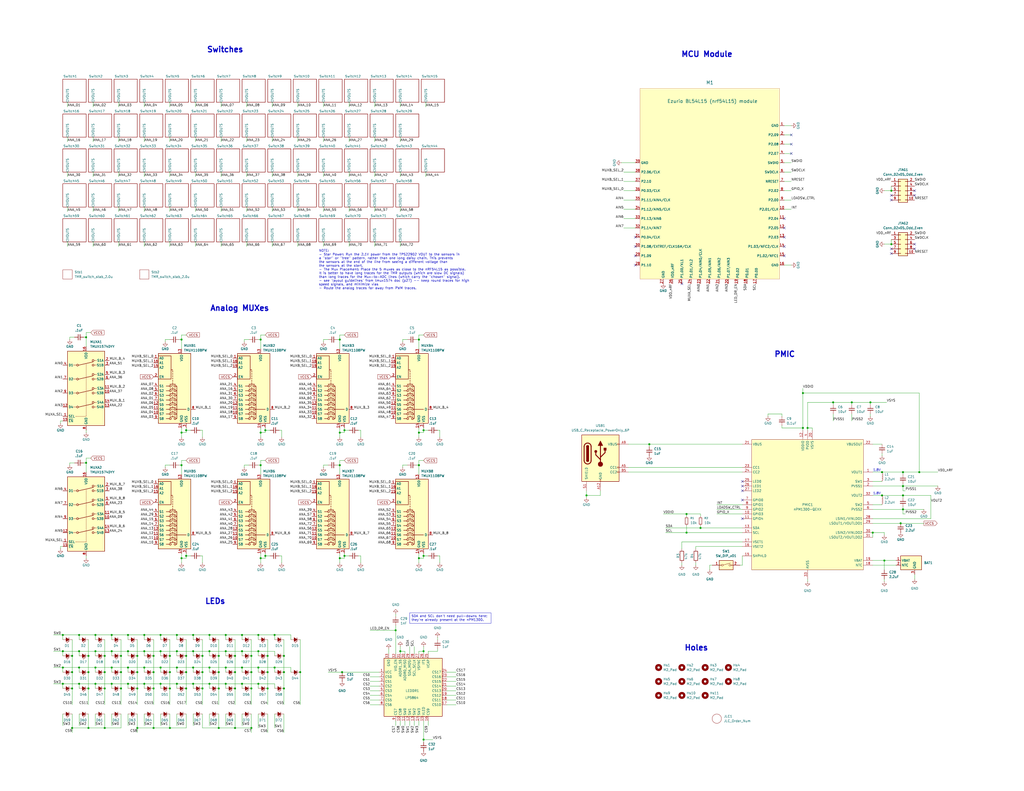
<source format=kicad_sch>
(kicad_sch (version 20250114) (generator "eeschema") (generator_version "9.0")
  (paper "C")
  (text "Holes" (at 373.38 355.6 0) (effects (font (size 3 3) (bold yes)) (justify left bottom)))
  (text "1.8V" (at 478.536 256.794 0) (effects (font (size 1.27 1.27))))
  (text "MCU Module" (at 371.602 31.496 0) (effects (font (size 3 3) (bold yes)) (justify left bottom)))
  (text "Analog MUXes" (at 114.554 170.18 0) (effects (font (size 3 3) (bold yes)) (justify left bottom)))
  (text "LEDs" (at 111.76 330.2 0) (effects (font (size 3 3) (bold yes)) (justify left bottom)))
  (text "PMIC" (at 422.402 195.326 0) (effects (font (size 3 3) (bold yes)) (justify left bottom)))
  (text "NOTE:\n- Star Power: Run the 2.1V power from the TPS22902 VOUT to the sensors in \na \"star\" or \"tree\" pattern, rather than one long daisy chain. This prevents \nthe sensors at the end of the line from seeing a different voltage than \nthe sensors at the start.\n- The Mux Placement: Place the 5 muxes as close to the nRF54L15 as possible. \nIt is better to have long traces for the TMR outputs (which are slow DC signals) \nthan long traces for the Mux-to-ADC lines (which carry the \"chosen\" signal).\n- see 'layout guidelines' from tmux1574 doc (p27) -- keep round traces for high \nspeed signals, and minimize vias\n- Route the analog traces far away from PWM traces.\n" (at 173.99 158.242 0) (effects (font (size 1.27 1.27)) (justify left bottom)))
  (text "Switches" (at 112.776 28.956 0) (effects (font (size 3 3) (bold yes)) (justify left bottom)))
  (text "1.8V" (at 478.536 269.494 0) (effects (font (size 1.27 1.27))))
  (text_box "SDA and SCL don't need pull-downs here; \nthey're already present at the nPM1300.\n" (at 223.52 334.645 0) (size 44.45 5.715) (margins 0.9525 0.9525 0.9525 0.9525) (effects (font (size 1.27 1.27)) (justify left top)))
  (junction (at 142.24 185.42))
  (junction (at 48.26 358.14))
  (junction (at 123.19 373.38))
  (junction (at 144.78 234.95))
  (junction (at 114.3 364.49))
  (junction (at 123.19 364.49))
  (junction (at 83.82 397.51))
  (junction (at 185.42 304.8))
  (junction (at 486.41 104.14))
  (junction (at 132.08 355.6))
  (junction (at 48.26 375.92))
  (junction (at 48.26 397.51))
  (junction (at 137.16 358.14))
  (junction (at 43.18 346.71))
  (junction (at 92.71 397.51))
  (junction (at 39.37 367.03))
  (junction (at 128.27 397.51))
  (junction (at 101.6 303.53))
  (junction (at 92.71 358.14))
  (junction (at 146.05 358.14))
  (junction (at 52.07 364.49))
  (junction (at 96.52 364.49))
  (junction (at 140.97 355.6))
  (junction (at 83.82 367.03))
  (junction (at 34.29 373.38))
  (junction (at 140.97 373.38))
  (junction (at 83.82 375.92))
  (junction (at 39.37 375.92))
  (junction (at 454.66 219.71))
  (junction (at 142.24 304.8))
  (junction (at 96.52 355.6))
  (junction (at 96.52 346.71))
  (junction (at 185.42 254))
  (junction (at 491.49 285.75))
  (junction (at 132.08 373.38))
  (junction (at 114.3 355.6))
  (junction (at 101.6 358.14))
  (junction (at 481.33 270.51))
  (junction (at 110.49 367.03))
  (junction (at 99.06 185.42))
  (junction (at 105.41 373.38))
  (junction (at 128.27 367.03))
  (junction (at 119.38 397.51))
  (junction (at 231.14 234.95))
  (junction (at 57.15 367.03))
  (junction (at 438.15 233.68))
  (junction (at 142.24 254))
  (junction (at 69.85 364.49))
  (junction (at 60.96 355.6))
  (junction (at 132.08 364.49))
  (junction (at 149.86 346.71))
  (junction (at 185.42 236.22))
  (junction (at 99.06 304.8))
  (junction (at 92.71 375.92))
  (junction (at 185.42 185.42))
  (junction (at 83.82 358.14))
  (junction (at 57.15 397.51))
  (junction (at 114.3 373.38))
  (junction (at 60.96 346.71))
  (junction (at 34.29 355.6))
  (junction (at 501.65 257.81))
  (junction (at 187.96 234.95))
  (junction (at 228.6 304.8))
  (junction (at 74.93 397.51))
  (junction (at 105.41 346.71))
  (junction (at 87.63 364.49))
  (junction (at 137.16 367.03))
  (junction (at 119.38 367.03))
  (junction (at 132.08 346.71))
  (junction (at 34.29 364.49))
  (junction (at 481.33 257.81))
  (junction (at 48.26 367.03))
  (junction (at 87.63 373.38))
  (junction (at 78.74 364.49))
  (junction (at 39.37 397.51))
  (junction (at 87.63 355.6))
  (junction (at 228.6 185.42))
  (junction (at 186.69 367.03))
  (junction (at 46.99 252.73))
  (junction (at 66.04 358.14))
  (junction (at 99.06 254))
  (junction (at 486.41 133.35))
  (junction (at 74.93 375.92))
  (junction (at 69.85 346.71))
  (junction (at 154.94 358.14))
  (junction (at 146.05 367.03))
  (junction (at 137.16 397.51))
  (junction (at 492.76 265.43))
  (junction (at 110.49 358.14))
  (junction (at 146.05 375.92))
  (junction (at 52.07 355.6))
  (junction (at 163.83 367.03))
  (junction (at 119.38 375.92))
  (junction (at 154.94 367.03))
  (junction (at 101.6 375.92))
  (junction (at 440.69 233.68))
  (junction (at 187.96 303.53))
  (junction (at 123.19 355.6))
  (junction (at 78.74 346.71))
  (junction (at 228.6 254))
  (junction (at 69.85 355.6))
  (junction (at 149.86 364.49))
  (junction (at 105.41 364.49))
  (junction (at 43.18 373.38))
  (junction (at 66.04 367.03))
  (junction (at 320.04 270.51))
  (junction (at 140.97 346.71))
  (junction (at 105.41 355.6))
  (junction (at 137.16 375.92))
  (junction (at 128.27 358.14))
  (junction (at 474.98 219.71))
  (junction (at 123.19 346.71))
  (junction (at 218.44 355.6))
  (junction (at 78.74 373.38))
  (junction (at 154.94 375.92))
  (junction (at 228.6 236.22))
  (junction (at 354.33 242.57))
  (junction (at 374.65 280.67))
  (junction (at 482.6 306.07))
  (junction (at 60.96 364.49))
  (junction (at 110.49 375.92))
  (junction (at 69.85 373.38))
  (junction (at 99.06 236.22))
  (junction (at 46.99 184.15))
  (junction (at 87.63 346.71))
  (junction (at 92.71 367.03))
  (junction (at 74.93 367.03))
  (junction (at 144.78 303.53))
  (junction (at 78.74 355.6))
  (junction (at 34.29 346.71))
  (junction (at 476.25 290.83))
  (junction (at 96.52 373.38))
  (junction (at 464.82 219.71))
  (junction (at 57.15 358.14))
  (junction (at 52.07 346.71))
  (junction (at 114.3 346.71))
  (junction (at 374.65 290.83))
  (junction (at 128.27 375.92))
  (junction (at 39.37 358.14))
  (junction (at 492.76 278.13))
  (junction (at 438.15 214.63))
  (junction (at 119.38 358.14))
  (junction (at 57.15 375.92))
  (junction (at 492.76 257.81))
  (junction (at 231.14 303.53))
  (junction (at 66.04 375.92))
  (junction (at 101.6 367.03))
  (junction (at 52.07 373.38))
  (junction (at 140.97 364.49))
  (junction (at 43.18 364.49))
  (junction (at 101.6 234.95))
  (junction (at 492.76 270.51))
  (junction (at 43.18 355.6))
  (junction (at 231.14 403.86))
  (junction (at 215.9 344.17))
  (junction (at 382.27 288.29))
  (junction (at 60.96 373.38))
  (junction (at 231.14 355.6))
  (junction (at 142.24 236.22))
  (junction (at 74.93 358.14))
  (no_connect (at 405.13 273.05))
  (no_connect (at 346.71 134.62))
  (no_connect (at 372.11 154.94))
  (no_connect (at 427.99 139.7))
  (no_connect (at 427.99 119.38))
  (no_connect (at 499.11 135.89))
  (no_connect (at 427.99 134.62))
  (no_connect (at 486.41 138.43))
  (no_connect (at 431.8 78.74))
  (no_connect (at 346.71 129.54))
  (no_connect (at 486.41 109.22))
  (no_connect (at 346.71 139.7))
  (no_connect (at 499.11 106.68))
  (no_connect (at 405.13 283.21))
  (no_connect (at 405.13 262.89))
  (no_connect (at 499.11 104.14))
  (no_connect (at 431.8 83.82))
  (no_connect (at 486.41 106.68))
  (no_connect (at 427.99 129.54))
  (no_connect (at 405.13 267.97))
  (no_connect (at 346.71 144.78))
  (no_connect (at 431.8 73.66))
  (no_connect (at 405.13 265.43))
  (no_connect (at 486.41 135.89))
  (no_connect (at 427.99 124.46))
  (no_connect (at 499.11 133.35))
  (wire (pts (xy 110.49 234.95) (xy 110.49 238.76)))
  (wire (pts (xy 405.13 303.53) (xy 405.13 308.61)))
  (wire (pts (xy 123.19 389.89) (xy 123.19 396.24)))
  (wire (pts (xy 96.52 373.38) (xy 105.41 373.38)))
  (wire (pts (xy 231.14 403.86) (xy 236.22 403.86)))
  (wire (pts (xy 223.52 393.7) (xy 223.52 396.24)))
  (wire (pts (xy 64.77 74.93) (xy 64.77 77.47)))
  (wire (pts (xy 196.85 303.53) (xy 196.85 307.34)))
  (wire (pts (xy 238.76 234.95) (xy 240.03 234.95)))
  (wire (pts (xy 154.94 375.92) (xy 154.94 384.81)))
  (wire (pts (xy 132.08 355.6) (xy 132.08 358.14)))
  (wire (pts (xy 222.25 254) (xy 219.71 254)))
  (wire (pts (xy 220.98 356.87) (xy 220.98 355.6)))
  (wire (pts (xy 240.03 303.53) (xy 240.03 307.34)))
  (wire (pts (xy 46.99 257.81) (xy 46.99 252.73)))
  (wire (pts (xy 426.72 227.33) (xy 426.72 226.06)))
  (wire (pts (xy 492.76 278.13) (xy 492.76 276.86)))
  (wire (pts (xy 135.89 185.42) (xy 133.35 185.42)))
  (wire (pts (xy 201.93 372.11) (xy 207.01 372.11)))
  (wire (pts (xy 50.8 113.03) (xy 50.8 115.57)))
  (wire (pts (xy 99.06 190.5) (xy 99.06 185.42)))
  (wire (pts (xy 78.74 364.49) (xy 87.63 364.49)))
  (wire (pts (xy 66.04 367.03) (xy 66.04 375.92)))
  (wire (pts (xy 99.06 233.68) (xy 99.06 236.22)))
  (wire (pts (xy 105.41 364.49) (xy 114.3 364.49)))
  (wire (pts (xy 69.85 373.38) (xy 78.74 373.38)))
  (wire (pts (xy 486.41 133.35) (xy 482.6 133.35)))
  (wire (pts (xy 101.6 236.22) (xy 99.06 236.22)))
  (wire (pts (xy 135.89 254) (xy 133.35 254)))
  (wire (pts (xy 464.82 226.06) (xy 464.82 229.87)))
  (wire (pts (xy 476.25 262.89) (xy 481.33 262.89)))
  (wire (pts (xy 34.29 373.38) (xy 43.18 373.38)))
  (wire (pts (xy 231.14 233.68) (xy 231.14 234.95)))
  (wire (pts (xy 176.53 132.08) (xy 176.53 134.62)))
  (wire (pts (xy 120.65 55.88) (xy 120.65 58.42)))
  (wire (pts (xy 78.74 113.03) (xy 78.74 115.57)))
  (wire (pts (xy 363.22 288.29) (xy 382.27 288.29)))
  (wire (pts (xy 218.44 393.7) (xy 218.44 396.24)))
  (wire (pts (xy 87.63 355.6) (xy 96.52 355.6)))
  (wire (pts (xy 52.07 346.71) (xy 52.07 349.25)))
  (wire (pts (xy 60.96 364.49) (xy 69.85 364.49)))
  (wire (pts (xy 231.14 234.95) (xy 231.14 236.22)))
  (wire (pts (xy 149.86 389.89) (xy 149.86 397.51)))
  (wire (pts (xy 218.44 113.03) (xy 218.44 115.57)))
  (wire (pts (xy 482.6 306.07) (xy 482.6 311.15)))
  (wire (pts (xy 87.63 346.71) (xy 96.52 346.71)))
  (wire (pts (xy 176.53 185.42) (xy 176.53 186.69)))
  (wire (pts (xy 34.29 364.49) (xy 34.29 367.03)))
  (wire (pts (xy 144.78 236.22) (xy 142.24 236.22)))
  (wire (pts (xy 78.74 373.38) (xy 87.63 373.38)))
  (wire (pts (xy 492.76 270.51) (xy 508 270.51)))
  (wire (pts (xy 46.99 181.61) (xy 46.99 184.15)))
  (wire (pts (xy 185.42 304.8) (xy 185.42 307.34)))
  (wire (pts (xy 74.93 375.92) (xy 74.93 384.81)))
  (wire (pts (xy 232.41 93.98) (xy 232.41 96.52)))
  (wire (pts (xy 443.23 233.68) (xy 440.69 233.68)))
  (wire (pts (xy 228.6 393.7) (xy 228.6 396.24)))
  (wire (pts (xy 476.25 278.13) (xy 492.76 278.13)))
  (wire (pts (xy 78.74 346.71) (xy 87.63 346.71)))
  (wire (pts (xy 74.93 349.25) (xy 74.93 358.14)))
  (wire (pts (xy 228.6 304.8) (xy 228.6 307.34)))
  (wire (pts (xy 137.16 389.89) (xy 137.16 397.51)))
  (wire (pts (xy 87.63 389.89) (xy 87.63 396.24)))
  (wire (pts (xy 57.15 358.14) (xy 57.15 367.03)))
  (wire (pts (xy 427.99 88.9) (xy 431.8 88.9)))
  (wire (pts (xy 133.35 254) (xy 133.35 255.27)))
  (wire (pts (xy 454.66 219.71) (xy 454.66 220.98)))
  (wire (pts (xy 69.85 346.71) (xy 69.85 349.25)))
  (wire (pts (xy 34.29 355.6) (xy 43.18 355.6)))
  (wire (pts (xy 162.56 113.03) (xy 162.56 115.57)))
  (wire (pts (xy 128.27 367.03) (xy 128.27 375.92)))
  (wire (pts (xy 219.71 185.42) (xy 219.71 186.69)))
  (wire (pts (xy 144.78 251.46) (xy 142.24 251.46)))
  (wire (pts (xy 114.3 355.6) (xy 123.19 355.6)))
  (wire (pts (xy 57.15 375.92) (xy 57.15 384.81)))
  (wire (pts (xy 60.96 373.38) (xy 69.85 373.38)))
  (wire (pts (xy 101.6 251.46) (xy 99.06 251.46)))
  (wire (pts (xy 52.07 355.6) (xy 52.07 358.14)))
  (wire (pts (xy 482.6 306.07) (xy 488.95 306.07)))
  (wire (pts (xy 92.71 113.03) (xy 92.71 115.57)))
  (wire (pts (xy 196.85 234.95) (xy 196.85 238.76)))
  (wire (pts (xy 90.17 254) (xy 90.17 255.27)))
  (wire (pts (xy 33.02 229.87) (xy 33.02 231.14)))
  (wire (pts (xy 215.9 341.63) (xy 215.9 344.17)))
  (wire (pts (xy 379.73 307.34) (xy 379.73 308.61)))
  (wire (pts (xy 187.96 302.26) (xy 187.96 303.53)))
  (wire (pts (xy 149.86 373.38) (xy 149.86 375.92)))
  (wire (pts (xy 382.27 287.02) (xy 382.27 288.29)))
  (wire (pts (xy 201.93 374.65) (xy 207.01 374.65)))
  (wire (pts (xy 128.27 389.89) (xy 128.27 397.51)))
  (wire (pts (xy 114.3 355.6) (xy 114.3 358.14)))
  (wire (pts (xy 132.08 389.89) (xy 132.08 396.24)))
  (wire (pts (xy 43.18 373.38) (xy 52.07 373.38)))
  (wire (pts (xy 99.06 185.42) (xy 97.79 185.42)))
  (wire (pts (xy 60.96 389.89) (xy 60.96 396.24)))
  (wire (pts (xy 50.8 74.93) (xy 50.8 77.47)))
  (wire (pts (xy 391.16 280.67) (xy 405.13 280.67)))
  (wire (pts (xy 340.36 104.14) (xy 346.71 104.14)))
  (wire (pts (xy 153.67 234.95) (xy 153.67 238.76)))
  (wire (pts (xy 186.69 367.03) (xy 207.01 367.03)))
  (wire (pts (xy 134.62 113.03) (xy 134.62 115.57)))
  (wire (pts (xy 374.65 290.83) (xy 405.13 290.83)))
  (wire (pts (xy 354.33 242.57) (xy 405.13 242.57)))
  (wire (pts (xy 101.6 303.53) (xy 104.14 303.53)))
  (wire (pts (xy 101.6 349.25) (xy 101.6 358.14)))
  (wire (pts (xy 144.78 182.88) (xy 142.24 182.88)))
  (wire (pts (xy 29.21 346.71) (xy 34.29 346.71)))
  (wire (pts (xy 176.53 74.93) (xy 176.53 77.47)))
  (wire (pts (xy 105.41 364.49) (xy 105.41 367.03)))
  (wire (pts (xy 440.69 219.71) (xy 454.66 219.71)))
  (wire (pts (xy 228.6 302.26) (xy 228.6 304.8)))
  (wire (pts (xy 66.04 349.25) (xy 66.04 358.14)))
  (wire (pts (xy 228.6 259.08) (xy 228.6 254)))
  (wire (pts (xy 190.5 132.08) (xy 190.5 134.62)))
  (wire (pts (xy 248.92 374.65) (xy 243.84 374.65)))
  (wire (pts (xy 38.1 184.15) (xy 38.1 185.42)))
  (wire (pts (xy 443.23 234.95) (xy 443.23 233.68)))
  (wire (pts (xy 499.11 313.69) (xy 499.11 316.23)))
  (wire (pts (xy 87.63 355.6) (xy 87.63 358.14)))
  (wire (pts (xy 92.71 397.51) (xy 83.82 397.51)))
  (wire (pts (xy 179.07 254) (xy 176.53 254)))
  (wire (pts (xy 427.99 78.74) (xy 431.8 78.74)))
  (wire (pts (xy 96.52 355.6) (xy 105.41 355.6)))
  (wire (pts (xy 372.11 307.34) (xy 372.11 308.61)))
  (wire (pts (xy 346.71 114.3) (xy 340.36 114.3)))
  (wire (pts (xy 64.77 113.03) (xy 64.77 115.57)))
  (wire (pts (xy 133.35 185.42) (xy 133.35 186.69)))
  (wire (pts (xy 142.24 185.42) (xy 140.97 185.42)))
  (wire (pts (xy 87.63 373.38) (xy 96.52 373.38)))
  (wire (pts (xy 152.4 303.53) (xy 153.67 303.53)))
  (wire (pts (xy 222.25 185.42) (xy 219.71 185.42)))
  (wire (pts (xy 491.49 285.75) (xy 504.19 285.75)))
  (wire (pts (xy 92.71 254) (xy 90.17 254)))
  (wire (pts (xy 66.04 397.51) (xy 57.15 397.51)))
  (wire (pts (xy 218.44 55.88) (xy 218.44 58.42)))
  (wire (pts (xy 106.68 74.93) (xy 106.68 77.47)))
  (wire (pts (xy 83.82 358.14) (xy 83.82 367.03)))
  (wire (pts (xy 49.53 181.61) (xy 46.99 181.61)))
  (wire (pts (xy 52.07 346.71) (xy 60.96 346.71)))
  (wire (pts (xy 426.72 226.06) (xy 419.1 226.06)))
  (wire (pts (xy 106.68 55.88) (xy 106.68 58.42)))
  (wire (pts (xy 163.83 367.03) (xy 163.83 384.81)))
  (wire (pts (xy 228.6 355.6) (xy 231.14 355.6)))
  (wire (pts (xy 231.14 355.6) (xy 231.14 356.87)))
  (wire (pts (xy 212.09 354.33) (xy 212.09 356.87)))
  (wire (pts (xy 92.71 132.08) (xy 92.71 134.62)))
  (wire (pts (xy 34.29 364.49) (xy 43.18 364.49)))
  (wire (pts (xy 427.99 99.06) (xy 431.8 99.06)))
  (wire (pts (xy 201.93 379.73) (xy 207.01 379.73)))
  (wire (pts (xy 153.67 303.53) (xy 153.67 307.34)))
  (wire (pts (xy 228.6 185.42) (xy 227.33 185.42)))
  (wire (pts (xy 142.24 233.68) (xy 142.24 236.22)))
  (wire (pts (xy 96.52 364.49) (xy 105.41 364.49)))
  (wire (pts (xy 109.22 234.95) (xy 110.49 234.95)))
  (wire (pts (xy 201.93 377.19) (xy 207.01 377.19)))
  (wire (pts (xy 144.78 234.95) (xy 147.32 234.95)))
  (wire (pts (xy 36.83 113.03) (xy 36.83 115.57)))
  (wire (pts (xy 132.08 373.38) (xy 132.08 375.92)))
  (wire (pts (xy 34.29 389.89) (xy 34.29 396.24)))
  (wire (pts (xy 382.27 280.67) (xy 382.27 281.94)))
  (wire (pts (xy 78.74 93.98) (xy 78.74 96.52)))
  (wire (pts (xy 231.14 304.8) (xy 228.6 304.8)))
  (wire (pts (xy 148.59 93.98) (xy 148.59 96.52)))
  (wire (pts (xy 105.41 346.71) (xy 114.3 346.71)))
  (wire (pts (xy 327.66 267.97) (xy 327.66 270.51)))
  (wire (pts (xy 340.36 99.06) (xy 346.71 99.06)))
  (wire (pts (xy 137.16 358.14) (xy 137.16 367.03)))
  (wire (pts (xy 105.41 355.6) (xy 114.3 355.6)))
  (wire (pts (xy 110.49 303.53) (xy 110.49 307.34)))
  (wire (pts (xy 144.78 302.26) (xy 144.78 303.53)))
  (wire (pts (xy 34.29 373.38) (xy 34.29 375.92)))
  (wire (pts (xy 132.08 346.71) (xy 140.97 346.71)))
  (wire (pts (xy 83.82 349.25) (xy 83.82 358.14)))
  (wire (pts (xy 474.98 219.71) (xy 483.87 219.71)))
  (wire (pts (xy 187.96 236.22) (xy 185.42 236.22)))
  (wire (pts (xy 99.06 251.46) (xy 99.06 254)))
  (wire (pts (xy 187.96 234.95) (xy 187.96 236.22)))
  (wire (pts (xy 204.47 55.88) (xy 204.47 58.42)))
  (wire (pts (xy 96.52 346.71) (xy 96.52 349.25)))
  (wire (pts (xy 374.65 287.02) (xy 374.65 290.83)))
  (wire (pts (xy 382.27 288.29) (xy 405.13 288.29)))
  (wire (pts (xy 240.03 234.95) (xy 240.03 238.76)))
  (wire (pts (xy 142.24 251.46) (xy 142.24 254)))
  (wire (pts (xy 354.33 242.57) (xy 354.33 243.84)))
  (wire (pts (xy 201.93 369.57) (xy 207.01 369.57)))
  (wire (pts (xy 123.19 346.71) (xy 123.19 349.25)))
  (wire (pts (xy 105.41 355.6) (xy 105.41 358.14)))
  (wire (pts (xy 134.62 93.98) (xy 134.62 96.52)))
  (wire (pts (xy 46.99 189.23) (xy 46.99 184.15)))
  (wire (pts (xy 187.96 251.46) (xy 185.42 251.46)))
  (wire (pts (xy 140.97 346.71) (xy 140.97 349.25)))
  (wire (pts (xy 99.06 304.8) (xy 99.06 307.34)))
  (wire (pts (xy 40.64 184.15) (xy 38.1 184.15)))
  (wire (pts (xy 148.59 55.88) (xy 148.59 58.42)))
  (wire (pts (xy 114.3 364.49) (xy 114.3 367.03)))
  (wire (pts (xy 440.69 233.68) (xy 440.69 219.71)))
  (wire (pts (xy 119.38 349.25) (xy 119.38 358.14)))
  (wire (pts (xy 231.14 182.88) (xy 228.6 182.88)))
  (wire (pts (xy 419.1 226.06) (xy 419.1 227.33)))
  (wire (pts (xy 427.99 83.82) (xy 431.8 83.82)))
  (wire (pts (xy 46.99 252.73) (xy 45.72 252.73)))
  (wire (pts (xy 57.15 397.51) (xy 48.26 397.51)))
  (wire (pts (xy 152.4 234.95) (xy 153.67 234.95)))
  (wire (pts (xy 36.83 55.88) (xy 36.83 58.42)))
  (wire (pts (xy 243.84 367.03) (xy 248.92 367.03)))
  (wire (pts (xy 110.49 349.25) (xy 110.49 358.14)))
  (wire (pts (xy 43.18 346.71) (xy 52.07 346.71)))
  (wire (pts (xy 438.15 233.68) (xy 426.72 233.68)))
  (wire (pts (xy 69.85 355.6) (xy 69.85 358.14)))
  (wire (pts (xy 110.49 389.89) (xy 110.49 397.51)))
  (wire (pts (xy 492.76 267.97) (xy 492.76 265.43)))
  (wire (pts (xy 427.99 73.66) (xy 431.8 73.66)))
  (wire (pts (xy 99.06 182.88) (xy 99.06 185.42)))
  (wire (pts (xy 233.68 356.87) (xy 233.68 355.6)))
  (wire (pts (xy 486.41 104.14) (xy 482.6 104.14)))
  (wire (pts (xy 231.14 353.06) (xy 231.14 355.6)))
  (wire (pts (xy 476.25 290.83) (xy 476.25 293.37)))
  (wire (pts (xy 218.44 353.06) (xy 218.44 355.6)))
  (wire (pts (xy 92.71 349.25) (xy 92.71 358.14)))
  (wire (pts (xy 248.92 369.57) (xy 243.84 369.57)))
  (wire (pts (xy 92.71 55.88) (xy 92.71 58.42)))
  (wire (pts (xy 427.99 114.3) (xy 431.8 114.3)))
  (wire (pts (xy 99.06 254) (xy 97.79 254)))
  (wire (pts (xy 231.14 302.26) (xy 231.14 303.53)))
  (wire (pts (xy 405.13 298.45) (xy 379.73 298.45)))
  (wire (pts (xy 228.6 182.88) (xy 228.6 185.42)))
  (wire (pts (xy 48.26 389.89) (xy 48.26 397.51)))
  (wire (pts (xy 218.44 132.08) (xy 218.44 134.62)))
  (wire (pts (xy 474.98 226.06) (xy 474.98 227.33)))
  (wire (pts (xy 179.07 185.42) (xy 176.53 185.42)))
  (wire (pts (xy 427.99 144.78) (xy 431.8 144.78)))
  (wire (pts (xy 78.74 355.6) (xy 78.74 358.14)))
  (wire (pts (xy 52.07 389.89) (xy 52.07 396.24)))
  (wire (pts (xy 185.42 251.46) (xy 185.42 254)))
  (wire (pts (xy 39.37 375.92) (xy 39.37 384.81)))
  (wire (pts (xy 187.96 182.88) (xy 185.42 182.88)))
  (wire (pts (xy 83.82 397.51) (xy 74.93 397.51)))
  (wire (pts (xy 140.97 373.38) (xy 140.97 375.92)))
  (wire (pts (xy 158.75 346.71) (xy 158.75 349.25)))
  (wire (pts (xy 492.76 257.81) (xy 492.76 259.08)))
  (wire (pts (xy 185.42 190.5) (xy 185.42 185.42)))
  (wire (pts (xy 248.92 384.81) (xy 243.84 384.81)))
  (wire (pts (xy 154.94 349.25) (xy 154.94 358.14)))
  (wire (pts (xy 204.47 132.08) (xy 204.47 134.62)))
  (wire (pts (xy 492.76 270.51) (xy 492.76 271.78)))
  (wire (pts (xy 43.18 389.89) (xy 43.18 396.24)))
  (wire (pts (xy 481.33 257.81) (xy 492.76 257.81)))
  (wire (pts (xy 105.41 373.38) (xy 105.41 375.92)))
  (wire (pts (xy 39.37 389.89) (xy 39.37 397.51)))
  (wire (pts (xy 134.62 132.08) (xy 134.62 134.62)))
  (wire (pts (xy 140.97 355.6) (xy 140.97 358.14)))
  (wire (pts (xy 78.74 55.88) (xy 78.74 58.42)))
  (wire (pts (xy 92.71 375.92) (xy 92.71 384.81)))
  (wire (pts (xy 228.6 251.46) (xy 228.6 254)))
  (wire (pts (xy 48.26 358.14) (xy 48.26 367.03)))
  (wire (pts (xy 492.76 265.43) (xy 511.81 265.43)))
  (wire (pts (xy 149.86 364.49) (xy 149.86 367.03)))
  (wire (pts (xy 176.53 93.98) (xy 176.53 96.52)))
  (wire (pts (xy 476.25 242.57) (xy 481.33 242.57)))
  (wire (pts (xy 87.63 373.38) (xy 87.63 375.92)))
  (wire (pts (xy 501.65 214.63) (xy 438.15 214.63)))
  (wire (pts (xy 132.08 373.38) (xy 140.97 373.38)))
  (wire (pts (xy 476.25 275.59) (xy 481.33 275.59)))
  (wire (pts (xy 101.6 234.95) (xy 104.14 234.95)))
  (wire (pts (xy 74.93 358.14) (xy 74.93 367.03)))
  (wire (pts (xy 92.71 93.98) (xy 92.71 96.52)))
  (wire (pts (xy 48.26 349.25) (xy 48.26 358.14)))
  (wire (pts (xy 142.24 236.22) (xy 142.24 238.76)))
  (wire (pts (xy 83.82 389.89) (xy 83.82 397.51)))
  (wire (pts (xy 96.52 355.6) (xy 96.52 358.14)))
  (wire (pts (xy 195.58 303.53) (xy 196.85 303.53)))
  (wire (pts (xy 90.17 185.42) (xy 90.17 186.69)))
  (wire (pts (xy 231.14 303.53) (xy 233.68 303.53)))
  (wire (pts (xy 185.42 254) (xy 184.15 254)))
  (wire (pts (xy 218.44 93.98) (xy 218.44 96.52)))
  (wire (pts (xy 187.96 233.68) (xy 187.96 234.95)))
  (wire (pts (xy 46.99 234.95) (xy 46.99 236.22)))
  (wire (pts (xy 140.97 364.49) (xy 140.97 367.03)))
  (wire (pts (xy 185.42 185.42) (xy 184.15 185.42)))
  (wire (pts (xy 29.21 355.6) (xy 34.29 355.6)))
  (wire (pts (xy 363.22 290.83) (xy 374.65 290.83)))
  (wire (pts (xy 231.14 234.95) (xy 233.68 234.95)))
  (wire (pts (xy 372.11 295.91) (xy 372.11 299.72)))
  (wire (pts (xy 114.3 346.71) (xy 114.3 349.25)))
  (wire (pts (xy 231.14 236.22) (xy 228.6 236.22)))
  (wire (pts (xy 128.27 375.92) (xy 128.27 384.81)))
  (wire (pts (xy 119.38 389.89) (xy 119.38 397.51)))
  (wire (pts (xy 96.52 389.89) (xy 96.52 396.24)))
  (wire (pts (xy 142.24 254) (xy 140.97 254)))
  (wire (pts (xy 440.69 316.23) (xy 440.69 317.5)))
  (wire (pts (xy 204.47 74.93) (xy 204.47 77.47)))
  (wire (pts (xy 426.72 233.68) (xy 426.72 232.41)))
  (wire (pts (xy 176.53 55.88) (xy 176.53 58.42)))
  (wire (pts (xy 162.56 132.08) (xy 162.56 134.62)))
  (wire (pts (xy 106.68 93.98) (xy 106.68 96.52)))
  (wire (pts (xy 220.98 355.6) (xy 218.44 355.6)))
  (wire (pts (xy 87.63 364.49) (xy 96.52 364.49)))
  (wire (pts (xy 149.86 364.49) (xy 158.75 364.49)))
  (wire (pts (xy 320.04 267.97) (xy 320.04 270.51)))
  (wire (pts (xy 346.71 124.46) (xy 340.36 124.46)))
  (wire (pts (xy 248.92 377.19) (xy 243.84 377.19)))
  (wire (pts (xy 391.16 275.59) (xy 405.13 275.59)))
  (wire (pts (xy 78.74 346.71) (xy 78.74 349.25)))
  (wire (pts (xy 101.6 233.68) (xy 101.6 234.95)))
  (wire (pts (xy 99.06 236.22) (xy 99.06 238.76)))
  (wire (pts (xy 140.97 355.6) (xy 149.86 355.6)))
  (wire (pts (xy 204.47 93.98) (xy 204.47 96.52)))
  (wire (pts (xy 486.41 130.81) (xy 486.41 133.35)))
  (wire (pts (xy 29.21 364.49) (xy 34.29 364.49)))
  (wire (pts (xy 43.18 355.6) (xy 43.18 358.14)))
  (wire (pts (xy 39.37 397.51) (xy 39.37 400.05)))
  (wire (pts (xy 342.9 255.27) (xy 405.13 255.27)))
  (wire (pts (xy 132.08 364.49) (xy 132.08 367.03)))
  (wire (pts (xy 464.82 219.71) (xy 464.82 220.98)))
  (wire (pts (xy 427.99 104.14) (xy 431.8 104.14)))
  (wire (pts (xy 185.42 259.08) (xy 185.42 254)))
  (wire (pts (xy 494.03 267.97) (xy 492.76 267.97)))
  (wire (pts (xy 87.63 364.49) (xy 87.63 367.03)))
  (wire (pts (xy 387.35 308.61) (xy 387.35 311.15)))
  (wire (pts (xy 101.6 303.53) (xy 101.6 304.8)))
  (wire (pts (xy 187.96 304.8) (xy 185.42 304.8)))
  (wire (pts (xy 83.82 375.92) (xy 83.82 384.81)))
  (wire (pts (xy 388.62 308.61) (xy 387.35 308.61)))
  (wire (pts (xy 501.65 257.81) (xy 511.81 257.81)))
  (wire (pts (xy 231.14 393.7) (xy 231.14 403.86)))
  (wire (pts (xy 144.78 303.53) (xy 144.78 304.8)))
  (wire (pts (xy 190.5 113.03) (xy 190.5 115.57)))
  (wire (pts (xy 176.53 254) (xy 176.53 255.27)))
  (wire (pts (xy 486.41 101.6) (xy 486.41 104.14)))
  (wire (pts (xy 140.97 346.71) (xy 149.86 346.71)))
  (wire (pts (xy 92.71 358.14) (xy 92.71 367.03)))
  (wire (pts (xy 52.07 373.38) (xy 52.07 375.92)))
  (wire (pts (xy 187.96 234.95) (xy 190.5 234.95)))
  (wire (pts (xy 179.07 367.03) (xy 186.69 367.03)))
  (wire (pts (xy 149.86 346.71) (xy 149.86 349.25)))
  (wire (pts (xy 43.18 364.49) (xy 52.07 364.49)))
  (wire (pts (xy 36.83 132.08) (xy 36.83 134.62)))
  (wire (pts (xy 476.25 308.61) (xy 488.95 308.61)))
  (wire (pts (xy 96.52 373.38) (xy 96.52 375.92)))
  (wire (pts (xy 231.14 251.46) (xy 228.6 251.46)))
  (wire (pts (xy 132.08 346.71) (xy 132.08 349.25)))
  (wire (pts (xy 114.3 373.38) (xy 123.19 373.38)))
  (wire (pts (xy 114.3 389.89) (xy 114.3 396.24)))
  (wire (pts (xy 228.6 190.5) (xy 228.6 185.42)))
  (wire (pts (xy 38.1 252.73) (xy 38.1 254)))
  (wire (pts (xy 119.38 367.03) (xy 119.38 375.92)))
  (wire (pts (xy 342.9 257.81) (xy 405.13 257.81)))
  (wire (pts (xy 374.65 280.67) (xy 374.65 281.94)))
  (wire (pts (xy 481.33 270.51) (xy 492.76 270.51)))
  (wire (pts (xy 231.14 303.53) (xy 231.14 304.8)))
  (wire (pts (xy 109.22 303.53) (xy 110.49 303.53)))
  (wire (pts (xy 99.06 259.08) (xy 99.06 254)))
  (wire (pts (xy 39.37 349.25) (xy 39.37 358.14)))
  (wire (pts (xy 176.53 113.03) (xy 176.53 115.57)))
  (wire (pts (xy 101.6 375.92) (xy 101.6 384.81)))
  (wire (pts (xy 144.78 234.95) (xy 144.78 236.22)))
  (wire (pts (xy 39.37 358.14) (xy 39.37 367.03)))
  (wire (pts (xy 114.3 364.49) (xy 123.19 364.49)))
  (wire (pts (xy 114.3 346.71) (xy 123.19 346.71)))
  (wire (pts (xy 215.9 335.28) (xy 215.9 336.55)))
  (wire (pts (xy 105.41 389.89) (xy 105.41 396.24)))
  (wire (pts (xy 149.86 346.71) (xy 158.75 346.71)))
  (wire (pts (xy 454.66 219.71) (xy 464.82 219.71)))
  (wire (pts (xy 78.74 74.93) (xy 78.74 77.47)))
  (wire (pts (xy 476.25 290.83) (xy 482.6 290.83)))
  (wire (pts (xy 34.29 229.87) (xy 33.02 229.87)))
  (wire (pts (xy 233.68 355.6) (xy 238.76 355.6)))
  (wire (pts (xy 34.29 298.45) (xy 33.02 298.45)))
  (wire (pts (xy 148.59 132.08) (xy 148.59 134.62)))
  (wire (pts (xy 43.18 346.71) (xy 43.18 349.25)))
  (wire (pts (xy 190.5 55.88) (xy 190.5 58.42)))
  (wire (pts (xy 123.19 346.71) (xy 132.08 346.71)))
  (wire (pts (xy 57.15 389.89) (xy 57.15 397.51)))
  (wire (pts (xy 128.27 349.25) (xy 128.27 358.14)))
  (wire (pts (xy 106.68 132.08) (xy 106.68 134.62)))
  (wire (pts (xy 248.92 372.11) (xy 243.84 372.11)))
  (wire (pts (xy 128.27 397.51) (xy 137.16 397.51)))
  (wire (pts (xy 120.65 113.03) (xy 120.65 115.57)))
  (wire (pts (xy 154.94 389.89) (xy 154.94 400.05)))
  (wire (pts (xy 482.6 316.23) (xy 482.6 317.5)))
  (wire (pts (xy 64.77 55.88) (xy 64.77 58.42)))
  (wire (pts (xy 185.42 233.68) (xy 185.42 236.22)))
  (wire (pts (xy 405.13 308.61) (xy 403.86 308.61)))
  (wire (pts (xy 187.96 303.53) (xy 190.5 303.53)))
  (wire (pts (xy 132.08 364.49) (xy 140.97 364.49)))
  (wire (pts (xy 492.76 265.43) (xy 492.76 264.16)))
  (wire (pts (xy 50.8 132.08) (xy 50.8 134.62)))
  (wire (pts (xy 320.04 270.51) (xy 327.66 270.51)))
  (wire (pts (xy 144.78 233.68) (xy 144.78 234.95)))
  (wire (pts (xy 233.68 393.7) (xy 233.68 396.24)))
  (wire (pts (xy 476.25 257.81) (xy 481.33 257.81)))
  (wire (pts (xy 69.85 346.71) (xy 78.74 346.71)))
  (wire (pts (xy 92.71 389.89) (xy 92.71 397.51)))
  (wire (pts (xy 46.99 184.15) (xy 45.72 184.15)))
  (wire (pts (xy 43.18 355.6) (xy 52.07 355.6)))
  (wire (pts (xy 50.8 93.98) (xy 50.8 96.52)))
  (wire (pts (xy 78.74 373.38) (xy 78.74 375.92)))
  (wire (pts (xy 57.15 349.25) (xy 57.15 358.14)))
  (polyline (pts (xy -259.08 556.26) (xy -161.29 556.26)) (stroke (width 0.8128) (type solid)))
  (wire (pts (xy 215.9 344.17) (xy 215.9 356.87)))
  (wire (pts (xy 78.74 389.89) (xy 78.74 396.24)))
  (wire (pts (xy 494.03 280.67) (xy 492.76 280.67)))
  (wire (pts (xy 60.96 355.6) (xy 60.96 358.14)))
  (wire (pts (xy 33.02 298.45) (xy 33.02 299.72)))
  (wire (pts (xy 248.92 382.27) (xy 243.84 382.27)))
  (wire (pts (xy 60.96 346.71) (xy 60.96 349.25)))
  (wire (pts (xy 57.15 367.03) (xy 57.15 375.92)))
  (wire (pts (xy 228.6 233.68) (xy 228.6 236.22)))
  (wire (pts (xy 137.16 375.92) (xy 137.16 384.81)))
  (wire (pts (xy 405.13 295.91) (xy 372.11 295.91)))
  (wire (pts (xy 101.6 358.14) (xy 101.6 367.03)))
  (wire (pts (xy 132.08 355.6) (xy 140.97 355.6)))
  (wire (pts (xy 43.18 373.38) (xy 43.18 375.92)))
  (wire (pts (xy 201.93 344.17) (xy 215.9 344.17)))
  (wire (pts (xy 96.52 364.49) (xy 96.52 367.03)))
  (wire (pts (xy 74.93 389.89) (xy 74.93 397.51)))
  (wire (pts (xy 40.64 252.73) (xy 38.1 252.73)))
  (wire (pts (xy 142.24 304.8) (xy 142.24 307.34)))
  (wire (pts (xy 60.96 346.71) (xy 69.85 346.71)))
  (wire (pts (xy 163.83 349.25) (xy 163.83 367.03)))
  (wire (pts (xy 66.04 375.92) (xy 66.04 384.81)))
  (wire (pts (xy 238.76 303.53) (xy 240.03 303.53)))
  (wire (pts (xy 148.59 74.93) (xy 148.59 77.47)))
  (wire (pts (xy 223.52 353.06) (xy 223.52 356.87)))
  (wire (pts (xy 187.96 303.53) (xy 187.96 304.8)))
  (wire (pts (xy 78.74 364.49) (xy 78.74 367.03)))
  (wire (pts (xy 110.49 397.51) (xy 119.38 397.51)))
  (wire (pts (xy 64.77 93.98) (xy 64.77 96.52)))
  (wire (pts (xy 96.52 346.71) (xy 105.41 346.71)))
  (wire (pts (xy 140.97 364.49) (xy 149.86 364.49)))
  (wire (pts (xy 110.49 375.92) (xy 110.49 384.81)))
  (wire (pts (xy 123.19 364.49) (xy 123.19 367.03)))
  (wire (pts (xy 492.76 280.67) (xy 492.76 278.13)))
  (wire (pts (xy 142.24 182.88) (xy 142.24 185.42)))
  (wire (pts (xy 52.07 355.6) (xy 60.96 355.6)))
  (wire (pts (xy 110.49 358.14) (xy 110.49 367.03)))
  (wire (pts (xy 119.38 358.14) (xy 119.38 367.03)))
  (wire (pts (xy 50.8 55.88) (xy 50.8 58.42)))
  (wire (pts (xy 78.74 132.08) (xy 78.74 134.62)))
  (wire (pts (xy 49.53 250.19) (xy 46.99 250.19)))
  (wire (pts (xy 476.25 270.51) (xy 481.33 270.51)))
  (wire (pts (xy 69.85 389.89) (xy 69.85 396.24)))
  (wire (pts (xy 60.96 355.6) (xy 69.85 355.6)))
  (wire (pts (xy 474.98 219.71) (xy 474.98 220.98)))
  (wire (pts (xy 52.07 364.49) (xy 60.96 364.49)))
  (wire (pts (xy 140.97 373.38) (xy 149.86 373.38)))
  (wire (pts (xy 218.44 355.6) (xy 218.44 356.87)))
  (wire (pts (xy 438.15 212.09) (xy 438.15 214.63)))
  (wire (pts (xy 128.27 358.14) (xy 128.27 367.03)))
  (wire (pts (xy 144.78 303.53) (xy 147.32 303.53)))
  (wire (pts (xy 34.29 346.71) (xy 43.18 346.71)))
  (wire (pts (xy 144.78 304.8) (xy 142.24 304.8)))
  (wire (pts (xy 476.25 265.43) (xy 492.76 265.43)))
  (wire (pts (xy 92.71 367.03) (xy 92.71 375.92)))
  (wire (pts (xy 201.93 384.81) (xy 207.01 384.81)))
  (wire (pts (xy 361.95 280.67) (xy 374.65 280.67)))
  (wire (pts (xy 36.83 93.98) (xy 36.83 96.52)))
  (wire (pts (xy 158.75 364.49) (xy 158.75 367.03)))
  (wire (pts (xy 60.96 364.49) (xy 60.96 367.03)))
  (wire (pts (xy 481.33 247.65) (xy 481.33 248.92)))
  (wire (pts (xy 162.56 55.88) (xy 162.56 58.42)))
  (wire (pts (xy 99.06 302.26) (xy 99.06 304.8)))
  (wire (pts (xy 119.38 397.51) (xy 128.27 397.51)))
  (wire (pts (xy 492.76 278.13) (xy 504.19 278.13)))
  (wire (pts (xy 482.6 290.83) (xy 482.6 292.1)))
  (wire (pts (xy 204.47 113.03) (xy 204.47 115.57)))
  (wire (pts (xy 501.65 257.81) (xy 501.65 214.63)))
  (wire (pts (xy 320.04 270.51) (xy 320.04 271.78)))
  (wire (pts (xy 162.56 93.98) (xy 162.56 96.52)))
  (wire (pts (xy 140.97 389.89) (xy 140.97 397.51)))
  (wire (pts (xy 440.69 234.95) (xy 440.69 233.68)))
  (wire (pts (xy 464.82 219.71) (xy 474.98 219.71)))
  (wire (pts (xy 146.05 375.92) (xy 146.05 384.81)))
  (wire (pts (xy 185.42 182.88) (xy 185.42 185.42)))
  (wire (pts (xy 92.71 74.93) (xy 92.71 77.47)))
  (wire (pts (xy 476.25 283.21) (xy 508 283.21)))
  (wire (pts (xy 146.05 349.25) (xy 146.05 358.14)))
  (wire (pts (xy 46.99 303.53) (xy 46.99 304.8)))
  (wire (pts (xy 190.5 74.93) (xy 190.5 77.47)))
  (wire (pts (xy 492.76 257.81) (xy 501.65 257.81)))
  (wire (pts (xy 101.6 234.95) (xy 101.6 236.22)))
  (wire (pts (xy 34.29 346.71) (xy 34.29 349.25)))
  (wire (pts (xy 101.6 304.8) (xy 99.06 304.8)))
  (wire (pts (xy 201.93 382.27) (xy 207.01 382.27)))
  (wire (pts (xy 78.74 355.6) (xy 87.63 355.6)))
  (wire (pts (xy 48.26 397.51) (xy 39.37 397.51)))
  (wire (pts (xy 476.25 306.07) (xy 482.6 306.07)))
  (wire (pts (xy 48.26 367.03) (xy 48.26 375.92)))
  (wire (pts (xy 218.44 74.93) (xy 218.44 77.47)))
  (wire (pts (xy 162.56 74.93) (xy 162.56 77.47)))
  (wire (pts (xy 391.16 278.13) (xy 405.13 278.13)))
  (wire (pts (xy 232.41 55.88) (xy 232.41 58.42)))
  (wire (pts (xy 123.19 373.38) (xy 132.08 373.38)))
  (wire (pts (xy 220.98 393.7) (xy 220.98 396.24)))
  (wire (pts (xy 101.6 302.26) (xy 101.6 303.53)))
  (wire (pts (xy 374.65 280.67) (xy 382.27 280.67)))
  (wire (pts (xy 60.96 373.38) (xy 60.96 375.92)))
  (wire (pts (xy 146.05 367.03) (xy 146.05 375.92)))
  (wire (pts (xy 137.16 349.25) (xy 137.16 358.14)))
  (wire (pts (xy 154.94 367.03) (xy 154.94 375.92)))
  (wire (pts (xy 226.06 353.06) (xy 226.06 356.87)))
  (wire (pts (xy 52.07 373.38) (xy 60.96 373.38)))
  (wire (pts (xy 438.15 234.95) (xy 438.15 233.68)))
  (wire (pts (xy 339.09 88.9) (xy 346.71 88.9)))
  (wire (pts (xy 342.9 242.57) (xy 354.33 242.57)))
  (wire (pts (xy 149.86 355.6) (xy 149.86 358.14)))
  (wire (pts (xy 238.76 347.98) (xy 238.76 349.25)))
  (wire (pts (xy 137.16 397.51) (xy 137.16 400.05)))
  (wire (pts (xy 379.73 298.45) (xy 379.73 299.72)))
  (wire (pts (xy 137.16 367.03) (xy 137.16 375.92)))
  (wire (pts (xy 66.04 358.14) (xy 66.04 367.03)))
  (wire (pts (xy 134.62 74.93) (xy 134.62 77.47)))
  (wire (pts (xy 69.85 364.49) (xy 78.74 364.49)))
  (wire (pts (xy 48.26 375.92) (xy 48.26 384.81)))
  (wire (pts (xy 142.24 259.08) (xy 142.24 254)))
  (wire (pts (xy 43.18 364.49) (xy 43.18 367.03)))
  (wire (pts (xy 148.59 113.03) (xy 148.59 115.57)))
  (wire (pts (xy 427.99 68.58) (xy 431.8 68.58)))
  (wire (pts (xy 190.5 93.98) (xy 190.5 96.52)))
  (wire (pts (xy 64.77 132.08) (xy 64.77 134.62)))
  (wire (pts (xy 185.42 302.26) (xy 185.42 304.8)))
  (wire (pts (xy 427.99 93.98) (xy 431.8 93.98)))
  (wire (pts (xy 248.92 379.73) (xy 243.84 379.73)))
  (wire (pts (xy 83.82 367.03) (xy 83.82 375.92)))
  (wire (pts (xy 29.21 373.38) (xy 34.29 373.38)))
  (wire (pts (xy 34.29 355.6) (xy 34.29 358.14)))
  (wire (pts (xy 39.37 367.03) (xy 39.37 375.92)))
  (wire (pts (xy 87.63 346.71) (xy 87.63 349.25)))
  (wire (pts (xy 120.65 93.98) (xy 120.65 96.52)))
  (wire (pts (xy 476.25 285.75) (xy 491.49 285.75)))
  (wire (pts (xy 69.85 364.49) (xy 69.85 367.03)))
  (wire (pts (xy 219.71 254) (xy 219.71 255.27)))
  (wire (pts (xy 146.05 389.89) (xy 146.05 400.05)))
  (wire (pts (xy 101.6 389.89) (xy 101.6 397.51)))
  (wire (pts (xy 69.85 355.6) (xy 78.74 355.6)))
  (wire (pts (xy 228.6 356.87) (xy 228.6 355.6)))
  (wire (pts (xy 454.66 226.06) (xy 454.66 229.87)))
  (wire (pts (xy 101.6 182.88) (xy 99.06 182.88)))
  (wire (pts (xy 231.14 403.86) (xy 231.14 405.13)))
  (wire (pts (xy 226.06 393.7) (xy 226.06 396.24)))
  (wire (pts (xy 69.85 373.38) (xy 69.85 375.92)))
  (wire (pts (xy 101.6 397.51) (xy 92.71 397.51)))
  (wire (pts (xy 228.6 236.22) (xy 228.6 238.76)))
  (wire (pts (xy 427.99 109.22) (xy 431.8 109.22)))
  (wire (pts (xy 238.76 355.6) (xy 238.76 354.33)))
  (wire (pts (xy 120.65 74.93) (xy 120.65 77.47)))
  (wire (pts (xy 438.15 214.63) (xy 438.15 233.68)))
  (wire (pts (xy 74.93 397.51) (xy 74.93 400.05)))
  (wire (pts (xy 340.36 93.98) (xy 346.71 93.98)))
  (wire (pts (xy 215.9 393.7) (xy 215.9 396.24)))
  (wire (pts (xy 185.42 236.22) (xy 185.42 238.76)))
  (wire (pts (xy 195.58 234.95) (xy 196.85 234.95)))
  (wire (pts (xy 92.71 185.42) (xy 90.17 185.42)))
  (wire (pts (xy 142.24 302.26) (xy 142.24 304.8)))
  (wire (pts (xy 114.3 373.38) (xy 114.3 375.92)))
  (wire (pts (xy 346.71 109.22) (xy 340.36 109.22)))
  (wire (pts (xy 123.19 373.38) (xy 123.19 375.92)))
  (wire (pts (xy 36.83 74.93) (xy 36.83 77.47)))
  (wire (pts (xy 508 270.51) (xy 508 283.21)))
  (wire (pts (xy 142.24 190.5) (xy 142.24 185.42)))
  (wire (pts (xy 346.71 119.38) (xy 340.36 119.38)))
  (wire (pts (xy 120.65 132.08) (xy 120.65 134.62)))
  (wire (pts (xy 66.04 389.89) (xy 66.04 397.51)))
  (wire (pts (xy 123.19 355.6) (xy 123.19 358.14)))
  (wire (pts (xy 119.38 375.92) (xy 119.38 384.81)))
  (wire (pts (xy 110.49 367.03) (xy 110.49 375.92)))
  (wire (pts (xy 101.6 367.03) (xy 101.6 375.92)))
  (wire (pts (xy 105.41 346.71) (xy 105.41 349.25)))
  (wire (pts (xy 74.93 367.03) (xy 74.93 375.92)))
  (wire (pts (xy 105.41 373.38) (xy 114.3 373.38)))
  (wire (pts (xy 228.6 254) (xy 227.33 254)))
  (wire (pts (xy 52.07 364.49) (xy 52.07 367.03)))
  (wire (pts (xy 154.94 358.14) (xy 154.94 367.03)))
  (wire (pts (xy 106.68 113.03) (xy 106.68 115.57)))
  (wire (pts (xy 146.05 358.14) (xy 146.05 367.03)))
  (wire (pts (xy 46.99 250.19) (xy 46.99 252.73)))
  (wire (pts (xy 123.19 364.49) (xy 132.08 364.49)))
  (wire (pts (xy 123.19 355.6) (xy 132.08 355.6)))
  (wire (pts (xy 134.62 55.88) (xy 134.62 58.42)))
  (label "SW0" (at 60.96 396.24 0))
  (label "MUXB_SEL_1" (at 127 266.7 180))
  (label "AIN1" (at 34.29 207.01 180))
  (label "SW1" (at 149.86 397.51 0))
  (label "ANA_38" (at 148.59 96.52 0))
  (label "ANA_49" (at 213.36 223.52 180))
  (label "ANA_15" (at 232.41 58.42 0))
  (label "ANA_18" (at 127 226.06 180))
  (label "MUXB_SEL_2" (at 340.36 93.98 180))
  (label "CS2" (at 128.27 384.81 180))
  (label "ANA_70" (at 190.5 134.62 0))
  (label "ANA_37" (at 59.69 214.63 0))
  (label "ANA_06" (at 83.82 220.98 180))
  (label "ANA_60" (at 170.18 218.44 180))
  (label "ANA_34" (at 92.71 96.52 0))
  (label "ANA_50" (at 213.36 220.98 180))
  (label "ANA_38" (at 59.69 267.97 0))
  (label "ANA_56" (at 190.5 115.57 0))
  (label "ANA_01" (at 83.82 218.44 180))
  (label "MUX_B_1" (at 59.69 219.71 0))
  (label "MUXB_SEL_1" (at 83.82 198.12 180))
  (label "ANA_30" (at 127 218.44 180))
  (label "ANA_22" (at 59.69 222.25 0))
  (label "VSYS" (at 179.07 367.03 0))
  (label "SW2" (at 226.06 396.24 270))
  (label "SW1" (at 223.52 396.24 270))
  (label "MUX_B_7" (at 193.04 292.1 0))
  (label "ANA_45" (at 36.83 115.57 0))
  (label "ANA_39" (at 170.18 279.4 180))
  (label "SW2" (at 114.3 396.24 0))
  (label "MUXB_SEL_1" (at 127 198.12 180))
  (label "SWDCLK" (at 499.11 130.81 0))
  (label "MUXB_SEL_1" (at 170.18 266.7 180))
  (label "SCL" (at 226.06 353.06 90))
  (label "SW0" (at 96.52 396.24 0))
  (label "AIN2" (at 392.43 154.94 270))
  (label "ANA_13" (at 204.47 58.42 0))
  (label "ANA_15" (at 83.82 284.48 180))
  (label "ANA_07" (at 83.82 210.82 180))
  (label "CS3" (at 137.16 384.81 180))
  (label "ANA_41" (at 190.5 96.52 0))
  (label "ANA_33" (at 170.18 226.06 180))
  (label "ANA_66" (at 134.62 134.62 0))
  (label "ANA_64" (at 213.36 213.36 180))
  (label "ANA_53" (at 213.36 281.94 180))
  (label "ANA_31" (at 127 215.9 180))
  (label "MUX_B_4" (at 236.22 223.52 0))
  (label "ANA_49" (at 92.71 115.57 0))
  (label "ANA_36" (at 59.69 207.01 0))
  (label "CS6" (at 201.93 384.81 180))
  (label "LED_DR_EN" (at 402.59 154.94 270))
  (label "ANA_32" (at 64.77 96.52 0))
  (label "ANA_25" (at 162.56 77.47 0))
  (label "SW3" (at 69.85 396.24 0))
  (label "ANA_12" (at 83.82 292.1 180))
  (label "ANA_64" (at 106.68 134.62 0))
  (label "ANA_06" (at 106.68 58.42 0))
  (label "ANA_09" (at 59.69 283.21 0))
  (label "SW2" (at 43.18 396.24 0))
  (label "ANA_26" (at 176.53 77.47 0))
  (label "ANA_48" (at 213.36 226.06 180))
  (label "ANA_48" (at 78.74 115.57 0))
  (label "AIN6" (at 34.29 267.97 180))
  (label "ANA_03" (at 83.82 228.6 180))
  (label "ANA_19" (at 78.74 77.47 0))
  (label "MUXA_SEL" (at 377.19 154.94 270))
  (label "VDDIO" (at 438.15 212.09 0))
  (label "SW1" (at 29.21 355.6 0))
  (label "VDDIO" (at 361.95 280.67 0))
  (label "AIN3" (at 397.51 154.94 270))
  (label "ANA_50" (at 106.68 115.57 0))
  (label "SW1" (at 52.07 396.24 0))
  (label "ANA_29" (at 83.82 281.94 180))
  (label "ANA_58" (at 170.18 284.48 180))
  (label "PVSS1" (at 494.03 267.97 0))
  (label "ANA_28" (at 127 289.56 180))
  (label "ANA_65" (at 120.65 134.62 0))
  (label "AIN0" (at 382.27 154.94 270))
  (label "ANA_01" (at 36.83 58.42 0))
  (label "ANA_69" (at 176.53 134.62 0))
  (label "ANA_23" (at 134.62 77.47 0))
  (label "AIN3" (at 34.29 222.25 180))
  (label "VSYS" (at 483.87 219.71 0))
  (label "NRESET" (at 431.8 99.06 0))
  (label "SW3" (at 140.97 397.51 0))
  (label "ANA_04" (at 78.74 58.42 0))
  (label "SWDIO" (at 431.8 88.9 0))
  (label "MUX_B_6" (at 149.86 292.1 0))
  (label "ANA_44" (at 232.41 96.52 0))
  (label "ANA_63" (at 213.36 215.9 180))
  (label "CS10" (at 248.92 384.81 0))
  (label "ANA_25" (at 127 297.18 180))
  (label "ANA_68" (at 162.56 134.62 0))
  (label "ANA_58" (at 218.44 115.57 0))
  (label "ANA_61" (at 64.77 134.62 0))
  (label "SW1" (at 87.63 396.24 0))
  (label "CS16" (at 92.71 384.81 180))
  (label "ANA_53" (at 148.59 115.57 0))
  (label "ANA_27" (at 127 292.1 180))
  (label "ANA_16" (at 36.83 77.47 0))
  (label "ANA_29" (at 218.44 77.47 0))
  (label "SWDCLK" (at 499.11 101.6 0))
  (label "SCL" (at 412.75 154.94 270))
  (label "SCL" (at 363.22 290.83 0))
  (label "CS8" (at 218.44 396.24 270))
  (label "MUXB_SEL_2" (at 170.18 200.66 180))
  (label "CS14" (at 248.92 374.65 0))
  (label "SW0" (at 29.21 346.71 0))
  (label "ANA_63" (at 92.71 134.62 0))
  (label "MUX_B_4" (at 59.69 196.85 0))
  (label "SW3" (at 34.29 396.24 0))
  (label "VDD_nRF" (at 486.41 99.06 180))
  (label "MUXB_SEL_0" (at 83.82 264.16 180))
  (label "ANA_57" (at 204.47 115.57 0))
  (label "ANA_20" (at 127 220.98 180))
  (label "ANA_52" (at 134.62 115.57 0))
  (label "ANA_11" (at 83.82 294.64 180))
  (label "ANA_07" (at 120.65 58.42 0))
  (label "CS16" (at 248.92 369.57 0))
  (label "ANA_41" (at 127 284.48 180))
  (label "MUX_B_8" (at 59.69 273.05 0))
  (label "ANA_16" (at 127 213.36 180))
  (label "SWDIO" (at 499.11 99.06 0))
  (label "INT" (at 431.8 114.3 0))
  (label "ANA_27" (at 190.5 77.47 0))
  (label "PVSS2" (at 494.03 280.67 0))
  (label "ANA_70" (at 170.18 294.64 180))
  (label "MUXB_SEL_1" (at 170.18 198.12 180))
  (label "SW2" (at 29.21 364.49 0))
  (label "CS1" (at 119.38 384.81 180))
  (label "VDD_nRF" (at 486.41 128.27 180))
  (label "MUXB_SEL_2" (at 170.18 269.24 180))
  (label "ANA_46" (at 170.18 210.82 180))
  (label "ANA_14" (at 83.82 287.02 180))
  (label "ANA_43" (at 218.44 96.52 0))
  (label "LOADSW_CTRL" (at 431.8 109.22 0))
  (label "CS3" (at 201.93 377.19 180))
  (label "CS17" (at 248.92 367.03 0))
  (label "LED_DR_EN" (at 201.93 344.17 0))
  (label "ANA_05" (at 83.82 223.52 180))
  (label "ANA_21" (at 106.68 77.47 0))
  (label "CS15" (at 248.92 372.11 0))
  (label "ANA_14" (at 218.44 58.42 0))
  (label "ANA_03" (at 64.77 58.42 0))
  (label "ANA_10" (at 162.56 58.42 0))
  (label "MUX_B_5" (at 59.69 280.67 0))
  (label "MUX_B_3" (at 59.69 204.47 0))
  (label "ANA_24" (at 148.59 77.47 0))
  (label "ANA_42" (at 127 281.94 180))
  (label "MUXB_SEL_0" (at 170.18 195.58 180))
  (label "CS0" (at 201.93 369.57 180))
  (label "VDD_nRF" (at 367.03 154.94 270))
  (label "ANA_56" (at 170.18 289.56 180))
  (label "ANA_72" (at 218.44 134.62 0))
  (label "ANA_57" (at 170.18 281.94 180))
  (label "CS6" (at 163.83 384.81 180))
  (label "SDA" (at 407.67 154.94 270))
  (label "SW1" (at 123.19 396.24 0))
  (label "VOUT2" (at 508 274.32 0))
  (label "ANA_62" (at 213.36 218.44 180))
  (label "NRESET" (at 499.11 109.22 0))
  (label "ANA_43" (at 127 279.4 180))
  (label "CS12" (at 57.15 384.81 180))
  (label "ANA_72" (at 170.18 287.02 180))
  (label "ANA_71" (at 170.18 292.1 180))
  (label "ANA_04" (at 83.82 226.06 180))
  (label "CS1" (at 201.93 372.11 180))
  (label "SW3" (at 105.41 396.24 0))
  (label "MUXB_SEL_2" (at 83.82 200.66 180))
  (label "MUXB_SEL_0" (at 213.36 195.58 180))
  (label "CS12" (at 248.92 379.73 0))
  (label "CS9" (at 39.37 400.05 180))
  (label "ANA_34" (at 170.18 223.52 180))
  (label "ANA_44" (at 83.82 279.4 180))
  (label "SWDCLK" (at 431.8 93.98 0))
  (label "ANA_55" (at 176.53 115.57 0))
  (label "MUXB_SEL_2" (at 127 200.66 180))
  (label "MUXB_SEL_0" (at 213.36 264.16 180))
  (label "ANA_51" (at 120.65 115.57 0))
  (label "CS7" (at 215.9 396.24 270))
  (label "ANA_20" (at 92.71 77.47 0))
  (label "CS11" (at 248.92 382.27 0))
  (label "ANA_59" (at 36.83 134.62 0))
  (label "CS7" (at 137.16 400.05 180))
  (label "AIN2" (at 34.29 214.63 180))
  (label "MUXB_SEL_1" (at 340.36 99.06 180))
  (label "ANA_68" (at 213.36 297.18 180))
  (label "ANA_36" (at 120.65 96.52 0))
  (label "ANA_33" (at 78.74 96.52 0))
  (label "ANA_60" (at 50.8 134.62 0))
  (label "CS2" (at 201.93 374.65 180))
  (label "AIN5" (at 34.29 290.83 180))
  (label "PVSS1" (at 454.66 229.87 0))
  (label "ANA_47" (at 213.36 228.6 180))
  (label "ANA_09" (at 148.59 58.42 0))
  (label "CS5" (at 154.94 384.81 180))
  (label "ANA_12" (at 190.5 58.42 0))
  (label "NRESET" (at 499.11 138.43 0))
  (label "CS5" (at 201.93 382.27 180))
  (label "ANA_10" (at 83.82 297.18 180))
  (label "LOADSW_CTRL" (at 391.16 278.13 0))
  (label "MUXB_SEL_1" (at 83.82 266.7 180))
  (label "ANA_17" (at 50.8 77.47 0))
  (label "CS10" (at 39.37 384.81 180))
  (label "CS15" (at 83.82 384.81 180))
  (label "ANA_54" (at 213.36 284.48 180))
  (label "MUX_B_6" (at 59.69 288.29 0))
  (label "MUX_B_7" (at 59.69 265.43 0))
  (label "ANA_05" (at 92.71 58.42 0))
  (label "MUXB_SEL_1" (at 213.36 198.12 180))
  (label "ANA_30" (at 36.83 96.52 0))
  (label "ANA_26" (at 127 294.64 180))
  (label "SW0" (at 220.98 396.24 270))
  (label "AIN4" (at 34.29 283.21 180))
  (label "MUXA_SEL" (at 34.29 227.33 180))
  (label "ANA_69" (at 170.18 297.18 180))
  (label "ANA_71" (at 204.47 134.62 0))
  (label "MUXB_SEL_0" (at 83.82 195.58 180))
  (label "ANA_61" (at 213.36 210.82 180))
  (label "SW0" (at 132.08 396.24 0))
  (label "CS13" (at 248.92 377.19 0))
  (label "CS4" (at 201.93 379.73 180))
  (label "ANA_39" (at 162.56 96.52 0))
  (label "ANA_62" (at 78.74 134.62 0))
  (label "GPIO_X" (at 431.8 104.14 0))
  (label "CS6" (at 154.94 400.05 180))
  (label "MUX_B_3" (at 193.04 223.52 0))
  (label "ANA_65" (at 213.36 289.56 180))
  (label "SW2" (at 78.74 396.24 0))
  (label "PVSS2" (at 464.82 229.87 0))
  (label "ANA_67" (at 148.59 134.62 0))
  (label "MUXA_SEL" (at 34.29 295.91 180))
  (label "AIN5" (at 340.36 114.3 180))
  (label "ANA_19" (at 127 223.52 180))
  (label "ANA_02" (at 83.82 215.9 180))
  (label "MUX_B_5" (at 106.68 292.1 0))
  (label "CS6" (at 146.05 400.05 180))
  (label "MUXB_SEL_0" (at 340.36 104.14 180))
  (label "MUXB_SEL_2" (at 213.36 269.24 180))
  (label "ANA_13" (at 83.82 289.56 180))
  (label "ANA_47" (at 64.77 115.57 0))
  (label "MUXB_SEL_0" (at 127 195.58 180))
  (label "AIN4" (at 340.36 109.22 180))
  (label "ANA_55" (at 213.36 287.02 180))
  (label "ANA_31" (at 50.8 96.52 0))
  (label "ANA_08" (at 134.62 58.42 0))
  (label "CS11" (at 48.26 384.81 180))
  (label "CS4" (at 146.05 384.81 180))
  (label "ANA_22" (at 120.65 77.47 0))
  (label "ANA_02" (at 50.8 58.42 0))
  (label "ANA_08" (at 83.82 213.36 180))
  (label "AIN7" (at 340.36 124.46 180))
  (label "ANA_17" (at 127 228.6 180))
  (label "ANA_28" (at 204.47 77.47 0))
  (label "MUXB_SEL_1" (at 213.36 266.7 180))
  (label "MUX_B_1" (at 106.68 223.52 0))
  (label "ANA_37" (at 134.62 96.52 0))
  (label "CS8" (at 74.93 400.05 180))
  (label "MUXB_SEL_0" (at 127 264.16 180))
  (label "VDD_nRF" (at 511.81 257.81 0))
  (label "SWDIO" (at 499.11 128.27 0))
  (label "ANA_18" (at 64.77 77.47 0))
  (label "ANA_21" (at 127 210.82 180))
  (label "AIN1" (at 387.35 154.94 270))
  (label "ANA_32" (at 170.18 228.6 180))
  (label "ANA_35" (at 170.18 220.98 180))
  (label "MUXB_SEL_2" (at 127 269.24 180))
  (label "CS17" (at 101.6 384.81 180))
  (label "ANA_52" (at 213.36 279.4 180))
  (label "SW3" (at 228.6 396.24 270))
  (label "ANA_59" (at 170.18 215.9 180))
  (label "AIN7" (at 34.29 275.59 180))
  (label "CS14" (at 74.93 384.81 180))
  (label "VSYS" (at 236.22 403.86 0))
  (label "ANA_35" (at 106.68 96.52 0))
  (label "ANA_24" (at 59.69 290.83 0))
  (label "SW3" (at 29.21 373.38 0))
  (label "GPIO_X" (at 391.16 280.67 0))
  (label "ANA_66" (at 213.36 292.1 180))
  (label "ANA_11" (at 176.53 58.42 0))
  (label "MUX_B_8" (at 236.22 292.1 0))
  (label "ANA_54" (at 162.56 115.57 0))
  (label "ANA_67" (at 213.36 294.64 180))
  (label "CS9" (at 233.68 396.24 270))
  (label "MUXB_SEL_2" (at 213.36 200.66 180))
  (label "MUXB_SEL_2" (at 83.82 269.24 180))
  (label "ANA_42" (at 204.47 96.52 0))
  (label "ANA_51" (at 59.69 199.39 0))
  (label "AIN0" (at 34.29 199.39 180))
  (label "SDA" (at 363.22 288.29 0))
  (label "AIN6" (at 340.36 119.38 180))
  (label "ANA_23" (at 59.69 275.59 0))
  (label "MUX_B_2" (at 59.69 212.09 0))
  (label "INT" (at 391.16 275.59 0))
  (label "MUXB_SEL_0" (at 170.18 264.16 180))
  (label "SDA" (at 223.52 353.06 90))
  (label "ANA_40" (at 127 287.02 180))
  (label "ANA_46" (at 50.8 115.57 0))
  (label "CS0" (at 110.49 384.81 180))
  (label "CS13" (at 66.04 384.81 180))
  (label "ANA_40" (at 176.53 96.52 0))
  (label "ANA_45" (at 170.18 213.36 180))
  (label "MUX_B_2" (at 149.86 223.52 0))
  (global_label "VCCS" (shape input) (at 187.96 251.46 0) (property "Intersheetrefs" "${INTERSHEET_REFS}" (effects (hide yes))))
  (global_label "VCCS" (shape input) (at 144.78 251.46 0) (property "Intersheetrefs" "${INTERSHEET_REFS}" (effects (hide yes))))
  (global_label "VCCS" (shape input) (at 231.14 182.88 0) (property "Intersheetrefs" "${INTERSHEET_REFS}" (effects (hide yes))))
  (global_label "VCCS" (shape input) (at 144.78 182.88 0) (property "Intersheetrefs" "${INTERSHEET_REFS}" (effects (hide yes))))
  (global_label "VCCS" (shape output) (at 504.19 285.75 0) (property "Intersheetrefs" "${INTERSHEET_REFS}" (effects (hide yes))))
  (global_label "VCCS" (shape input) (at 187.96 182.88 0) (property "Intersheetrefs" "${INTERSHEET_REFS}" (effects (hide yes))))
  (global_label "VCCS" (shape input) (at 213.36 205.74 180) (property "Intersheetrefs" "${INTERSHEET_REFS}" (effects (hide yes))))
  (global_label "VCCS" (shape input) (at 170.18 205.74 180) (property "Intersheetrefs" "${INTERSHEET_REFS}" (effects (hide yes))))
  (global_label "VCCS" (shape input) (at 49.53 250.19 0) (property "Intersheetrefs" "${INTERSHEET_REFS}" (effects (hide yes))))
  (global_label "VCCS" (shape input) (at 170.18 274.32 180) (property "Intersheetrefs" "${INTERSHEET_REFS}" (effects (hide yes))))
  (global_label "VCCS" (shape input) (at 83.82 274.32 180) (property "Intersheetrefs" "${INTERSHEET_REFS}" (effects (hide yes))))
  (global_label "VCCS" (shape input) (at 127 274.32 180) (property "Intersheetrefs" "${INTERSHEET_REFS}" (effects (hide yes))))
  (global_label "VCCS" (shape input) (at 213.36 274.32 180) (property "Intersheetrefs" "${INTERSHEET_REFS}" (effects (hide yes))))
  (global_label "VCCS" (shape input) (at 83.82 205.74 180) (property "Intersheetrefs" "${INTERSHEET_REFS}" (effects (hide yes))))
  (global_label "VCCS" (shape input) (at 127 205.74 180) (property "Intersheetrefs" "${INTERSHEET_REFS}" (effects (hide yes))))
  (global_label "VCCS" (shape input) (at 101.6 251.46 0) (property "Intersheetrefs" "${INTERSHEET_REFS}" (effects (hide yes))))
  (global_label "VCCS" (shape input) (at 231.14 251.46 0) (property "Intersheetrefs" "${INTERSHEET_REFS}" (effects (hide yes))))
  (global_label "VCCS" (shape input) (at 49.53 181.61 0) (property "Intersheetrefs" "${INTERSHEET_REFS}" (effects (hide yes))))
  (global_label "VCCS" (shape input) (at 101.6 182.88 0) (property "Intersheetrefs" "${INTERSHEET_REFS}" (effects (hide yes))))
  (symbol (lib_id "power:GND") (at 185.42 307.34 0) (unit 1)
    (property "Reference" "#PWR043" (effects (hide yes)))
    (property "Value" "GND" (at 185.42 311.15 0))
    (property "Description" "Power symbol creates a global label with name \"GND\" , ground" (effects (hide yes)))
  )
  (symbol (lib_id "Analog_Switch:TMUX1108PW") (at 137.16 281.94 0) (unit 1)
    (property "Reference" "MUXB6" (at 146.812 257.302 0))
    (property "Value" "TMUX1108PW" (at 149.86 259.842 0))
    (property "Footprint" "Package_SO:TSSOP-16_4.4x5mm_P0.65mm" (effects (hide yes)))
    (property "Datasheet" "https://www.ti.com/lit/ds/symlink/tmux1108.pdf" (effects (hide yes)))
    (property "Description" "5V / ±2.5V, Low-Leakage-Current, 8:1 Precision Multiplexer, 2.5 Ohm Ron, 90Mhz, TSSOP-16" (effects (hide yes)))
  )
  (symbol (lib_id "Device:LED_Small_Filled") (at 99.06 349.25 180) (unit 1)
    (property "Reference" "D8" (at 98.806 352.552 0))
    (property "Value" "Green LED" (effects (hide yes)))
    (property "Footprint" "tmr-lib:LED_1206_3216Metric_ReverseMount_Hole2.1mm" (effects (hide yes)))
    (property "Datasheet" "https://www.we-online.com/components/products/datasheet/156120VS75300.pdf" (effects (hide yes)))
    (property "Description" "Light emitting diode, small symbol, filled shape" (effects (hide yes)))
    (property "Sim.Pins" "1=K 2=A" (effects (hide yes)))
  )
  (symbol (lib_id "Device:LED_Small_Filled") (at 107.95 367.03 180) (unit 1)
    (property "Reference" "D38" (at 107.696 370.332 0))
    (property "Value" "Green LED" (effects (hide yes)))
    (property "Footprint" "tmr-lib:LED_1206_3216Metric_ReverseMount_Hole2.1mm" (effects (hide yes)))
    (property "Datasheet" "https://www.we-online.com/components/products/datasheet/156120VS75300.pdf" (effects (hide yes)))
    (property "Description" "Light emitting diode, small symbol, filled shape" (effects (hide yes)))
    (property "Sim.Pins" "1=K 2=A" (effects (hide yes)))
  )
  (symbol (lib_id "power:GND") (at 215.9 335.28 180) (unit 1)
    (property "Reference" "#PWR053" (effects (hide yes)))
    (property "Value" "GND" (at 215.9 330.2 0))
    (property "Description" "Power symbol creates a global label with name \"GND\" , ground" (effects (hide yes)))
  )
  (symbol (lib_id "power:GND") (at 176.53 255.27 0) (unit 1)
    (property "Reference" "#PWR030" (effects (hide yes)))
    (property "Value" "GND" (at 176.53 259.08 0))
    (property "Description" "Power symbol creates a global label with name \"GND\" , ground" (effects (hide yes)))
  )
  (symbol (lib_id "Device:R") (at 379.73 303.53 180) (unit 1)
    (property "Reference" "R4" (at 377.698 303.53 90))
    (property "Value" "47k" (at 382.016 303.784 90))
    (property "Footprint" "Resistor_SMD:R_0402_1005Metric" (effects (hide yes)))
    (property "Description" "Resistor, 0.05 W, ±1%, to select 1.8v at buck converter #1 on reset" (effects (hide yes)))
  )
  (symbol (lib_id "Device:C_Small") (at 224.79 185.42 90) (unit 1)
    (property "Reference" "C5" (at 224.7963 179.07 90))
    (property "Value" ".1uF" (at 224.7963 181.61 90))
    (property "Footprint" "Capacitor_SMD:C_0402_1005Metric" (effects (hide yes)))
    (property "Description" "Capacitor, X5R, ±10%, at least 2xVdd (>=5V)" (effects (hide yes)))
  )
  (symbol (lib_id "power:GND") (at 482.6 104.14 270) (unit 1)
    (property "Reference" "#PWR04" (effects (hide yes)))
    (property "Value" "GND" (at 478.79 104.14 0))
    (property "Description" "Power symbol creates a global label with name \"GND\" , ground" (effects (hide yes)))
  )
  (symbol (lib_id "power:GND") (at 46.99 304.8 0) (unit 1)
    (property "Reference" "#PWR038" (effects (hide yes)))
    (property "Value" "GND" (at 46.99 308.61 0))
    (property "Description" "Power symbol creates a global label with name \"GND\" , ground" (effects (hide yes)))
  )
  (symbol (lib_id "power:GND") (at 361.95 154.94 0) (unit 1)
    (property "Reference" "#PWR07" (effects (hide yes)))
    (property "Value" "GND" (at 361.95 158.75 0))
    (property "Description" "Power symbol creates a global label with name \"GND\" , ground" (effects (hide yes)))
  )
  (symbol (lib_id "Device:C_Small") (at 236.22 234.95 90) (unit 1)
    (property "Reference" "C13" (at 236.2263 228.6 90))
    (property "Value" ".1uF" (at 236.2263 231.14 90))
    (property "Footprint" "Capacitor_SMD:C_0402_1005Metric" (effects (hide yes)))
    (property "Description" "Capacitor, X5R, ±10%, at least 2xVdd (>=5V)" (effects (hide yes)))
  )
  (symbol (lib_id "Mechanical:MountingHole") (at 359.41 364.49 0) (unit 1) (in_bom no)
    (property "Reference" "Hs1" (at 361.95 363.2199 0) (effects (justify left)))
    (property "Value" "M2_Pad" (at 361.95 365.7599 0) (effects (justify left)))
    (property "Footprint" "MountingHole:MountingHole_2.2mm_M2_ISO7380_Pad_TopBottom" (effects (hide yes)))
    (property "Description" "Mounting Hole without connection" (effects (hide yes)))
  )
  (symbol (lib_id "Device:C_Small") (at 138.43 185.42 90) (unit 1)
    (property "Reference" "C3" (at 138.4363 179.07 90))
    (property "Value" ".1uF" (at 138.4363 181.61 90))
    (property "Footprint" "Capacitor_SMD:C_0402_1005Metric" (effects (hide yes)))
    (property "Description" "Capacitor, X5R, ±10%, at least 2xVdd (>=5V)" (effects (hide yes)))
  )
  (symbol (lib_id "power:GND") (at 419.1 227.33 0) (unit 1)
    (property "Reference" "#PWR013" (effects (hide yes)))
    (property "Value" "GND" (at 419.1 231.14 0))
    (property "Description" "Power symbol creates a global label with name \"GND\" , ground" (effects (hide yes)))
  )
  (symbol (lib_id "Device:LED_Small_Filled") (at 116.84 358.14 180) (unit 1)
    (property "Reference" "D25" (at 116.586 361.442 0))
    (property "Value" "Green LED" (effects (hide yes)))
    (property "Footprint" "tmr-lib:LED_1206_3216Metric_ReverseMount_Hole2.1mm" (effects (hide yes)))
    (property "Datasheet" "https://www.we-online.com/components/products/datasheet/156120VS75300.pdf" (effects (hide yes)))
    (property "Description" "Light emitting diode, small symbol, filled shape" (effects (hide yes)))
    (property "Sim.Pins" "1=K 2=A" (effects (hide yes)))
  )
  (symbol (lib_id "Device:C_Small") (at 491.49 288.29 0) (unit 1)
    (property "Reference" "C23" (at 494.03 287.0262 0) (effects (justify left)))
    (property "Value" "2.2uF" (at 494.03 289.5662 0) (effects (justify left)))
    (property "Footprint" "Capacitor_SMD:C_0603_1608Metric" (effects (hide yes)))
    (property "Description" "Capacitor, X7R, 16 V, ±10%" (effects (hide yes)))
  )
  (symbol (lib_id "power:GND") (at 142.24 307.34 0) (unit 1)
    (property "Reference" "#PWR041" (effects (hide yes)))
    (property "Value" "GND" (at 142.24 311.15 0))
    (property "Description" "Power symbol creates a global label with name \"GND\" , ground" (effects (hide yes)))
  )
  (symbol (lib_id "power:GND") (at 176.53 186.69 0) (unit 1)
    (property "Reference" "#PWR011" (effects (hide yes)))
    (property "Value" "GND" (at 176.53 190.5 0))
    (property "Description" "Power symbol creates a global label with name \"GND\" , ground" (effects (hide yes)))
  )
  (symbol (lib_id "Device:LED_Small_Filled") (at 134.62 349.25 180) (unit 1)
    (property "Reference" "D12" (at 134.366 352.552 0))
    (property "Value" "Green LED" (effects (hide yes)))
    (property "Footprint" "tmr-lib:LED_1206_3216Metric_ReverseMount_Hole2.1mm" (effects (hide yes)))
    (property "Datasheet" "https://www.we-online.com/components/products/datasheet/156120VS75300.pdf" (effects (hide yes)))
    (property "Description" "Light emitting diode, small symbol, filled shape" (effects (hide yes)))
    (property "Sim.Pins" "1=K 2=A" (effects (hide yes)))
  )
  (symbol (lib_id "Mechanical:MountingHole") (at 359.41 372.11 0) (unit 1) (in_bom no)
    (property "Reference" "Hs5" (at 361.95 370.8399 0) (effects (justify left)))
    (property "Value" "M2_Pad" (at 361.95 373.3799 0) (effects (justify left)))
    (property "Footprint" "MountingHole:MountingHole_2.2mm_M2_ISO7380_Pad_TopBottom" (effects (hide yes)))
    (property "Description" "Mounting Hole without connection" (effects (hide yes)))
  )
  (symbol (lib_id "Device:C_Small") (at 181.61 254 90) (unit 1)
    (property "Reference" "C19" (at 181.6163 247.65 90))
    (property "Value" ".1uF" (at 181.6163 250.19 90))
    (property "Footprint" "Capacitor_SMD:C_0402_1005Metric" (effects (hide yes)))
    (property "Description" "Capacitor, X5R, ±10%, at least 2xVdd (>=5V)" (effects (hide yes)))
  )
  (symbol (lib_id "power:GND") (at 431.8 144.78 90) (unit 1)
    (property "Reference" "#PWR06" (effects (hide yes)))
    (property "Value" "GND" (at 435.61 144.78 0))
    (property "Description" "Power symbol creates a global label with name \"GND\" , ground" (effects (hide yes)))
  )
  (symbol (lib_id "power:GND") (at 482.6 133.35 270) (unit 1)
    (property "Reference" "#PWR05" (effects (hide yes)))
    (property "Value" "GND" (at 478.79 133.35 0))
    (property "Description" "Power symbol creates a global label with name \"GND\" , ground" (effects (hide yes)))
  )
  (symbol (lib_id "power:GND") (at 33.02 299.72 0) (unit 1)
    (property "Reference" "#PWR037" (effects (hide yes)))
    (property "Value" "GND" (at 33.02 303.53 0))
    (property "Description" "Power symbol creates a global label with name \"GND\" , ground" (effects (hide yes)))
  )
  (symbol (lib_id "Device:LED_Small_Filled") (at 81.28 375.92 180) (unit 1)
    (property "Reference" "D50" (at 81.026 379.222 0))
    (property "Value" "Green LED" (effects (hide yes)))
    (property "Footprint" "tmr-lib:LED_1206_3216Metric_ReverseMount_Hole2.1mm" (effects (hide yes)))
    (property "Datasheet" "https://www.we-online.com/components/products/datasheet/156120VS75300.pdf" (effects (hide yes)))
    (property "Description" "Light emitting diode, small symbol, filled shape" (effects (hide yes)))
    (property "Sim.Pins" "1=K 2=A" (effects (hide yes)))
  )
  (symbol (lib_id "Device:C_Small") (at 149.86 234.95 90) (unit 1)
    (property "Reference" "C11" (at 149.8663 228.6 90))
    (property "Value" ".1uF" (at 149.8663 231.14 90))
    (property "Footprint" "Capacitor_SMD:C_0402_1005Metric" (effects (hide yes)))
    (property "Description" "Capacitor, X5R, ±10%, at least 2xVdd (>=5V)" (effects (hide yes)))
  )
  (symbol (lib_id "Device:C_Small") (at 464.82 223.52 0) (unit 1)
    (property "Reference" "C7" (at 467.36 222.2562 0) (effects (justify left)))
    (property "Value" "10uF" (at 467.36 224.7962 0) (effects (justify left)))
    (property "Footprint" "Capacitor_SMD:C_0603_1608Metric" (effects (hide yes)))
    (property "Description" "Capacitor, X5R, 25 V, ±20%" (effects (hide yes)))
  )
  (symbol (lib_id "power:GND") (at 320.04 271.78 0) (unit 1)
    (property "Reference" "#PWR033" (effects (hide yes)))
    (property "Value" "GND" (at 320.04 275.59 0))
    (property "Description" "Power symbol creates a global label with name \"GND\" , ground" (effects (hide yes)))
  )
  (symbol (lib_id "tmr-lib:TMR_switch_stab_2.0u") (at 36.83 149.86 0) (unit 1)
    (property "Reference" "Stb1" (at 40.64 148.5899 0) (effects (justify left)))
    (property "Value" "TMR_switch_stab_2.0u" (at 40.64 151.1299 0) (effects (justify left)))
    (property "Footprint" "tmr-lib:Stabilizer_Lowpro_2U" (effects (hide yes)))
  )
  (symbol (lib_id "Device:LED_Small_Filled") (at 107.95 389.89 180) (unit 1)
    (property "Reference" "D67" (at 107.696 393.192 0))
    (property "Value" "Green LED" (effects (hide yes)))
    (property "Footprint" "tmr-lib:LED_1206_3216Metric_ReverseMount_Hole2.1mm" (effects (hide yes)))
    (property "Datasheet" "https://www.we-online.com/components/products/datasheet/156120VS75300.pdf" (effects (hide yes)))
    (property "Description" "Light emitting diode, small symbol, filled shape" (effects (hide yes)))
    (property "Sim.Pins" "1=K 2=A" (effects (hide yes)))
  )
  (symbol (lib_id "Device:LED_Small_Filled") (at 107.95 358.14 180) (unit 1)
    (property "Reference" "D24" (at 107.696 361.442 0))
    (property "Value" "Green LED" (effects (hide yes)))
    (property "Footprint" "tmr-lib:LED_1206_3216Metric_ReverseMount_Hole2.1mm" (effects (hide yes)))
    (property "Datasheet" "https://www.we-online.com/components/products/datasheet/156120VS75300.pdf" (effects (hide yes)))
    (property "Description" "Light emitting diode, small symbol, filled shape" (effects (hide yes)))
    (property "Sim.Pins" "1=K 2=A" (effects (hide yes)))
  )
  (symbol (lib_id "Device:C_Small") (at 481.33 245.11 0) (unit 1)
    (property "Reference" "C14" (at 483.87 243.8462 0) (effects (justify left)))
    (property "Value" "1uF" (at 483.87 246.3862 0) (effects (justify left)))
    (property "Footprint" "Capacitor_SMD:C_0603_1608Metric" (effects (hide yes)))
    (property "Description" "Capacitor, X5R, 10 V, ±10%" (effects (hide yes)))
  )
  (symbol (lib_id "Device:LED_Small_Filled") (at 54.61 367.03 180) (unit 1)
    (property "Reference" "D32" (at 54.356 370.332 0))
    (property "Value" "Green LED" (effects (hide yes)))
    (property "Footprint" "tmr-lib:LED_1206_3216Metric_ReverseMount_Hole2.1mm" (effects (hide yes)))
    (property "Datasheet" "https://www.we-online.com/components/products/datasheet/156120VS75300.pdf" (effects (hide yes)))
    (property "Description" "Light emitting diode, small symbol, filled shape" (effects (hide yes)))
    (property "Sim.Pins" "1=K 2=A" (effects (hide yes)))
  )
  (symbol (lib_id "power:GND") (at 240.03 307.34 0) (unit 1)
    (property "Reference" "#PWR046" (effects (hide yes)))
    (property "Value" "GND" (at 240.03 311.15 0))
    (property "Description" "Power symbol creates a global label with name \"GND\" , ground" (effects (hide yes)))
  )
  (symbol (lib_id "Device:LED_Small_Filled") (at 125.73 349.25 180) (unit 1)
    (property "Reference" "D11" (at 125.476 352.552 0))
    (property "Value" "Green LED" (effects (hide yes)))
    (property "Footprint" "tmr-lib:LED_1206_3216Metric_ReverseMount_Hole2.1mm" (effects (hide yes)))
    (property "Datasheet" "https://www.we-online.com/components/products/datasheet/156120VS75300.pdf" (effects (hide yes)))
    (property "Description" "Light emitting diode, small symbol, filled shape" (effects (hide yes)))
    (property "Sim.Pins" "1=K 2=A" (effects (hide yes)))
  )
  (symbol (lib_id "Device:C_Small") (at 215.9 339.09 180) (unit 1)
    (property "Reference" "C29" (at 218.44 337.8135 0) (effects (justify right)))
    (property "Value" "1nF" (at 218.44 340.3535 0) (effects (justify right)))
    (property "Footprint" "Capacitor_SMD:C_0603_1608Metric" (effects (hide yes)))
    (property "Description" "Capacitor, X5R, ±10%" (effects (hide yes)))
  )
  (symbol (lib_id "power:GND") (at 153.67 307.34 0) (unit 1)
    (property "Reference" "#PWR042" (effects (hide yes)))
    (property "Value" "GND" (at 153.67 311.15 0))
    (property "Description" "Power symbol creates a global label with name \"GND\" , ground" (effects (hide yes)))
  )
  (symbol (lib_id "power:GND") (at 387.35 311.15 0) (unit 1)
    (property "Reference" "#PWR049" (effects (hide yes)))
    (property "Value" "GND" (at 387.35 316.23 0))
    (property "Description" "Power symbol creates a global label with name \"GND\" , ground" (effects (hide yes)))
  )
  (symbol (lib_id "Device:LED_Small_Filled") (at 45.72 375.92 180) (unit 1)
    (property "Reference" "D46" (at 45.466 379.222 0))
    (property "Value" "Green LED" (effects (hide yes)))
    (property "Footprint" "tmr-lib:LED_1206_3216Metric_ReverseMount_Hole2.1mm" (effects (hide yes)))
    (property "Datasheet" "https://www.we-online.com/components/products/datasheet/156120VS75300.pdf" (effects (hide yes)))
    (property "Description" "Light emitting diode, small symbol, filled shape" (effects (hide yes)))
    (property "Sim.Pins" "1=K 2=A" (effects (hide yes)))
  )
  (symbol (lib_id "power:GND") (at 511.81 265.43 0) (unit 1)
    (property "Reference" "#PWR032" (effects (hide yes)))
    (property "Value" "GND" (at 511.81 269.24 0))
    (property "Description" "Power symbol creates a global label with name \"GND\" , ground" (effects (hide yes)))
  )
  (symbol (lib_id "Device:LED_Small_Filled") (at 54.61 389.89 180) (unit 1)
    (property "Reference" "D61" (at 54.356 393.192 0))
    (property "Value" "Green LED" (effects (hide yes)))
    (property "Footprint" "tmr-lib:LED_1206_3216Metric_ReverseMount_Hole2.1mm" (effects (hide yes)))
    (property "Datasheet" "https://www.we-online.com/components/products/datasheet/156120VS75300.pdf" (effects (hide yes)))
    (property "Description" "Light emitting diode, small symbol, filled shape" (effects (hide yes)))
    (property "Sim.Pins" "1=K 2=A" (effects (hide yes)))
  )
  (symbol (lib_id "tmr-lib:JLC_Order_Num") (at 391.16 392.43 0) (unit 1)
    (property "Reference" "JLC1" (at 394.97 391.1599 0) (effects (justify left)))
    (property "Value" "JLC_Order_Num" (at 394.97 393.6999 0) (effects (justify left)))
    (property "Footprint" "tmr-lib:JLC_Order_Num" (effects (hide yes)))
  )
  (symbol (lib_id "power:GND") (at 440.69 317.5 0) (unit 1)
    (property "Reference" "#PWR051" (effects (hide yes)))
    (property "Value" "GND" (at 440.69 322.58 0))
    (property "Description" "Power symbol creates a global label with name \"GND\" , ground" (effects (hide yes)))
  )
  (symbol (lib_id "Device:LED_Small_Filled") (at 134.62 367.03 180) (unit 1)
    (property "Reference" "D41" (at 134.366 370.332 0))
    (property "Value" "Green LED" (effects (hide yes)))
    (property "Footprint" "tmr-lib:LED_1206_3216Metric_ReverseMount_Hole2.1mm" (effects (hide yes)))
    (property "Datasheet" "https://www.we-online.com/components/products/datasheet/156120VS75300.pdf" (effects (hide yes)))
    (property "Description" "Light emitting diode, small symbol, filled shape" (effects (hide yes)))
    (property "Sim.Pins" "1=K 2=A" (effects (hide yes)))
  )
  (symbol (lib_id "Device:R_Small") (at 382.27 284.48 0) (unit 1)
    (property "Reference" "R2" (at 384.302 282.956 0) (effects (font (size 1.016 1.016)) (justify left)))
    (property "Value" "10k" (at 384.302 285.496 0) (effects (justify left)))
    (property "Footprint" "Resistor_SMD:R_0402_1005Metric" (effects (hide yes)))
    (property "Description" "Resistor, small symbol" (effects (hide yes)))
  )
  (symbol (lib_id "power:GND") (at 153.67 238.76 0) (unit 1)
    (property "Reference" "#PWR020" (effects (hide yes)))
    (property "Value" "GND" (at 153.67 242.57 0))
    (property "Description" "Power symbol creates a global label with name \"GND\" , ground" (effects (hide yes)))
  )
  (symbol (lib_id "Device:LED_Small_Filled") (at 90.17 375.92 180) (unit 1)
    (property "Reference" "D51" (at 89.916 379.222 0))
    (property "Value" "Green LED" (effects (hide yes)))
    (property "Footprint" "tmr-lib:LED_1206_3216Metric_ReverseMount_Hole2.1mm" (effects (hide yes)))
    (property "Datasheet" "https://www.we-online.com/components/products/datasheet/156120VS75300.pdf" (effects (hide yes)))
    (property "Description" "Light emitting diode, small symbol, filled shape" (effects (hide yes)))
    (property "Sim.Pins" "1=K 2=A" (effects (hide yes)))
  )
  (symbol (lib_id "Connector:USB_C_Receptacle_PowerOnly_6P") (at 327.66 250.19 0) (unit 1)
    (property "Reference" "USB1" (at 327.66 232.41 0))
    (property "Value" "USB_C_Receptacle_PowerOnly_6P" (at 327.66 234.95 0))
    (property "Footprint" "Connector_USB:USB_C_Receptacle_GCT_USB4125-xx-x-0190_6P_TopMnt_Horizontal" (effects (hide yes)))
    (property "Datasheet" "https://www.usb.org/sites/default/files/documents/usb_type-c.zip" (effects (hide yes)))
    (property "Description" "USB Power-Only 6P Type-C Receptacle connector" (effects (hide yes)))
  )
  (symbol (lib_id "Device:C_Small") (at 181.61 185.42 90) (unit 1)
    (property "Reference" "C4" (at 181.6163 179.07 90))
    (property "Value" ".1uF" (at 181.6163 181.61 90))
    (property "Footprint" "Capacitor_SMD:C_0402_1005Metric" (effects (hide yes)))
    (property "Description" "Capacitor, X5R, ±10%, at least 2xVdd (>=5V)" (effects (hide yes)))
  )
  (symbol (lib_id "Device:LED_Small_Filled") (at 99.06 389.89 180) (unit 1)
    (property "Reference" "D66" (at 98.806 393.192 0))
    (property "Value" "Green LED" (effects (hide yes)))
    (property "Footprint" "tmr-lib:LED_1206_3216Metric_ReverseMount_Hole2.1mm" (effects (hide yes)))
    (property "Datasheet" "https://www.we-online.com/components/products/datasheet/156120VS75300.pdf" (effects (hide yes)))
    (property "Description" "Light emitting diode, small symbol, filled shape" (effects (hide yes)))
    (property "Sim.Pins" "1=K 2=A" (effects (hide yes)))
  )
  (symbol (lib_id "Analog_Switch:TMUX1574DYY") (at 46.99 212.09 0) (unit 1)
    (property "Reference" "MUXA1" (at 49.1333 186.69 0) (effects (justify left)))
    (property "Value" "TMUX1574DYY" (at 49.1333 189.23 0) (effects (justify left)))
    (property "Footprint" "tmr-lib:Texas_DYY0016A_TSOT-23-16_2x4.2mm_P0.5mm" (effects (hide yes)))
    (property "Datasheet" "https://www.ti.com/lit/ds/symlink/tmux1574.pdf" (effects (hide yes)))
    (property "Description" "Low Capacitance, 4-Channel, 2 to 1 Switch, Powered-off Protection with 1.8V logic, TSOT-23-16" (effects (hide yes)))
  )
  (symbol (lib_id "Device:C_Small") (at 106.68 303.53 90) (unit 1)
    (property "Reference" "C24" (at 106.6863 297.18 90))
    (property "Value" ".1uF" (at 106.6863 299.72 90))
    (property "Footprint" "Capacitor_SMD:C_0402_1005Metric" (effects (hide yes)))
    (property "Description" "Capacitor, X5R, ±10%, at least 2xVdd (>=5V)" (effects (hide yes)))
  )
  (symbol (lib_id "Device:LED_Small_Filled") (at 36.83 358.14 180) (unit 1)
    (property "Reference" "D16" (at 36.576 361.442 0))
    (property "Value" "Green LED" (effects (hide yes)))
    (property "Footprint" "tmr-lib:LED_1206_3216Metric_ReverseMount_Hole2.1mm" (effects (hide yes)))
    (property "Datasheet" "https://www.we-online.com/components/products/datasheet/156120VS75300.pdf" (effects (hide yes)))
    (property "Description" "Light emitting diode, small symbol, filled shape" (effects (hide yes)))
    (property "Sim.Pins" "1=K 2=A" (effects (hide yes)))
  )
  (symbol (lib_id "power:GND") (at 431.8 68.58 90) (unit 1)
    (property "Reference" "#PWR01" (effects (hide yes)))
    (property "Value" "GND" (at 435.61 68.58 0))
    (property "Description" "Power symbol creates a global label with name \"GND\" , ground" (effects (hide yes)))
  )
  (symbol (lib_id "Device:LED_Small_Filled") (at 125.73 358.14 180) (unit 1)
    (property "Reference" "D26" (at 125.476 361.442 0))
    (property "Value" "Green LED" (effects (hide yes)))
    (property "Footprint" "tmr-lib:LED_1206_3216Metric_ReverseMount_Hole2.1mm" (effects (hide yes)))
    (property "Datasheet" "https://www.we-online.com/components/products/datasheet/156120VS75300.pdf" (effects (hide yes)))
    (property "Description" "Light emitting diode, small symbol, filled shape" (effects (hide yes)))
    (property "Sim.Pins" "1=K 2=A" (effects (hide yes)))
  )
  (symbol (lib_id "power:GND") (at 504.19 278.13 0) (unit 1)
    (property "Reference" "#PWR034" (effects (hide yes)))
    (property "Value" "GND" (at 504.19 281.94 0))
    (property "Description" "Power symbol creates a global label with name \"GND\" , ground" (effects (hide yes)))
  )
  (symbol (lib_id "Device:LED_Small_Filled") (at 152.4 367.03 180) (unit 1)
    (property "Reference" "D43" (at 152.146 370.332 0))
    (property "Value" "Green LED" (effects (hide yes)))
    (property "Footprint" "tmr-lib:LED_1206_3216Metric_ReverseMount_Hole2.1mm" (effects (hide yes)))
    (property "Datasheet" "https://www.we-online.com/components/products/datasheet/156120VS75300.pdf" (effects (hide yes)))
    (property "Description" "Light emitting diode, small symbol, filled shape" (effects (hide yes)))
    (property "Sim.Pins" "1=K 2=A" (effects (hide yes)))
  )
  (symbol (lib_id "Device:LED_Small_Filled") (at 72.39 349.25 180) (unit 1)
    (property "Reference" "D5" (at 72.136 352.552 0))
    (property "Value" "Green LED" (effects (hide yes)))
    (property "Footprint" "tmr-lib:LED_1206_3216Metric_ReverseMount_Hole2.1mm" (effects (hide yes)))
    (property "Datasheet" "https://www.we-online.com/components/products/datasheet/156120VS75300.pdf" (effects (hide yes)))
    (property "Description" "Light emitting diode, small symbol, filled shape" (effects (hide yes)))
    (property "Sim.Pins" "1=K 2=A" (effects (hide yes)))
  )
  (symbol (lib_id "Device:LED_Small_Filled") (at 152.4 389.89 180) (unit 1)
    (property "Reference" "D72" (at 152.146 393.192 0))
    (property "Value" "Green LED" (effects (hide yes)))
    (property "Footprint" "tmr-lib:LED_1206_3216Metric_ReverseMount_Hole2.1mm" (effects (hide yes)))
    (property "Datasheet" "https://www.we-online.com/components/products/datasheet/156120VS75300.pdf" (effects (hide yes)))
    (property "Description" "Light emitting diode, small symbol, filled shape" (effects (hide yes)))
    (property "Sim.Pins" "1=K 2=A" (effects (hide yes)))
  )
  (symbol (lib_id "power:GND") (at 196.85 238.76 0) (unit 1)
    (property "Reference" "#PWR022" (effects (hide yes)))
    (property "Value" "GND" (at 196.85 242.57 0))
    (property "Description" "Power symbol creates a global label with name \"GND\" , ground" (effects (hide yes)))
  )
  (symbol (lib_id "Device:C_Small") (at 95.25 185.42 90) (unit 1)
    (property "Reference" "C2" (at 95.2563 179.07 90))
    (property "Value" ".1uF" (at 95.2563 181.61 90))
    (property "Footprint" "Capacitor_SMD:C_0402_1005Metric" (effects (hide yes)))
    (property "Description" "Capacitor, X5R, ±10%, at least 2xVdd (>=5V)" (effects (hide yes)))
  )
  (symbol (lib_id "Device:LED_Small_Filled") (at 36.83 375.92 180) (unit 1)
    (property "Reference" "D45" (at 36.576 379.222 0))
    (property "Value" "Green LED" (effects (hide yes)))
    (property "Footprint" "tmr-lib:LED_1206_3216Metric_ReverseMount_Hole2.1mm" (effects (hide yes)))
    (property "Datasheet" "https://www.we-online.com/components/products/datasheet/156120VS75300.pdf" (effects (hide yes)))
    (property "Description" "Light emitting diode, small symbol, filled shape" (effects (hide yes)))
    (property "Sim.Pins" "1=K 2=A" (effects (hide yes)))
  )
  (symbol (lib_id "power:GND") (at 33.02 231.14 0) (unit 1)
    (property "Reference" "#PWR015" (effects (hide yes)))
    (property "Value" "GND" (at 33.02 234.95 0))
    (property "Description" "Power symbol creates a global label with name \"GND\" , ground" (effects (hide yes)))
  )
  (symbol (lib_id "Device:LED_Small_Filled") (at 63.5 358.14 180) (unit 1)
    (property "Reference" "D19" (at 63.246 361.442 0))
    (property "Value" "Green LED" (effects (hide yes)))
    (property "Footprint" "tmr-lib:LED_1206_3216Metric_ReverseMount_Hole2.1mm" (effects (hide yes)))
    (property "Datasheet" "https://www.we-online.com/components/products/datasheet/156120VS75300.pdf" (effects (hide yes)))
    (property "Description" "Light emitting diode, small symbol, filled shape" (effects (hide yes)))
    (property "Sim.Pins" "1=K 2=A" (effects (hide yes)))
  )
  (symbol (lib_id "Connector_Generic:Conn_02x05_Odd_Even") (at 491.49 133.35 0) (unit 1)
    (property "Reference" "JTAG2" (at 492.76 121.92 0))
    (property "Value" "Conn_02x05_Odd_Even" (at 492.76 124.46 0))
    (property "Footprint" "Connector:Tag-Connect_TC2050-IDC-NL_2x05_P1.27mm_Vertical" (effects (hide yes)))
    (property "Description" "Generic connector, double row, 02x05, odd/even pin numbering scheme (row 1 odd numbers, row 2 even numbers), script generated (kicad-library-utils/schlib/autogen/connector/)" (effects (hide yes)))
  )
  (symbol (lib_id "power:GND") (at 38.1 185.42 0) (unit 1)
    (property "Reference" "#PWR08" (effects (hide yes)))
    (property "Value" "GND" (at 38.1 189.23 0))
    (property "Description" "Power symbol creates a global label with name \"GND\" , ground" (effects (hide yes)))
  )
  (symbol (lib_id "Device:C_Small") (at 43.18 184.15 90) (unit 1)
    (property "Reference" "C1" (at 43.1863 177.8 90))
    (property "Value" ".1uF" (at 43.1863 180.34 90))
    (property "Footprint" "Capacitor_SMD:C_0402_1005Metric" (effects (hide yes)))
    (property "Description" "Capacitor, X5R, ±10%, at least 2xVdd (>=5V)" (effects (hide yes)))
  )
  (symbol (lib_id "Device:LED_Small_Filled") (at 45.72 358.14 180) (unit 1)
    (property "Reference" "D17" (at 45.466 361.442 0))
    (property "Value" "Green LED" (effects (hide yes)))
    (property "Footprint" "tmr-lib:LED_1206_3216Metric_ReverseMount_Hole2.1mm" (effects (hide yes)))
    (property "Datasheet" "https://www.we-online.com/components/products/datasheet/156120VS75300.pdf" (effects (hide yes)))
    (property "Description" "Light emitting diode, small symbol, filled shape" (effects (hide yes)))
    (property "Sim.Pins" "1=K 2=A" (effects (hide yes)))
  )
  (symbol (lib_id "Device:C_Small") (at 426.72 229.87 0) (unit 1)
    (property "Reference" "C9" (at 429.26 228.6062 0) (effects (justify left)))
    (property "Value" "0.1uF" (at 429.26 231.1462 0) (effects (justify left)))
    (property "Footprint" "Capacitor_SMD:C_0402_1005Metric" (effects (hide yes)))
    (property "Description" "Capacitor, X5R, ±10%" (effects (hide yes)))
  )
  (symbol (lib_id "Device:R") (at 372.11 303.53 180) (unit 1)
    (property "Reference" "R3" (at 370.078 303.53 90))
    (property "Value" "47k" (at 374.396 303.784 90))
    (property "Footprint" "Resistor_SMD:R_0402_1005Metric" (effects (hide yes)))
    (property "Description" "Resistor, 0.05 W, ±1%, to select 1.8v at buck converter #1 on reset" (effects (hide yes)))
  )
  (symbol (lib_id "Device:C_Small") (at 149.86 303.53 90) (unit 1)
    (property "Reference" "C25" (at 149.8663 297.18 90))
    (property "Value" ".1uF" (at 149.8663 299.72 90))
    (property "Footprint" "Capacitor_SMD:C_0402_1005Metric" (effects (hide yes)))
    (property "Description" "Capacitor, X5R, ±10%, at least 2xVdd (>=5V)" (effects (hide yes)))
  )
  (symbol (lib_id "Device:LED_Small_Filled") (at 54.61 375.92 180) (unit 1)
    (property "Reference" "D47" (at 54.356 379.222 0))
    (property "Value" "Green LED" (effects (hide yes)))
    (property "Footprint" "tmr-lib:LED_1206_3216Metric_ReverseMount_Hole2.1mm" (effects (hide yes)))
    (property "Datasheet" "https://www.we-online.com/components/products/datasheet/156120VS75300.pdf" (effects (hide yes)))
    (property "Description" "Light emitting diode, small symbol, filled shape" (effects (hide yes)))
    (property "Sim.Pins" "1=K 2=A" (effects (hide yes)))
  )
  (symbol (lib_id "Device:LED_Small_Filled") (at 72.39 358.14 180) (unit 1)
    (property "Reference" "D20" (at 72.136 361.442 0))
    (property "Value" "Green LED" (effects (hide yes)))
    (property "Footprint" "tmr-lib:LED_1206_3216Metric_ReverseMount_Hole2.1mm" (effects (hide yes)))
    (property "Datasheet" "https://www.we-online.com/components/products/datasheet/156120VS75300.pdf" (effects (hide yes)))
    (property "Description" "Light emitting diode, small symbol, filled shape" (effects (hide yes)))
    (property "Sim.Pins" "1=K 2=A" (effects (hide yes)))
  )
  (symbol (lib_id "power:GND") (at 228.6 307.34 0) (unit 1)
    (property "Reference" "#PWR045" (effects (hide yes)))
    (property "Value" "GND" (at 228.6 311.15 0))
    (property "Description" "Power symbol creates a global label with name \"GND\" , ground" (effects (hide yes)))
  )
  (symbol (lib_id "Analog_Switch:TMUX1108PW") (at 93.98 213.36 0) (unit 1)
    (property "Reference" "MUXB1" (at 103.632 188.722 0))
    (property "Value" "TMUX1108PW" (at 106.68 191.262 0))
    (property "Footprint" "Package_SO:TSSOP-16_4.4x5mm_P0.65mm" (effects (hide yes)))
    (property "Datasheet" "https://www.ti.com/lit/ds/symlink/tmux1108.pdf" (effects (hide yes)))
    (property "Description" "5V / ±2.5V, Low-Leakage-Current, 8:1 Precision Multiplexer, 2.5 Ohm Ron, 90Mhz, TSSOP-16" (effects (hide yes)))
  )
  (symbol (lib_id "Device:LED_Small_Filled") (at 63.5 375.92 180) (unit 1)
    (property "Reference" "D48" (at 63.246 379.222 0))
    (property "Value" "Green LED" (effects (hide yes)))
    (property "Footprint" "tmr-lib:LED_1206_3216Metric_ReverseMount_Hole2.1mm" (effects (hide yes)))
    (property "Datasheet" "https://www.we-online.com/components/products/datasheet/156120VS75300.pdf" (effects (hide yes)))
    (property "Description" "Light emitting diode, small symbol, filled shape" (effects (hide yes)))
    (property "Sim.Pins" "1=K 2=A" (effects (hide yes)))
  )
  (symbol (lib_id "power:GND") (at 491.49 290.83 0) (unit 1)
    (property "Reference" "#PWR035" (effects (hide yes)))
    (property "Value" "GND" (at 491.49 294.64 0))
    (property "Description" "Power symbol creates a global label with name \"GND\" , ground" (effects (hide yes)))
  )
  (symbol (lib_id "Device:LED_Small_Filled") (at 90.17 358.14 180) (unit 1)
    (property "Reference" "D22" (at 89.916 361.442 0))
    (property "Value" "Green LED" (effects (hide yes)))
    (property "Footprint" "tmr-lib:LED_1206_3216Metric_ReverseMount_Hole2.1mm" (effects (hide yes)))
    (property "Datasheet" "https://www.we-online.com/components/products/datasheet/156120VS75300.pdf" (effects (hide yes)))
    (property "Description" "Light emitting diode, small symbol, filled shape" (effects (hide yes)))
    (property "Sim.Pins" "1=K 2=A" (effects (hide yes)))
  )
  (symbol (lib_id "Device:C_Small") (at 231.14 407.67 0) (unit 1)
    (property "Reference" "C32" (at 233.68 406.4062 0) (effects (justify left)))
    (property "Value" "1uF" (at 233.68 408.9462 0) (effects (justify left)))
    (property "Footprint" "Capacitor_SMD:C_0603_1608Metric" (effects (hide yes)))
    (property "Description" "Capacitor, X5R, 10 V, ±10%" (effects (hide yes)))
  )
  (symbol (lib_id "Device:C_Small") (at 186.69 369.57 0) (unit 1)
    (property "Reference" "C31" (at 189.23 368.3062 0) (effects (justify left)))
    (property "Value" "1uF" (at 189.23 370.8462 0) (effects (justify left)))
    (property "Footprint" "Capacitor_SMD:C_0603_1608Metric" (effects (hide yes)))
    (property "Description" "Capacitor, X5R, 10 V, ±10%" (effects (hide yes)))
  )
  (symbol (lib_id "power:GND") (at 90.17 186.69 0) (unit 1)
    (property "Reference" "#PWR09" (effects (hide yes)))
    (property "Value" "GND" (at 90.17 190.5 0))
    (property "Description" "Power symbol creates a global label with name \"GND\" , ground" (effects (hide yes)))
  )
  (symbol (lib_id "Device:LED_Small_Filled") (at 152.4 375.92 180) (unit 1)
    (property "Reference" "D58" (at 152.146 379.222 0))
    (property "Value" "Green LED" (effects (hide yes)))
    (property "Footprint" "tmr-lib:LED_1206_3216Metric_ReverseMount_Hole2.1mm" (effects (hide yes)))
    (property "Datasheet" "https://www.we-online.com/components/products/datasheet/156120VS75300.pdf" (effects (hide yes)))
    (property "Description" "Light emitting diode, small symbol, filled shape" (effects (hide yes)))
    (property "Sim.Pins" "1=K 2=A" (effects (hide yes)))
  )
  (symbol (lib_id "Mechanical:MountingHole") (at 384.81 364.49 0) (unit 1) (in_bom no)
    (property "Reference" "Hs3" (at 387.35 363.2199 0) (effects (justify left)))
    (property "Value" "M2_Pad" (at 387.35 365.7599 0) (effects (justify left)))
    (property "Footprint" "MountingHole:MountingHole_2.2mm_M2_ISO7380_Pad_TopBottom" (effects (hide yes)))
    (property "Description" "Mounting Hole without connection" (effects (hide yes)))
  )
  (symbol (lib_id "Device:C_Small") (at 482.6 313.69 0) (unit 1)
    (property "Reference" "C28" (at 485.14 312.4262 0) (effects (justify left)))
    (property "Value" "2.2uF" (at 485.14 314.9662 0) (effects (justify left)))
    (property "Footprint" "Capacitor_SMD:C_0603_1608Metric" (effects (hide yes)))
    (property "Description" "Capacitor, X7R, 16 V, ±10%" (effects (hide yes)))
  )
  (symbol (lib_id "power:GND") (at 228.6 238.76 0) (unit 1)
    (property "Reference" "#PWR023" (effects (hide yes)))
    (property "Value" "GND" (at 228.6 242.57 0))
    (property "Description" "Power symbol creates a global label with name \"GND\" , ground" (effects (hide yes)))
  )
  (symbol (lib_id "tmr-lib:Ezurio_BL54L15_TRACE ANT_SCH_Symbol") (at 387.985 100.965 180) (unit 1)
    (property "Reference" "M1" (at 387.35 45.085 0) (effects (font (size 1.8288 1.8288))))
    (property "Value" "Ezurio BL54L15 (nrf54L15) module" (at 364.109 54.229 0) (effects (font (size 1.8288 1.8288)) (justify right bottom)))
    (property "Footprint" "tmr-lib:Ezurio_BL54L15_Module" (effects (hide yes)))
    (property "Datasheet" "https://www.ezurio.com/documentation/datasheet-bl54l10-and-bl54l15-series" (effects (hide yes)))
    (property "Description" "nRF54L15 module" (effects (hide yes)))
  )
  (symbol (lib_id "Device:LED_Small_Filled") (at 99.06 367.03 180) (unit 1)
    (property "Reference" "D37" (at 98.806 370.332 0))
    (property "Value" "Green LED" (effects (hide yes)))
    (property "Footprint" "tmr-lib:LED_1206_3216Metric_ReverseMount_Hole2.1mm" (effects (hide yes)))
    (property "Datasheet" "https://www.we-online.com/components/products/datasheet/156120VS75300.pdf" (effects (hide yes)))
    (property "Description" "Light emitting diode, small symbol, filled shape" (effects (hide yes)))
    (property "Sim.Pins" "1=K 2=A" (effects (hide yes)))
  )
  (symbol (lib_id "Mechanical:MountingHole") (at 372.11 364.49 0) (unit 1) (in_bom no)
    (property "Reference" "Hs2" (at 374.65 363.2199 0) (effects (justify left)))
    (property "Value" "M2_Pad" (at 374.65 365.7599 0) (effects (justify left)))
    (property "Footprint" "MountingHole:MountingHole_2.2mm_M2_ISO7380_Pad_TopBottom" (effects (hide yes)))
    (property "Description" "Mounting Hole without connection" (effects (hide yes)))
  )
  (symbol (lib_id "Connector_Generic:Conn_02x05_Odd_Even") (at 491.49 104.14 0) (unit 1)
    (property "Reference" "JTAG1" (at 492.76 92.71 0))
    (property "Value" "Conn_02x05_Odd_Even" (at 492.76 95.25 0))
    (property "Footprint" "tmr-lib:SAMTEC-CLP-105-02-X-D-A" (effects (hide yes)))
    (property "Description" "Generic connector, double row, 02x05, odd/even pin numbering scheme (row 1 odd numbers, row 2 even numbers), script generated (kicad-library-utils/schlib/autogen/connector/)" (effects (hide yes)))
  )
  (symbol (lib_id "Device:LED_Small_Filled") (at 125.73 367.03 180) (unit 1)
    (property "Reference" "D40" (at 125.476 370.332 0))
    (property "Value" "Green LED" (effects (hide yes)))
    (property "Footprint" "tmr-lib:LED_1206_3216Metric_ReverseMount_Hole2.1mm" (effects (hide yes)))
    (property "Datasheet" "https://www.we-online.com/components/products/datasheet/156120VS75300.pdf" (effects (hide yes)))
    (property "Description" "Light emitting diode, small symbol, filled shape" (effects (hide yes)))
    (property "Sim.Pins" "1=K 2=A" (effects (hide yes)))
  )
  (symbol (lib_id "Device:LED_Small_Filled") (at 116.84 349.25 180) (unit 1)
    (property "Reference" "D10" (at 116.586 352.552 0))
    (property "Value" "Green LED" (effects (hide yes)))
    (property "Footprint" "tmr-lib:LED_1206_3216Metric_ReverseMount_Hole2.1mm" (effects (hide yes)))
    (property "Datasheet" "https://www.we-online.com/components/products/datasheet/156120VS75300.pdf" (effects (hide yes)))
    (property "Description" "Light emitting diode, small symbol, filled shape" (effects (hide yes)))
    (property "Sim.Pins" "1=K 2=A" (effects (hide yes)))
  )
  (symbol (lib_id "Device:LED_Small_Filled") (at 107.95 349.25 180) (unit 1)
    (property "Reference" "D9" (at 107.696 352.552 0))
    (property "Value" "Green LED" (effects (hide yes)))
    (property "Footprint" "tmr-lib:LED_1206_3216Metric_ReverseMount_Hole2.1mm" (effects (hide yes)))
    (property "Datasheet" "https://www.we-online.com/components/products/datasheet/156120VS75300.pdf" (effects (hide yes)))
    (property "Description" "Light emitting diode, small symbol, filled shape" (effects (hide yes)))
    (property "Sim.Pins" "1=K 2=A" (effects (hide yes)))
  )
  (symbol (lib_id "Device:LED_Small_Filled") (at 81.28 358.14 180) (unit 1)
    (property "Reference" "D21" (at 81.026 361.442 0))
    (property "Value" "Green LED" (effects (hide yes)))
    (property "Footprint" "tmr-lib:LED_1206_3216Metric_ReverseMount_Hole2.1mm" (effects (hide yes)))
    (property "Datasheet" "https://www.we-online.com/components/products/datasheet/156120VS75300.pdf" (effects (hide yes)))
    (property "Description" "Light emitting diode, small symbol, filled shape" (effects (hide yes)))
    (property "Sim.Pins" "1=K 2=A" (effects (hide yes)))
  )
  (symbol (lib_id "Device:LED_Small_Filled") (at 72.39 367.03 180) (unit 1)
    (property "Reference" "D34" (at 72.136 370.332 0))
    (property "Value" "Green LED" (effects (hide yes)))
    (property "Footprint" "tmr-lib:LED_1206_3216Metric_ReverseMount_Hole2.1mm" (effects (hide yes)))
    (property "Datasheet" "https://www.we-online.com/components/products/datasheet/156120VS75300.pdf" (effects (hide yes)))
    (property "Description" "Light emitting diode, small symbol, filled shape" (effects (hide yes)))
    (property "Sim.Pins" "1=K 2=A" (effects (hide yes)))
  )
  (symbol (lib_id "Device:LED_Small_Filled") (at 125.73 389.89 180) (unit 1)
    (property "Reference" "D69" (at 125.476 393.192 0))
    (property "Value" "Green LED" (effects (hide yes)))
    (property "Footprint" "tmr-lib:LED_1206_3216Metric_ReverseMount_Hole2.1mm" (effects (hide yes)))
    (property "Datasheet" "https://www.we-online.com/components/products/datasheet/156120VS75300.pdf" (effects (hide yes)))
    (property "Description" "Light emitting diode, small symbol, filled shape" (effects (hide yes)))
    (property "Sim.Pins" "1=K 2=A" (effects (hide yes)))
  )
  (symbol (lib_id "power:GND") (at 90.17 255.27 0) (unit 1)
    (property "Reference" "#PWR028" (effects (hide yes)))
    (property "Value" "GND" (at 90.17 259.08 0))
    (property "Description" "Power symbol creates a global label with name \"GND\" , ground" (effects (hide yes)))
  )
  (symbol (lib_id "power:GND") (at 185.42 238.76 0) (unit 1)
    (property "Reference" "#PWR021" (effects (hide yes)))
    (property "Value" "GND" (at 185.42 242.57 0))
    (property "Description" "Power symbol creates a global label with name \"GND\" , ground" (effects (hide yes)))
  )
  (symbol (lib_id "Device:C_Small") (at 492.76 274.32 0) (unit 1)
    (property "Reference" "C22" (at 495.3 273.0562 0) (effects (justify left)))
    (property "Value" "10uF" (at 495.3 275.5962 0) (effects (justify left)))
    (property "Footprint" "Capacitor_SMD:C_0603_1608Metric" (effects (hide yes)))
    (property "Description" "Capacitor, X5R, 25 V, ±20%" (effects (hide yes)))
  )
  (symbol (lib_id "power:GND") (at 238.76 347.98 180) (unit 1)
    (property "Reference" "#PWR054" (effects (hide yes)))
    (property "Value" "GND" (at 238.76 342.9 0))
    (property "Description" "Power symbol creates a global label with name \"GND\" , ground" (effects (hide yes)))
  )
  (symbol (lib_id "power:GND") (at 339.09 88.9 270) (unit 1)
    (property "Reference" "#PWR03" (effects (hide yes)))
    (property "Value" "GND" (at 335.28 88.9 0))
    (property "Description" "Power symbol creates a global label with name \"GND\" , ground" (effects (hide yes)))
  )
  (symbol (lib_id "power:GND") (at 219.71 255.27 0) (unit 1)
    (property "Reference" "#PWR031" (effects (hide yes)))
    (property "Value" "GND" (at 219.71 259.08 0))
    (property "Description" "Power symbol creates a global label with name \"GND\" , ground" (effects (hide yes)))
  )
  (symbol (lib_id "Device:C_Small") (at 236.22 303.53 90) (unit 1)
    (property "Reference" "C27" (at 236.2263 297.18 90))
    (property "Value" ".1uF" (at 236.2263 299.72 90))
    (property "Footprint" "Capacitor_SMD:C_0402_1005Metric" (effects (hide yes)))
    (property "Description" "Capacitor, X5R, ±10%, at least 2xVdd (>=5V)" (effects (hide yes)))
  )
  (symbol (lib_id "Device:LED_Small_Filled") (at 107.95 375.92 180) (unit 1)
    (property "Reference" "D53" (at 107.696 379.222 0))
    (property "Value" "Green LED" (effects (hide yes)))
    (property "Footprint" "tmr-lib:LED_1206_3216Metric_ReverseMount_Hole2.1mm" (effects (hide yes)))
    (property "Datasheet" "https://www.we-online.com/components/products/datasheet/156120VS75300.pdf" (effects (hide yes)))
    (property "Description" "Light emitting diode, small symbol, filled shape" (effects (hide yes)))
    (property "Sim.Pins" "1=K 2=A" (effects (hide yes)))
  )
  (symbol (lib_id "power:GND") (at 499.11 316.23 0) (unit 1)
    (property "Reference" "#PWR050" (effects (hide yes)))
    (property "Value" "GND" (at 499.11 321.31 0))
    (property "Description" "Power symbol creates a global label with name \"GND\" , ground" (effects (hide yes)))
  )
  (symbol (lib_id "Device:LED_Small_Filled") (at 54.61 358.14 180) (unit 1)
    (property "Reference" "D18" (at 54.356 361.442 0))
    (property "Value" "Green LED" (effects (hide yes)))
    (property "Footprint" "tmr-lib:LED_1206_3216Metric_ReverseMount_Hole2.1mm" (effects (hide yes)))
    (property "Datasheet" "https://www.we-online.com/components/products/datasheet/156120VS75300.pdf" (effects (hide yes)))
    (property "Description" "Light emitting diode, small symbol, filled shape" (effects (hide yes)))
    (property "Sim.Pins" "1=K 2=A" (effects (hide yes)))
  )
  (symbol (lib_id "Device:C_Small") (at 224.79 254 90) (unit 1)
    (property "Reference" "C20" (at 224.7963 247.65 90))
    (property "Value" ".1uF" (at 224.7963 250.19 90))
    (property "Footprint" "Capacitor_SMD:C_0402_1005Metric" (effects (hide yes)))
    (property "Description" "Capacitor, X5R, ±10%, at least 2xVdd (>=5V)" (effects (hide yes)))
  )
  (symbol (lib_id "Device:LED_Small_Filled") (at 63.5 367.03 180) (unit 1)
    (property "Reference" "D33" (at 63.246 370.332 0))
    (property "Value" "Green LED" (effects (hide yes)))
    (property "Footprint" "tmr-lib:LED_1206_3216Metric_ReverseMount_Hole2.1mm" (effects (hide yes)))
    (property "Datasheet" "https://www.we-online.com/components/products/datasheet/156120VS75300.pdf" (effects (hide yes)))
    (property "Description" "Light emitting diode, small symbol, filled shape" (effects (hide yes)))
    (property "Sim.Pins" "1=K 2=A" (effects (hide yes)))
  )
  (symbol (lib_id "Switch:SW_DIP_x01") (at 396.24 308.61 0) (unit 1)
    (property "Reference" "SW1" (at 396.24 300.99 0))
    (property "Value" "SW_DIP_x01" (at 396.24 303.53 0))
    (property "Footprint" "tmr-lib:Button_Switch_3x4x2.5" (effects (hide yes)))
    (property "Description" "1x DIP Switch, Single Pole Single Throw (SPST) switch, small symbol" (effects (hide yes)))
  )
  (symbol (lib_id "Mechanical:MountingHole") (at 397.51 372.11 0) (unit 1) (in_bom no)
    (property "Reference" "Hs8" (at 400.05 370.8399 0) (effects (justify left)))
    (property "Value" "M2_Pad" (at 400.05 373.3799 0) (effects (justify left)))
    (property "Footprint" "MountingHole:MountingHole_2.2mm_M2_ISO7380_Pad_TopBottom" (effects (hide yes)))
    (property "Description" "Mounting Hole without connection" (effects (hide yes)))
  )
  (symbol (lib_id "Device:R_Small") (at 374.65 284.48 0) (unit 1)
    (property "Reference" "R1" (at 376.682 282.956 0) (effects (font (size 1.016 1.016)) (justify left)))
    (property "Value" "10k" (at 376.682 285.496 0) (effects (justify left)))
    (property "Footprint" "Resistor_SMD:R_0402_1005Metric" (effects (hide yes)))
    (property "Description" "Resistor, small symbol" (effects (hide yes)))
  )
  (symbol (lib_id "Device:LED_Small_Filled") (at 125.73 375.92 180) (unit 1)
    (property "Reference" "D55" (at 125.476 379.222 0))
    (property "Value" "Green LED" (effects (hide yes)))
    (property "Footprint" "tmr-lib:LED_1206_3216Metric_ReverseMount_Hole2.1mm" (effects (hide yes)))
    (property "Datasheet" "https://www.we-online.com/components/products/datasheet/156120VS75300.pdf" (effects (hide yes)))
    (property "Description" "Light emitting diode, small symbol, filled shape" (effects (hide yes)))
    (property "Sim.Pins" "1=K 2=A" (effects (hide yes)))
  )
  (symbol (lib_id "power:GND") (at 379.73 308.61 0) (unit 1)
    (property "Reference" "#PWR048" (effects (hide yes)))
    (property "Value" "GND" (at 379.73 313.69 0))
    (property "Description" "Power symbol creates a global label with name \"GND\" , ground" (effects (hide yes)))
  )
  (symbol (lib_id "power:GND") (at 482.6 317.5 0) (unit 1)
    (property "Reference" "#PWR052" (effects (hide yes)))
    (property "Value" "GND" (at 482.6 322.58 0))
    (property "Description" "Power symbol creates a global label with name \"GND\" , ground" (effects (hide yes)))
  )
  (symbol (lib_id "Device:LED_Small_Filled") (at 63.5 389.89 180) (unit 1)
    (property "Reference" "D62" (at 63.246 393.192 0))
    (property "Value" "Green LED" (effects (hide yes)))
    (property "Footprint" "tmr-lib:LED_1206_3216Metric_ReverseMount_Hole2.1mm" (effects (hide yes)))
    (property "Datasheet" "https://www.we-online.com/components/products/datasheet/156120VS75300.pdf" (effects (hide yes)))
    (property "Description" "Light emitting diode, small symbol, filled shape" (effects (hide yes)))
    (property "Sim.Pins" "1=K 2=A" (effects (hide yes)))
  )
  (symbol (lib_id "Device:LED_Small_Filled") (at 72.39 375.92 180) (unit 1)
    (property "Reference" "D49" (at 72.136 379.222 0))
    (property "Value" "Green LED" (effects (hide yes)))
    (property "Footprint" "tmr-lib:LED_1206_3216Metric_ReverseMount_Hole2.1mm" (effects (hide yes)))
    (property "Datasheet" "https://www.we-online.com/components/products/datasheet/156120VS75300.pdf" (effects (hide yes)))
    (property "Description" "Light emitting diode, small symbol, filled shape" (effects (hide yes)))
    (property "Sim.Pins" "1=K 2=A" (effects (hide yes)))
  )
  (symbol (lib_id "power:GND") (at 99.06 238.76 0) (unit 1)
    (property "Reference" "#PWR017" (effects (hide yes)))
    (property "Value" "GND" (at 99.06 242.57 0))
    (property "Description" "Power symbol creates a global label with name \"GND\" , ground" (effects (hide yes)))
  )
  (symbol (lib_id "Device:LED_Small_Filled") (at 143.51 367.03 180) (unit 1)
    (property "Reference" "D42" (at 143.256 370.332 0))
    (property "Value" "Green LED" (effects (hide yes)))
    (property "Footprint" "tmr-lib:LED_1206_3216Metric_ReverseMount_Hole2.1mm" (effects (hide yes)))
    (property "Datasheet" "https://www.we-online.com/components/products/datasheet/156120VS75300.pdf" (effects (hide yes)))
    (property "Description" "Light emitting diode, small symbol, filled shape" (effects (hide yes)))
    (property "Sim.Pins" "1=K 2=A" (effects (hide yes)))
  )
  (symbol (lib_id "Device:C_Small") (at 454.66 223.52 0) (unit 1)
    (property "Reference" "C6" (at 457.2 222.2562 0) (effects (justify left)))
    (property "Value" "10uF" (at 457.2 224.7962 0) (effects (justify left)))
    (property "Footprint" "Capacitor_SMD:C_0603_1608Metric" (effects (hide yes)))
    (property "Description" "Capacitor, X5R, 25 V, ±20%" (effects (hide yes)))
  )
  (symbol (lib_id "power:GND") (at 474.98 227.33 0) (unit 1)
    (property "Reference" "#PWR014" (effects (hide yes)))
    (property "Value" "GND" (at 474.98 231.14 0))
    (property "Description" "Power symbol creates a global label with name \"GND\" , ground" (effects (hide yes)))
  )
  (symbol (lib_id "Device:LED_Small_Filled") (at 116.84 389.89 180) (unit 1)
    (property "Reference" "D68" (at 116.586 393.192 0))
    (property "Value" "Green LED" (effects (hide yes)))
    (property "Footprint" "tmr-lib:LED_1206_3216Metric_ReverseMount_Hole2.1mm" (effects (hide yes)))
    (property "Datasheet" "https://www.we-online.com/components/products/datasheet/156120VS75300.pdf" (effects (hide yes)))
    (property "Description" "Light emitting diode, small symbol, filled shape" (effects (hide yes)))
    (property "Sim.Pins" "1=K 2=A" (effects (hide yes)))
  )
  (symbol (lib_id "Device:LED_Small_Filled") (at 134.62 389.89 180) (unit 1)
    (property "Reference" "D70" (at 134.366 393.192 0))
    (property "Value" "Green LED" (effects (hide yes)))
    (property "Footprint" "tmr-lib:LED_1206_3216Metric_ReverseMount_Hole2.1mm" (effects (hide yes)))
    (property "Datasheet" "https://www.we-online.com/components/products/datasheet/156120VS75300.pdf" (effects (hide yes)))
    (property "Description" "Light emitting diode, small symbol, filled shape" (effects (hide yes)))
    (property "Sim.Pins" "1=K 2=A" (effects (hide yes)))
  )
  (symbol (lib_id "power:GND") (at 354.33 248.92 0) (unit 1)
    (property "Reference" "#PWR025" (effects (hide yes)))
    (property "Value" "GND" (at 354.33 252.73 0))
    (property "Description" "Power symbol creates a global label with name \"GND\" , ground" (effects (hide yes)))
  )
  (symbol (lib_id "tmr-lib:TMR_switch_stab_2.0u") (at 78.74 149.86 0) (unit 1)
    (property "Reference" "Stb2" (at 82.55 148.5899 0) (effects (justify left)))
    (property "Value" "TMR_switch_stab_2.0u" (at 82.55 151.1299 0) (effects (justify left)))
    (property "Footprint" "tmr-lib:Stabilizer_Lowpro_2U" (effects (hide yes)))
  )
  (symbol (lib_id "tmr-lib:LP5864") (at 224.79 375.92 0) (unit 1)
    (property "Reference" "LEDDR1" (at 225.044 377.19 0))
    (property "Value" "LP5864" (at 224.79 381 0))
    (property "Footprint" "Package_DFN_QFN:VQFN-32-1EP_4x4mm_P0.4mm_EP2.8x2.8mm_ThermalVias" (effects (hide yes)))
    (property "Datasheet" "http://www.ti.com/lit/ds/symlink/lp5864.pdf" (effects (hide yes)))
    (property "Description" "72-Channel 12-Bit PWM Ultra-low Quiescent Current I2C RGB LED Driver" (effects (hide yes)))
  )
  (symbol (lib_id "Device:LED_Small_Filled") (at 152.4 358.14 180) (unit 1)
    (property "Reference" "D29" (at 152.146 361.442 0))
    (property "Value" "Green LED" (effects (hide yes)))
    (property "Footprint" "tmr-lib:LED_1206_3216Metric_ReverseMount_Hole2.1mm" (effects (hide yes)))
    (property "Datasheet" "https://www.we-online.com/components/products/datasheet/156120VS75300.pdf" (effects (hide yes)))
    (property "Description" "Light emitting diode, small symbol, filled shape" (effects (hide yes)))
    (property "Sim.Pins" "1=K 2=A" (effects (hide yes)))
  )
  (symbol (lib_id "Analog_Switch:TMUX1108PW") (at 180.34 281.94 0) (unit 1)
    (property "Reference" "MUXB7" (at 189.992 257.302 0))
    (property "Value" "TMUX1108PW" (at 193.04 259.842 0))
    (property "Footprint" "Package_SO:TSSOP-16_4.4x5mm_P0.65mm" (effects (hide yes)))
    (property "Datasheet" "https://www.ti.com/lit/ds/symlink/tmux1108.pdf" (effects (hide yes)))
    (property "Description" "5V / ±2.5V, Low-Leakage-Current, 8:1 Precision Multiplexer, 2.5 Ohm Ron, 90Mhz, TSSOP-16" (effects (hide yes)))
  )
  (symbol (lib_id "Device:LED_Small_Filled") (at 90.17 367.03 180) (unit 1)
    (property "Reference" "D36" (at 89.916 370.332 0))
    (property "Value" "Green LED" (effects (hide yes)))
    (property "Footprint" "tmr-lib:LED_1206_3216Metric_ReverseMount_Hole2.1mm" (effects (hide yes)))
    (property "Datasheet" "https://www.we-online.com/components/products/datasheet/156120VS75300.pdf" (effects (hide yes)))
    (property "Description" "Light emitting diode, small symbol, filled shape" (effects (hide yes)))
    (property "Sim.Pins" "1=K 2=A" (effects (hide yes)))
  )
  (symbol (lib_id "Device:L_Small") (at 481.33 260.35 0) (unit 1)
    (property "Reference" "L1" (at 482.6 259.0799 0) (effects (justify left)))
    (property "Value" "2.2uH" (at 482.6 261.6199 0) (effects (justify left)))
    (property "Footprint" "tmr-lib:L_Samsung_CIGT201610EH2R2MNE" (effects (hide yes)))
    (property "Description" "Inductor, DCR < 400 mΩ, ±20%" (effects (hide yes)))
    (property "Ex" "Murata DFE201210U-2R2M Samsung CIGT201610EH2R2MNE  Samsung CIGT252008LM2R2MNE  Taiyo Yuden MDKK1616T2R2MM " (effects (hide yes)))
  )
  (symbol (lib_id "Analog_Switch:TMUX1108PW") (at 223.52 213.36 0) (unit 1)
    (property "Reference" "MUXB4" (at 233.172 188.722 0))
    (property "Value" "TMUX1108PW" (at 236.22 191.262 0))
    (property "Footprint" "Package_SO:TSSOP-16_4.4x5mm_P0.65mm" (effects (hide yes)))
    (property "Datasheet" "https://www.ti.com/lit/ds/symlink/tmux1108.pdf" (effects (hide yes)))
    (property "Description" "5V / ±2.5V, Low-Leakage-Current, 8:1 Precision Multiplexer, 2.5 Ohm Ron, 90Mhz, TSSOP-16" (effects (hide yes)))
  )
  (symbol (lib_id "power:GND") (at 372.11 308.61 0) (unit 1)
    (property "Reference" "#PWR047" (effects (hide yes)))
    (property "Value" "GND" (at 372.11 313.69 0))
    (property "Description" "Power symbol creates a global label with name \"GND\" , ground" (effects (hide yes)))
  )
  (symbol (lib_id "Device:C_Small") (at 474.98 223.52 0) (unit 1)
    (property "Reference" "C8" (at 477.52 222.2562 0) (effects (justify left)))
    (property "Value" "10uF" (at 477.52 224.7962 0) (effects (justify left)))
    (property "Footprint" "Capacitor_SMD:C_0603_1608Metric" (effects (hide yes)))
    (property "Description" "Capacitor, X5R, 25 V, ±20%" (effects (hide yes)))
  )
  (symbol (lib_id "Device:LED_Small_Filled") (at 36.83 367.03 180) (unit 1)
    (property "Reference" "D30" (at 36.576 370.332 0))
    (property "Value" "Green LED" (effects (hide yes)))
    (property "Footprint" "tmr-lib:LED_1206_3216Metric_ReverseMount_Hole2.1mm" (effects (hide yes)))
    (property "Datasheet" "https://www.we-online.com/components/products/datasheet/156120VS75300.pdf" (effects (hide yes)))
    (property "Description" "Light emitting diode, small symbol, filled shape" (effects (hide yes)))
    (property "Sim.Pins" "1=K 2=A" (effects (hide yes)))
  )
  (symbol (lib_id "power:GND") (at 240.03 238.76 0) (unit 1)
    (property "Reference" "#PWR024" (effects (hide yes)))
    (property "Value" "GND" (at 240.03 242.57 0))
    (property "Description" "Power symbol creates a global label with name \"GND\" , ground" (effects (hide yes)))
  )
  (symbol (lib_id "power:GND") (at 481.33 248.92 0) (unit 1)
    (property "Reference" "#PWR026" (effects (hide yes)))
    (property "Value" "GND" (at 481.33 252.73 0))
    (property "Description" "Power symbol creates a global label with name \"GND\" , ground" (effects (hide yes)))
  )
  (symbol (lib_id "power:GND") (at 110.49 307.34 0) (unit 1)
    (property "Reference" "#PWR040" (effects (hide yes)))
    (property "Value" "GND" (at 110.49 311.15 0))
    (property "Description" "Power symbol creates a global label with name \"GND\" , ground" (effects (hide yes)))
  )
  (symbol (lib_id "Device:C_Small") (at 238.76 351.79 0) (unit 1)
    (property "Reference" "C30" (at 241.3 350.5262 0) (effects (justify left)))
    (property "Value" "1uF" (at 241.3 353.0662 0) (effects (justify left)))
    (property "Footprint" "Capacitor_SMD:C_0603_1608Metric" (effects (hide yes)))
    (property "Description" "Capacitor, X5R, 10 V, ±10%" (effects (hide yes)))
  )
  (symbol (lib_id "power:GND") (at 212.09 354.33 180) (unit 1)
    (property "Reference" "#PWR057" (effects (hide yes)))
    (property "Value" "GND" (at 212.09 349.25 0))
    (property "Description" "Power symbol creates a global label with name \"GND\" , ground" (effects (hide yes)))
  )
  (symbol (lib_id "Device:LED_Small_Filled") (at 36.83 349.25 180) (unit 1)
    (property "Reference" "D1" (at 36.576 352.552 0))
    (property "Value" "Green LED" (effects (hide yes)))
    (property "Footprint" "tmr-lib:LED_1206_3216Metric_ReverseMount_Hole2.1mm" (effects (hide yes)))
    (property "Datasheet" "https://www.we-online.com/components/products/datasheet/156120VS75300.pdf" (effects (hide yes)))
    (property "Description" "Light emitting diode, small symbol, filled shape" (effects (hide yes)))
    (property "Sim.Pins" "1=K 2=A" (effects (hide yes)))
  )
  (symbol (lib_id "power:GND") (at 142.24 238.76 0) (unit 1)
    (property "Reference" "#PWR019" (effects (hide yes)))
    (property "Value" "GND" (at 142.24 242.57 0))
    (property "Description" "Power symbol creates a global label with name \"GND\" , ground" (effects (hide yes)))
  )
  (symbol (lib_id "Device:LED_Small_Filled") (at 36.83 389.89 180) (unit 1)
    (property "Reference" "D59" (at 36.576 393.192 0))
    (property "Value" "Green LED" (effects (hide yes)))
    (property "Footprint" "tmr-lib:LED_1206_3216Metric_ReverseMount_Hole2.1mm" (effects (hide yes)))
    (property "Datasheet" "https://www.we-online.com/components/products/datasheet/156120VS75300.pdf" (effects (hide yes)))
    (property "Description" "Light emitting diode, small symbol, filled shape" (effects (hide yes)))
    (property "Sim.Pins" "1=K 2=A" (effects (hide yes)))
  )
  (symbol (lib_id "Mechanical:MountingHole") (at 372.11 372.11 0) (unit 1) (in_bom no)
    (property "Reference" "Hs6" (at 374.65 370.8399 0) (effects (justify left)))
    (property "Value" "M2_Pad" (at 374.65 373.3799 0) (effects (justify left)))
    (property "Footprint" "MountingHole:MountingHole_2.2mm_M2_ISO7380_Pad_TopBottom" (effects (hide yes)))
    (property "Description" "Mounting Hole without connection" (effects (hide yes)))
  )
  (symbol (lib_id "Device:LED_Small_Filled") (at 90.17 389.89 180) (unit 1)
    (property "Reference" "D65" (at 89.916 393.192 0))
    (property "Value" "Green LED" (effects (hide yes)))
    (property "Footprint" "tmr-lib:LED_1206_3216Metric_ReverseMount_Hole2.1mm" (effects (hide yes)))
    (property "Datasheet" "https://www.we-online.com/components/products/datasheet/156120VS75300.pdf" (effects (hide yes)))
    (property "Description" "Light emitting diode, small symbol, filled shape" (effects (hide yes)))
    (property "Sim.Pins" "1=K 2=A" (effects (hide yes)))
  )
  (symbol (lib_id "Mechanical:MountingHole") (at 359.41 379.73 0) (unit 1) (in_bom no)
    (property "Reference" "Hs9" (at 361.95 378.4599 0) (effects (justify left)))
    (property "Value" "M2_Pad" (at 361.95 380.9999 0) (effects (justify left)))
    (property "Footprint" "MountingHole:MountingHole_2.2mm_M2_ISO7380_Pad_TopBottom" (effects (hide yes)))
    (property "Description" "Mounting Hole without connection" (effects (hide yes)))
  )
  (symbol (lib_id "Device:LED_Small_Filled") (at 72.39 389.89 180) (unit 1)
    (property "Reference" "D63" (at 72.136 393.192 0))
    (property "Value" "Green LED" (effects (hide yes)))
    (property "Footprint" "tmr-lib:LED_1206_3216Metric_ReverseMount_Hole2.1mm" (effects (hide yes)))
    (property "Datasheet" "https://www.we-online.com/components/products/datasheet/156120VS75300.pdf" (effects (hide yes)))
    (property "Description" "Light emitting diode, small symbol, filled shape" (effects (hide yes)))
    (property "Sim.Pins" "1=K 2=A" (effects (hide yes)))
  )
  (symbol (lib_id "power:GND") (at 133.35 186.69 0) (unit 1)
    (property "Reference" "#PWR010" (effects (hide yes)))
    (property "Value" "GND" (at 133.35 190.5 0))
    (property "Description" "Power symbol creates a global label with name \"GND\" , ground" (effects (hide yes)))
  )
  (symbol (lib_id "power:GND") (at 482.6 292.1 0) (unit 1)
    (property "Reference" "#PWR036" (effects (hide yes)))
    (property "Value" "GND" (at 482.6 295.91 0))
    (property "Description" "Power symbol creates a global label with name \"GND\" , ground" (effects (hide yes)))
  )
  (symbol (lib_id "Device:C_Small") (at 193.04 234.95 90) (unit 1)
    (property "Reference" "C12" (at 193.0463 228.6 90))
    (property "Value" ".1uF" (at 193.0463 231.14 90))
    (property "Footprint" "Capacitor_SMD:C_0402_1005Metric" (effects (hide yes)))
    (property "Description" "Capacitor, X5R, ±10%, at least 2xVdd (>=5V)" (effects (hide yes)))
  )
  (symbol (lib_id "Device:LED_Small_Filled") (at 99.06 375.92 180) (unit 1)
    (property "Reference" "D52" (at 98.806 379.222 0))
    (property "Value" "Green LED" (effects (hide yes)))
    (property "Footprint" "tmr-lib:LED_1206_3216Metric_ReverseMount_Hole2.1mm" (effects (hide yes)))
    (property "Datasheet" "https://www.we-online.com/components/products/datasheet/156120VS75300.pdf" (effects (hide yes)))
    (property "Description" "Light emitting diode, small symbol, filled shape" (effects (hide yes)))
    (property "Sim.Pins" "1=K 2=A" (effects (hide yes)))
  )
  (symbol (lib_id "Device:C_Small") (at 492.76 261.62 0) (unit 1)
    (property "Reference" "C21" (at 495.3 260.3562 0) (effects (justify left)))
    (property "Value" "10uF" (at 495.3 262.8962 0) (effects (justify left)))
    (property "Footprint" "Capacitor_SMD:C_0603_1608Metric" (effects (hide yes)))
    (property "Description" "Capacitor, X5R, 25 V, ±20%" (effects (hide yes)))
  )
  (symbol (lib_id "Device:LED_Small_Filled") (at 152.4 349.25 180) (unit 1)
    (property "Reference" "D14" (at 152.146 352.552 0))
    (property "Value" "Green LED" (effects (hide yes)))
    (property "Footprint" "tmr-lib:LED_1206_3216Metric_ReverseMount_Hole2.1mm" (effects (hide yes)))
    (property "Datasheet" "https://www.we-online.com/components/products/datasheet/156120VS75300.pdf" (effects (hide yes)))
    (property "Description" "Light emitting diode, small symbol, filled shape" (effects (hide yes)))
    (property "Sim.Pins" "1=K 2=A" (effects (hide yes)))
  )
  (symbol (lib_id "Device:LED_Small_Filled") (at 143.51 375.92 180) (unit 1)
    (property "Reference" "D57" (at 143.256 379.222 0))
    (property "Value" "Green LED" (effects (hide yes)))
    (property "Footprint" "tmr-lib:LED_1206_3216Metric_ReverseMount_Hole2.1mm" (effects (hide yes)))
    (property "Datasheet" "https://www.we-online.com/components/products/datasheet/156120VS75300.pdf" (effects (hide yes)))
    (property "Description" "Light emitting diode, small symbol, filled shape" (effects (hide yes)))
    (property "Sim.Pins" "1=K 2=A" (effects (hide yes)))
  )
  (symbol (lib_id "Device:LED_Small_Filled") (at 134.62 358.14 180) (unit 1)
    (property "Reference" "D27" (at 134.366 361.442 0))
    (property "Value" "Green LED" (effects (hide yes)))
    (property "Footprint" "tmr-lib:LED_1206_3216Metric_ReverseMount_Hole2.1mm" (effects (hide yes)))
    (property "Datasheet" "https://www.we-online.com/components/products/datasheet/156120VS75300.pdf" (effects (hide yes)))
    (property "Description" "Light emitting diode, small symbol, filled shape" (effects (hide yes)))
    (property "Sim.Pins" "1=K 2=A" (effects (hide yes)))
  )
  (symbol (lib_id "Device:LED_Small_Filled") (at 134.62 375.92 180) (unit 1)
    (property "Reference" "D56" (at 134.366 379.222 0))
    (property "Value" "Green LED" (effects (hide yes)))
    (property "Footprint" "tmr-lib:LED_1206_3216Metric_ReverseMount_Hole2.1mm" (effects (hide yes)))
    (property "Datasheet" "https://www.we-online.com/components/products/datasheet/156120VS75300.pdf" (effects (hide yes)))
    (property "Description" "Light emitting diode, small symbol, filled shape" (effects (hide yes)))
    (property "Sim.Pins" "1=K 2=A" (effects (hide yes)))
  )
  (symbol (lib_id "Device:LED_Small_Filled") (at 143.51 389.89 180) (unit 1)
    (property "Reference" "D71" (at 143.256 393.192 0))
    (property "Value" "Green LED" (effects (hide yes)))
    (property "Footprint" "tmr-lib:LED_1206_3216Metric_ReverseMount_Hole2.1mm" (effects (hide yes)))
    (property "Datasheet" "https://www.we-online.com/components/products/datasheet/156120VS75300.pdf" (effects (hide yes)))
    (property "Description" "Light emitting diode, small symbol, filled shape" (effects (hide yes)))
    (property "Sim.Pins" "1=K 2=A" (effects (hide yes)))
  )
  (symbol (lib_id "power:GND") (at 46.99 236.22 0) (unit 1)
    (property "Reference" "#PWR016" (effects (hide yes)))
    (property "Value" "GND" (at 46.99 240.03 0))
    (property "Description" "Power symbol creates a global label with name \"GND\" , ground" (effects (hide yes)))
  )
  (symbol (lib_id "nordic-npm:nPM1300-QEXX") (at 440.69 275.59 0) (unit 1)
    (property "Reference" "PMIC1" (at 440.69 275.59 0))
    (property "Value" "nPM1300-QEXX" (at 440.69 278.13 0))
    (property "Footprint" "Package_DFN_QFN:QFN-32-1EP_5x5mm_P0.5mm_EP3.6x3.6mm_ThermalVias" (effects (hide yes)))
    (property "Datasheet" "https://docs.nordicsemi.com/bundle/ps_npm1300" (effects (hide yes)))
    (property "Description" "PMIC, LED Driver, Battery Charger, QFN-32" (effects (hide yes)))
  )
  (symbol (lib_id "Device:LED_Small_Filled") (at 116.84 375.92 180) (unit 1)
    (property "Reference" "D54" (at 116.586 379.222 0))
    (property "Value" "Green LED" (effects (hide yes)))
    (property "Footprint" "tmr-lib:LED_1206_3216Metric_ReverseMount_Hole2.1mm" (effects (hide yes)))
    (property "Datasheet" "https://www.we-online.com/components/products/datasheet/156120VS75300.pdf" (effects (hide yes)))
    (property "Description" "Light emitting diode, small symbol, filled shape" (effects (hide yes)))
    (property "Sim.Pins" "1=K 2=A" (effects (hide yes)))
  )
  (symbol (lib_id "Device:LED_Small_Filled") (at 45.72 389.89 180) (unit 1)
    (property "Reference" "D60" (at 45.466 393.192 0))
    (property "Value" "Green LED" (effects (hide yes)))
    (property "Footprint" "tmr-lib:LED_1206_3216Metric_ReverseMount_Hole2.1mm" (effects (hide yes)))
    (property "Datasheet" "https://www.we-online.com/components/products/datasheet/156120VS75300.pdf" (effects (hide yes)))
    (property "Description" "Light emitting diode, small symbol, filled shape" (effects (hide yes)))
    (property "Sim.Pins" "1=K 2=A" (effects (hide yes)))
  )
  (symbol (lib_id "Device:L_Small") (at 481.33 273.05 0) (unit 1)
    (property "Reference" "L2" (at 482.6 271.7799 0) (effects (justify left)))
    (property "Value" "2.2uH" (at 482.6 274.3199 0) (effects (justify left)))
    (property "Footprint" "tmr-lib:L_Samsung_CIGT201610EH2R2MNE" (effects (hide yes)))
    (property "Description" "Inductor, DCR < 400 mΩ, ±20%" (effects (hide yes)))
  )
  (symbol (lib_id "Device:LED_Small_Filled") (at 116.84 367.03 180) (unit 1)
    (property "Reference" "D39" (at 116.586 370.332 0))
    (property "Value" "Green LED" (effects (hide yes)))
    (property "Footprint" "tmr-lib:LED_1206_3216Metric_ReverseMount_Hole2.1mm" (effects (hide yes)))
    (property "Datasheet" "https://www.we-online.com/components/products/datasheet/156120VS75300.pdf" (effects (hide yes)))
    (property "Description" "Light emitting diode, small symbol, filled shape" (effects (hide yes)))
    (property "Sim.Pins" "1=K 2=A" (effects (hide yes)))
  )
  (symbol (lib_id "power:GND") (at 219.71 186.69 0) (unit 1)
    (property "Reference" "#PWR012" (effects (hide yes)))
    (property "Value" "GND" (at 219.71 190.5 0))
    (property "Description" "Power symbol creates a global label with name \"GND\" , ground" (effects (hide yes)))
  )
  (symbol (lib_id "Device:LED_Small_Filled") (at 81.28 349.25 180) (unit 1)
    (property "Reference" "D6" (at 81.026 352.552 0))
    (property "Value" "Green LED" (effects (hide yes)))
    (property "Footprint" "tmr-lib:LED_1206_3216Metric_ReverseMount_Hole2.1mm" (effects (hide yes)))
    (property "Datasheet" "https://www.we-online.com/components/products/datasheet/156120VS75300.pdf" (effects (hide yes)))
    (property "Description" "Light emitting diode, small symbol, filled shape" (effects (hide yes)))
    (property "Sim.Pins" "1=K 2=A" (effects (hide yes)))
  )
  (symbol (lib_id "Analog_Switch:TMUX1108PW") (at 223.52 281.94 0) (unit 1)
    (property "Reference" "MUXB8" (at 233.172 257.302 0))
    (property "Value" "TMUX1108PW" (at 236.22 259.842 0))
    (property "Footprint" "Package_SO:TSSOP-16_4.4x5mm_P0.65mm" (effects (hide yes)))
    (property "Datasheet" "https://www.ti.com/lit/ds/symlink/tmux1108.pdf" (effects (hide yes)))
    (property "Description" "5V / ±2.5V, Low-Leakage-Current, 8:1 Precision Multiplexer, 2.5 Ohm Ron, 90Mhz, TSSOP-16" (effects (hide yes)))
  )
  (symbol (lib_id "Mechanical:MountingHole") (at 384.81 372.11 0) (unit 1) (in_bom no)
    (property "Reference" "Hs7" (at 387.35 370.8399 0) (effects (justify left)))
    (property "Value" "M2_Pad" (at 387.35 373.3799 0) (effects (justify left)))
    (property "Footprint" "MountingHole:MountingHole_2.2mm_M2_ISO7380_Pad_TopBottom" (effects (hide yes)))
    (property "Description" "Mounting Hole without connection" (effects (hide yes)))
  )
  (symbol (lib_id "Device:LED_Small_Filled") (at 143.51 349.25 180) (unit 1)
    (property "Reference" "D13" (at 143.256 352.552 0))
    (property "Value" "Green LED" (effects (hide yes)))
    (property "Footprint" "tmr-lib:LED_1206_3216Metric_ReverseMount_Hole2.1mm" (effects (hide yes)))
    (property "Datasheet" "https://www.we-online.com/components/products/datasheet/156120VS75300.pdf" (effects (hide yes)))
    (property "Description" "Light emitting diode, small symbol, filled shape" (effects (hide yes)))
    (property "Sim.Pins" "1=K 2=A" (effects (hide yes)))
  )
  (symbol (lib_id "power:GND") (at 186.69 372.11 0) (unit 1)
    (property "Reference" "#PWR058" (effects (hide yes)))
    (property "Value" "GND" (at 186.69 377.19 0))
    (property "Description" "Power symbol creates a global label with name \"GND\" , ground" (effects (hide yes)))
  )
  (symbol (lib_id "Device:C_Small") (at 193.04 303.53 90) (unit 1)
    (property "Reference" "C26" (at 193.0463 297.18 90))
    (property "Value" ".1uF" (at 193.0463 299.72 90))
    (property "Footprint" "Capacitor_SMD:C_0402_1005Metric" (effects (hide yes)))
    (property "Description" "Capacitor, X5R, ±10%, at least 2xVdd (>=5V)" (effects (hide yes)))
  )
  (symbol (lib_id "Device:C_Small") (at 138.43 254 90) (unit 1)
    (property "Reference" "C18" (at 138.4363 247.65 90))
    (property "Value" ".1uF" (at 138.4363 250.19 90))
    (property "Footprint" "Capacitor_SMD:C_0402_1005Metric" (effects (hide yes)))
    (property "Description" "Capacitor, X5R, ±10%, at least 2xVdd (>=5V)" (effects (hide yes)))
  )
  (symbol (lib_id "Device:LED_Small_Filled") (at 143.51 358.14 180) (unit 1)
    (property "Reference" "D28" (at 143.256 361.442 0))
    (property "Value" "Green LED" (effects (hide yes)))
    (property "Footprint" "tmr-lib:LED_1206_3216Metric_ReverseMount_Hole2.1mm" (effects (hide yes)))
    (property "Datasheet" "https://www.we-online.com/components/products/datasheet/156120VS75300.pdf" (effects (hide yes)))
    (property "Description" "Light emitting diode, small symbol, filled shape" (effects (hide yes)))
    (property "Sim.Pins" "1=K 2=A" (effects (hide yes)))
  )
  (symbol (lib_id "Device:LED_Small_Filled") (at 45.72 349.25 180) (unit 1)
    (property "Reference" "D2" (at 45.466 352.552 0))
    (property "Value" "Green LED" (effects (hide yes)))
    (property "Footprint" "tmr-lib:LED_1206_3216Metric_ReverseMount_Hole2.1mm" (effects (hide yes)))
    (property "Datasheet" "https://www.we-online.com/components/products/datasheet/156120VS75300.pdf" (effects (hide yes)))
    (property "Description" "Light emitting diode, small symbol, filled shape" (effects (hide yes)))
    (property "Sim.Pins" "1=K 2=A" (effects (hide yes)))
  )
  (symbol (lib_id "power:GND") (at 99.06 307.34 0) (unit 1)
    (property "Reference" "#PWR039" (effects (hide yes)))
    (property "Value" "GND" (at 99.06 311.15 0))
    (property "Description" "Power symbol creates a global label with name \"GND\" , ground" (effects (hide yes)))
  )
  (symbol (lib_id "power:GND") (at 133.35 255.27 0) (unit 1)
    (property "Reference" "#PWR029" (effects (hide yes)))
    (property "Value" "GND" (at 133.35 259.08 0))
    (property "Description" "Power symbol creates a global label with name \"GND\" , ground" (effects (hide yes)))
  )
  (symbol (lib_id "Device:LED_Small_Filled") (at 161.29 349.25 180) (unit 1)
    (property "Reference" "D15" (at 161.036 352.552 0))
    (property "Value" "Green LED" (effects (hide yes)))
    (property "Footprint" "tmr-lib:LED_1206_3216Metric_ReverseMount_Hole2.1mm" (effects (hide yes)))
    (property "Datasheet" "https://www.we-online.com/components/products/datasheet/156120VS75300.pdf" (effects (hide yes)))
    (property "Description" "Light emitting diode, small symbol, filled shape" (effects (hide yes)))
    (property "Sim.Pins" "1=K 2=A" (effects (hide yes)))
  )
  (symbol (lib_id "Analog_Switch:TMUX1108PW") (at 93.98 281.94 0) (unit 1)
    (property "Reference" "MUXB5" (at 103.632 257.302 0))
    (property "Value" "TMUX1108PW" (at 106.68 259.842 0))
    (property "Footprint" "Package_SO:TSSOP-16_4.4x5mm_P0.65mm" (effects (hide yes)))
    (property "Datasheet" "https://www.ti.com/lit/ds/symlink/tmux1108.pdf" (effects (hide yes)))
    (property "Description" "5V / ±2.5V, Low-Leakage-Current, 8:1 Precision Multiplexer, 2.5 Ohm Ron, 90Mhz, TSSOP-16" (effects (hide yes)))
  )
  (symbol (lib_id "power:GND") (at 38.1 254 0) (unit 1)
    (property "Reference" "#PWR027" (effects (hide yes)))
    (property "Value" "GND" (at 38.1 257.81 0))
    (property "Description" "Power symbol creates a global label with name \"GND\" , ground" (effects (hide yes)))
  )
  (symbol (lib_id "Analog_Switch:TMUX1108PW") (at 180.34 213.36 0) (unit 1)
    (property "Reference" "MUXB3" (at 189.992 188.722 0))
    (property "Value" "TMUX1108PW" (at 193.04 191.262 0))
    (property "Footprint" "Package_SO:TSSOP-16_4.4x5mm_P0.65mm" (effects (hide yes)))
    (property "Datasheet" "https://www.ti.com/lit/ds/symlink/tmux1108.pdf" (effects (hide yes)))
    (property "Description" "5V / ±2.5V, Low-Leakage-Current, 8:1 Precision Multiplexer, 2.5 Ohm Ron, 90Mhz, TSSOP-16" (effects (hide yes)))
  )
  (symbol (lib_id "Device:C_Small") (at 354.33 246.38 0) (unit 1)
    (property "Reference" "C15" (at 356.87 245.1162 0) (effects (justify left)))
    (property "Value" "1uF" (at 356.87 247.6562 0) (effects (justify left)))
    (property "Footprint" "Capacitor_SMD:C_0603_1608Metric" (effects (hide yes)))
    (property "Description" "Capacitor, X5R, 10 V, ±10%" (effects (hide yes)))
  )
  (symbol (lib_id "power:GND") (at 110.49 238.76 0) (unit 1)
    (property "Reference" "#PWR018" (effects (hide yes)))
    (property "Value" "GND" (at 110.49 242.57 0))
    (property "Description" "Power symbol creates a global label with name \"GND\" , ground" (effects (hide yes)))
  )
  (symbol (lib_id "Device:LED_Small_Filled") (at 63.5 349.25 180) (unit 1)
    (property "Reference" "D4" (at 63.246 352.552 0))
    (property "Value" "Green LED" (effects (hide yes)))
    (property "Footprint" "tmr-lib:LED_1206_3216Metric_ReverseMount_Hole2.1mm" (effects (hide yes)))
    (property "Datasheet" "https://www.we-online.com/components/products/datasheet/156120VS75300.pdf" (effects (hide yes)))
    (property "Description" "Light emitting diode, small symbol, filled shape" (effects (hide yes)))
    (property "Sim.Pins" "1=K 2=A" (effects (hide yes)))
  )
  (symbol (lib_id "Mechanical:MountingHole") (at 372.11 379.73 0) (unit 1) (in_bom no)
    (property "Reference" "Hs10" (at 374.65 378.4599 0) (effects (justify left)))
    (property "Value" "M2_Pad" (at 374.65 380.9999 0) (effects (justify left)))
    (property "Footprint" "MountingHole:MountingHole_2.2mm_M2_ISO7380_Pad_TopBottom" (effects (hide yes)))
    (property "Description" "Mounting Hole without connection" (effects (hide yes)))
  )
  (symbol (lib_id "Analog_Switch:TMUX1574DYY") (at 46.99 280.67 0) (unit 1)
    (property "Reference" "MUXA2" (at 49.1333 255.27 0) (effects (justify left)))
    (property "Value" "TMUX1574DYY" (at 49.1333 257.81 0) (effects (justify left)))
    (property "Footprint" "tmr-lib:Texas_DYY0016A_TSOT-23-16_2x4.2mm_P0.5mm" (effects (hide yes)))
    (property "Datasheet" "https://www.ti.com/lit/ds/symlink/tmux1574.pdf" (effects (hide yes)))
    (property "Description" "Low Capacitance, 4-Channel, 2 to 1 Switch, Powered-off Protection with 1.8V logic, TSOT-23-16" (effects (hide yes)))
  )
  (symbol (lib_id "Mechanical:MountingHole") (at 384.81 379.73 0) (unit 1) (in_bom no)
    (property "Reference" "Hs11" (at 387.35 378.4599 0) (effects (justify left)))
    (property "Value" "M2_Pad" (at 387.35 380.9999 0) (effects (justify left)))
    (property "Footprint" "MountingHole:MountingHole_2.2mm_M2_ISO7380_Pad_TopBottom" (effects (hide yes)))
    (property "Description" "Mounting Hole without connection" (effects (hide yes)))
  )
  (symbol (lib_id "Device:LED_Small_Filled") (at 161.29 367.03 180) (unit 1)
    (property "Reference" "D44" (at 161.036 370.332 0))
    (property "Value" "Green LED" (effects (hide yes)))
    (property "Footprint" "tmr-lib:LED_1206_3216Metric_ReverseMount_Hole2.1mm" (effects (hide yes)))
    (property "Datasheet" "https://www.we-online.com/components/products/datasheet/156120VS75300.pdf" (effects (hide yes)))
    (property "Description" "Light emitting diode, small symbol, filled shape" (effects (hide yes)))
    (property "Sim.Pins" "1=K 2=A" (effects (hide yes)))
  )
  (symbol (lib_id "Device:LED_Small_Filled") (at 81.28 367.03 180) (unit 1)
    (property "Reference" "D35" (at 81.026 370.332 0))
    (property "Value" "Green LED" (effects (hide yes)))
    (property "Footprint" "tmr-lib:LED_1206_3216Metric_ReverseMount_Hole2.1mm" (effects (hide yes)))
    (property "Datasheet" "https://www.we-online.com/components/products/datasheet/156120VS75300.pdf" (effects (hide yes)))
    (property "Description" "Light emitting diode, small symbol, filled shape" (effects (hide yes)))
    (property "Sim.Pins" "1=K 2=A" (effects (hide yes)))
  )
  (symbol (lib_id "Mechanical:MountingHole") (at 397.51 364.49 0) (unit 1) (in_bom no)
    (property "Reference" "Hs4" (at 400.05 363.2199 0) (effects (justify left)))
    (property "Value" "M2_Pad" (at 400.05 365.7599 0) (effects (justify left)))
    (property "Footprint" "MountingHole:MountingHole_2.2mm_M2_ISO7380_Pad_TopBottom" (effects (hide yes)))
    (property "Description" "Mounting Hole without connection" (effects (hide yes)))
  )
  (symbol (lib_id "power:GND") (at 196.85 307.34 0) (unit 1)
    (property "Reference" "#PWR044" (effects (hide yes)))
    (property "Value" "GND" (at 196.85 311.15 0))
    (property "Description" "Power symbol creates a global label with name \"GND\" , ground" (effects (hide yes)))
  )
  (symbol (lib_id "power:GND") (at 231.14 410.21 0) (unit 1)
    (property "Reference" "#PWR059" (effects (hide yes)))
    (property "Value" "GND" (at 231.14 415.29 0))
    (property "Description" "Power symbol creates a global label with name \"GND\" , ground" (effects (hide yes)))
  )
  (symbol (lib_id "Device:LED_Small_Filled") (at 81.28 389.89 180) (unit 1)
    (property "Reference" "D64" (at 81.026 393.192 0))
    (property "Value" "Green LED" (effects (hide yes)))
    (property "Footprint" "tmr-lib:LED_1206_3216Metric_ReverseMount_Hole2.1mm" (effects (hide yes)))
    (property "Datasheet" "https://www.we-online.com/components/products/datasheet/156120VS75300.pdf" (effects (hide yes)))
    (property "Description" "Light emitting diode, small symbol, filled shape" (effects (hide yes)))
    (property "Sim.Pins" "1=K 2=A" (effects (hide yes)))
  )
  (symbol (lib_id "power:GND") (at 218.44 353.06 180) (unit 1)
    (property "Reference" "#PWR055" (effects (hide yes)))
    (property "Value" "GND" (at 218.44 347.98 0))
    (property "Description" "Power symbol creates a global label with name \"GND\" , ground" (effects (hide yes)))
  )
  (symbol (lib_id "Device:LED_Small_Filled") (at 90.17 349.25 180) (unit 1)
    (property "Reference" "D7" (at 89.916 352.552 0))
    (property "Value" "Green LED" (effects (hide yes)))
    (property "Footprint" "tmr-lib:LED_1206_3216Metric_ReverseMount_Hole2.1mm" (effects (hide yes)))
    (property "Datasheet" "https://www.we-online.com/components/products/datasheet/156120VS75300.pdf" (effects (hide yes)))
    (property "Description" "Light emitting diode, small symbol, filled shape" (effects (hide yes)))
    (property "Sim.Pins" "1=K 2=A" (effects (hide yes)))
  )
  (symbol (lib_id "Device:C_Small") (at 95.25 254 90) (unit 1)
    (property "Reference" "C17" (at 95.2563 247.65 90))
    (property "Value" ".1uF" (at 95.2563 250.19 90))
    (property "Footprint" "Capacitor_SMD:C_0402_1005Metric" (effects (hide yes)))
    (property "Description" "Capacitor, X5R, ±10%, at least 2xVdd (>=5V)" (effects (hide yes)))
  )
  (symbol (lib_id "power:GND") (at 231.14 353.06 180) (unit 1)
    (property "Reference" "#PWR056" (effects (hide yes)))
    (property "Value" "GND" (at 231.14 347.98 0))
    (property "Description" "Power symbol creates a global label with name \"GND\" , ground" (effects (hide yes)))
  )
  (symbol (lib_id "Device:LED_Small_Filled") (at 45.72 367.03 180) (unit 1)
    (property "Reference" "D31" (at 45.466 370.332 0))
    (property "Value" "Green LED" (effects (hide yes)))
    (property "Footprint" "tmr-lib:LED_1206_3216Metric_ReverseMount_Hole2.1mm" (effects (hide yes)))
    (property "Datasheet" "https://www.we-online.com/components/products/datasheet/156120VS75300.pdf" (effects (hide yes)))
    (property "Description" "Light emitting diode, small symbol, filled shape" (effects (hide yes)))
    (property "Sim.Pins" "1=K 2=A" (effects (hide yes)))
  )
  (symbol (lib_id "Analog_Switch:TMUX1108PW") (at 137.16 213.36 0) (unit 1)
    (property "Reference" "MUXB2" (at 146.812 188.722 0))
    (property "Value" "TMUX1108PW" (at 149.86 191.262 0))
    (property "Footprint" "Package_SO:TSSOP-16_4.4x5mm_P0.65mm" (effects (hide yes)))
    (property "Datasheet" "https://www.ti.com/lit/ds/symlink/tmux1108.pdf" (effects (hide yes)))
    (property "Description" "5V / ±2.5V, Low-Leakage-Current, 8:1 Precision Multiplexer, 2.5 Ohm Ron, 90Mhz, TSSOP-16" (effects (hide yes)))
  )
  (symbol (lib_id "Device:LED_Small_Filled") (at 99.06 358.14 180) (unit 1)
    (property "Reference" "D23" (at 98.806 361.442 0))
    (property "Value" "Green LED" (effects (hide yes)))
    (property "Footprint" "tmr-lib:LED_1206_3216Metric_ReverseMount_Hole2.1mm" (effects (hide yes)))
    (property "Datasheet" "https://www.we-online.com/components/products/datasheet/156120VS75300.pdf" (effects (hide yes)))
    (property "Description" "Light emitting diode, small symbol, filled shape" (effects (hide yes)))
    (property "Sim.Pins" "1=K 2=A" (effects (hide yes)))
  )
  (symbol (lib_id "Device:C_Small") (at 106.68 234.95 90) (unit 1)
    (property "Reference" "C10" (at 106.6863 228.6 90))
    (property "Value" ".1uF" (at 106.6863 231.14 90))
    (property "Footprint" "Capacitor_SMD:C_0402_1005Metric" (effects (hide yes)))
    (property "Description" "Capacitor, X5R, ±10%, at least 2xVdd (>=5V)" (effects (hide yes)))
  )
  (symbol (lib_id "Device:C_Small") (at 43.18 252.73 90) (unit 1)
    (property "Reference" "C16" (at 43.1863 246.38 90))
    (property "Value" ".1uF" (at 43.1863 248.92 90))
    (property "Footprint" "Capacitor_SMD:C_0402_1005Metric" (effects (hide yes)))
    (property "Description" "Capacitor, X5R, ±10%, at least 2xVdd (>=5V)" (effects (hide yes)))
  )
  (symbol (lib_name "Battery_Pack_PS5_1") (lib_id "tmr-lib:Battery_Pack_PS5") (at 497.84 307.34 0) (unit 1)
    (property "Reference" "BAT1" (at 504.19 307.3399 0) (effects (justify left)))
    (property "Footprint" "Connector_JST:JST_SH_SM03B-SRSS-TB_1x03-1MP_P1.00mm_Horizontal" (effects (hide yes)))
    (property "Description" "PS5 battery pack (red->power, black->ground, white->ntc)" (effects (hide yes)))
  )
  (symbol (lib_id "Device:LED_Small_Filled") (at 54.61 349.25 180) (unit 1)
    (property "Reference" "D3" (at 54.356 352.552 0))
    (property "Value" "Green LED" (effects (hide yes)))
    (property "Footprint" "tmr-lib:LED_1206_3216Metric_ReverseMount_Hole2.1mm" (effects (hide yes)))
    (property "Datasheet" "https://www.we-online.com/components/products/datasheet/156120VS75300.pdf" (effects (hide yes)))
    (property "Description" "Light emitting diode, small symbol, filled shape" (effects (hide yes)))
    (property "Sim.Pins" "1=K 2=A" (effects (hide yes)))
  )
  (sheet (at 62.23 43.18) (size 12.7 12.7) (in_bom no) (stroke (width 0.1524))
    (property "Sheetname" "Switch3" (at 62.484 42.418 0) (effects (justify left bottom)))
    (property "Sheetfile" "switch.kicad_sch" (effects (hide yes)))
    (pin "VOUTS" output (at 64.77 55.88 270))
  )
  (sheet (at 104.14 81.28) (size 12.7 12.7) (in_bom no) (stroke (width 0.1524))
    (property "Sheetname" "Switch35" (at 104.394 80.518 0) (effects (justify left bottom)))
    (property "Sheetfile" "switch.kicad_sch" (effects (hide yes)))
    (pin "VOUTS" output (at 106.68 93.98 270))
  )
  (sheet (at 160.02 100.33) (size 12.7 12.7) (in_bom no) (stroke (width 0.1524))
    (property "Sheetname" "Switch54" (at 160.274 99.568 0) (effects (justify left bottom)))
    (property "Sheetfile" "switch.kicad_sch" (effects (hide yes)))
    (pin "VOUTS" output (at 162.56 113.03 270))
  )
  (sheet (at 34.29 81.28) (size 12.7 12.7) (in_bom no) (stroke (width 0.1524))
    (property "Sheetname" "Switch30" (at 34.544 80.518 0) (effects (justify left bottom)))
    (property "Sheetfile" "switch.kicad_sch" (effects (hide yes)))
    (pin "VOUTS" output (at 36.83 93.98 270))
  )
  (sheet (at 118.11 81.28) (size 12.7 12.7) (in_bom no) (stroke (width 0.1524))
    (property "Sheetname" "Switch36" (at 118.364 80.518 0) (effects (justify left bottom)))
    (property "Sheetfile" "switch.kicad_sch" (effects (hide yes)))
    (pin "VOUTS" output (at 120.65 93.98 270))
  )
  (sheet (at 160.02 81.28) (size 12.7 12.7) (in_bom no) (stroke (width 0.1524))
    (property "Sheetname" "Switch39" (at 160.274 80.518 0) (effects (justify left bottom)))
    (property "Sheetfile" "switch.kicad_sch" (effects (hide yes)))
    (pin "VOUTS" output (at 162.56 93.98 270))
  )
  (sheet (at 201.93 81.28) (size 12.7 12.7) (in_bom no) (stroke (width 0.1524))
    (property "Sheetname" "Switch42" (at 202.184 80.518 0) (effects (justify left bottom)))
    (property "Sheetfile" "switch.kicad_sch" (effects (hide yes)))
    (pin "VOUTS" output (at 204.47 93.98 270))
  )
  (sheet (at 215.9 81.28) (size 12.7 12.7) (in_bom no) (stroke (width 0.1524))
    (property "Sheetname" "Switch43" (at 216.154 80.518 0) (effects (justify left bottom)))
    (property "Sheetfile" "switch.kicad_sch" (effects (hide yes)))
    (pin "VOUTS" output (at 218.44 93.98 270))
  )
  (sheet (at 118.11 100.33) (size 12.7 12.7) (in_bom no) (stroke (width 0.1524))
    (property "Sheetname" "Switch51" (at 118.364 99.568 0) (effects (justify left bottom)))
    (property "Sheetfile" "switch.kicad_sch" (effects (hide yes)))
    (pin "VOUTS" output (at 120.65 113.03 270))
  )
  (sheet (at 187.96 62.23) (size 12.7 12.7) (in_bom no) (stroke (width 0.1524))
    (property "Sheetname" "Switch27" (at 188.214 61.468 0) (effects (justify left bottom)))
    (property "Sheetfile" "switch.kicad_sch" (effects (hide yes)))
    (pin "VOUTS" output (at 190.5 74.93 270))
  )
  (sheet (at 229.87 81.28) (size 12.7 12.7) (in_bom no) (stroke (width 0.1524))
    (property "Sheetname" "Switch44" (at 230.124 80.518 0) (effects (justify left bottom)))
    (property "Sheetfile" "switch.kicad_sch" (effects (hide yes)))
    (pin "VOUTS" output (at 232.41 93.98 270))
  )
  (sheet (at 229.87 43.18) (size 12.7 12.7) (in_bom no) (stroke (width 0.1524))
    (property "Sheetname" "Switch15" (at 230.124 42.418 0) (effects (justify left bottom)))
    (property "Sheetfile" "switch.kicad_sch" (effects (hide yes)))
    (pin "VOUTS" output (at 232.41 55.88 270))
  )
  (sheet (at 187.96 100.33) (size 12.7 12.7) (in_bom no) (stroke (width 0.1524))
    (property "Sheetname" "Switch56" (at 188.214 99.568 0) (effects (justify left bottom)))
    (property "Sheetfile" "switch.kicad_sch" (effects (hide yes)))
    (pin "VOUTS" output (at 190.5 113.03 270))
  )
  (sheet (at 132.08 119.38) (size 12.7 12.7) (in_bom no) (stroke (width 0.1524))
    (property "Sheetname" "Switch66" (at 132.334 118.618 0) (effects (justify left bottom)))
    (property "Sheetfile" "switch.kicad_sch" (effects (hide yes)))
    (pin "VOUTS" output (at 134.62 132.08 270))
  )
  (sheet (at 146.05 43.18) (size 12.7 12.7) (in_bom no) (stroke (width 0.1524))
    (property "Sheetname" "Switch9" (at 146.304 42.418 0) (effects (justify left bottom)))
    (property "Sheetfile" "switch.kicad_sch" (effects (hide yes)))
    (pin "VOUTS" output (at 148.59 55.88 270))
  )
  (sheet (at 146.05 62.23) (size 12.7 12.7) (in_bom no) (stroke (width 0.1524))
    (property "Sheetname" "Switch24" (at 146.304 61.468 0) (effects (justify left bottom)))
    (property "Sheetfile" "switch.kicad_sch" (effects (hide yes)))
    (pin "VOUTS" output (at 148.59 74.93 270))
  )
  (sheet (at 146.05 81.28) (size 12.7 12.7) (in_bom no) (stroke (width 0.1524))
    (property "Sheetname" "Switch38" (at 146.304 80.518 0) (effects (justify left bottom)))
    (property "Sheetfile" "switch.kicad_sch" (effects (hide yes)))
    (pin "VOUTS" output (at 148.59 93.98 270))
  )
  (sheet (at 34.29 100.33) (size 12.7 12.7) (in_bom no) (stroke (width 0.1524))
    (property "Sheetname" "Switch45" (at 34.544 99.568 0) (effects (justify left bottom)))
    (property "Sheetfile" "switch.kicad_sch" (effects (hide yes)))
    (pin "VOUTS" output (at 36.83 113.03 270))
  )
  (sheet (at 201.93 62.23) (size 12.7 12.7) (in_bom no) (stroke (width 0.1524))
    (property "Sheetname" "Switch28" (at 202.184 61.468 0) (effects (justify left bottom)))
    (property "Sheetfile" "switch.kicad_sch" (effects (hide yes)))
    (pin "VOUTS" output (at 204.47 74.93 270))
  )
  (sheet (at 160.02 43.18) (size 12.7 12.7) (in_bom no) (stroke (width 0.1524))
    (property "Sheetname" "Switch10" (at 160.274 42.418 0) (effects (justify left bottom)))
    (property "Sheetfile" "switch.kicad_sch" (effects (hide yes)))
    (pin "VOUTS" output (at 162.56 55.88 270))
  )
  (sheet (at 187.96 43.18) (size 12.7 12.7) (in_bom no) (stroke (width 0.1524))
    (property "Sheetname" "Switch12" (at 188.214 42.418 0) (effects (justify left bottom)))
    (property "Sheetfile" "switch.kicad_sch" (effects (hide yes)))
    (pin "VOUTS" output (at 190.5 55.88 270))
  )
  (sheet (at 76.2 43.18) (size 12.7 12.7) (in_bom no) (stroke (width 0.1524))
    (property "Sheetname" "Switch4" (at 76.454 42.418 0) (effects (justify left bottom)))
    (property "Sheetfile" "switch.kicad_sch" (effects (hide yes)))
    (pin "VOUTS" output (at 78.74 55.88 270))
  )
  (sheet (at 118.11 43.18) (size 12.7 12.7) (in_bom no) (stroke (width 0.1524))
    (property "Sheetname" "Switch7" (at 118.364 42.418 0) (effects (justify left bottom)))
    (property "Sheetfile" "switch.kicad_sch" (effects (hide yes)))
    (pin "VOUTS" output (at 120.65 55.88 270))
  )
  (sheet (at 146.05 119.38) (size 12.7 12.7) (in_bom no) (stroke (width 0.1524))
    (property "Sheetname" "Switch67" (at 146.304 118.618 0) (effects (justify left bottom)))
    (property "Sheetfile" "switch.kicad_sch" (effects (hide yes)))
    (pin "VOUTS" output (at 148.59 132.08 270))
  )
  (sheet (at 173.99 100.33) (size 12.7 12.7) (in_bom no) (stroke (width 0.1524))
    (property "Sheetname" "Switch55" (at 174.244 99.568 0) (effects (justify left bottom)))
    (property "Sheetfile" "switch.kicad_sch" (effects (hide yes)))
    (pin "VOUTS" output (at 176.53 113.03 270))
  )
  (sheet (at 48.26 62.23) (size 12.7 12.7) (in_bom no) (stroke (width 0.1524))
    (property "Sheetname" "Switch17" (at 48.514 61.468 0) (effects (justify left bottom)))
    (property "Sheetfile" "switch.kicad_sch" (effects (hide yes)))
    (pin "VOUTS" output (at 50.8 74.93 270))
  )
  (sheet (at 173.99 119.38) (size 12.7 12.7) (in_bom no) (stroke (width 0.1524))
    (property "Sheetname" "Switch69" (at 174.244 118.618 0) (effects (justify left bottom)))
    (property "Sheetfile" "switch.kicad_sch" (effects (hide yes)))
    (pin "VOUTS" output (at 176.53 132.08 270))
  )
  (sheet (at 104.14 62.23) (size 12.7 12.7) (in_bom no) (stroke (width 0.1524))
    (property "Sheetname" "Switch21" (at 104.394 61.468 0) (effects (justify left bottom)))
    (property "Sheetfile" "switch.kicad_sch" (effects (hide yes)))
    (pin "VOUTS" output (at 106.68 74.93 270))
  )
  (sheet (at 201.93 119.38) (size 12.7 12.7) (in_bom no) (stroke (width 0.1524))
    (property "Sheetname" "Switch71" (at 202.184 118.618 0) (effects (justify left bottom)))
    (property "Sheetfile" "switch.kicad_sch" (effects (hide yes)))
    (pin "VOUTS" output (at 204.47 132.08 270))
  )
  (sheet (at 173.99 62.23) (size 12.7 12.7) (in_bom no) (stroke (width 0.1524))
    (property "Sheetname" "Switch26" (at 174.244 61.468 0) (effects (justify left bottom)))
    (property "Sheetfile" "switch.kicad_sch" (effects (hide yes)))
    (pin "VOUTS" output (at 176.53 74.93 270))
  )
  (sheet (at 76.2 81.28) (size 12.7 12.7) (in_bom no) (stroke (width 0.1524))
    (property "Sheetname" "Switch33" (at 76.454 80.518 0) (effects (justify left bottom)))
    (property "Sheetfile" "switch.kicad_sch" (effects (hide yes)))
    (pin "VOUTS" output (at 78.74 93.98 270))
  )
  (sheet (at 34.29 62.23) (size 12.7 12.7) (in_bom no) (stroke (width 0.1524))
    (property "Sheetname" "Switch16" (at 34.544 61.468 0) (effects (justify left bottom)))
    (property "Sheetfile" "switch.kicad_sch" (effects (hide yes)))
    (pin "VOUTS" output (at 36.83 74.93 270))
  )
  (sheet (at 62.23 119.38) (size 12.7 12.7) (in_bom no) (stroke (width 0.1524))
    (property "Sheetname" "Switch61" (at 62.484 118.618 0) (effects (justify left bottom)))
    (property "Sheetfile" "switch.kicad_sch" (effects (hide yes)))
    (pin "VOUTS" output (at 64.77 132.08 270))
  )
  (sheet (at 48.26 81.28) (size 12.7 12.7) (in_bom no) (stroke (width 0.1524))
    (property "Sheetname" "Switch31" (at 48.514 80.518 0) (effects (justify left bottom)))
    (property "Sheetfile" "switch.kicad_sch" (effects (hide yes)))
    (pin "VOUTS" output (at 50.8 93.98 270))
  )
  (sheet (at 76.2 119.38) (size 12.7 12.7) (in_bom no) (stroke (width 0.1524))
    (property "Sheetname" "Switch62" (at 76.454 118.618 0) (effects (justify left bottom)))
    (property "Sheetfile" "switch.kicad_sch" (effects (hide yes)))
    (pin "VOUTS" output (at 78.74 132.08 270))
  )
  (sheet (at 34.29 119.38) (size 12.7 12.7) (in_bom no) (stroke (width 0.1524))
    (property "Sheetname" "Switch59" (at 34.544 118.618 0) (effects (justify left bottom)))
    (property "Sheetfile" "switch.kicad_sch" (effects (hide yes)))
    (pin "VOUTS" output (at 36.83 132.08 270))
  )
  (sheet (at 76.2 100.33) (size 12.7 12.7) (in_bom no) (stroke (width 0.1524))
    (property "Sheetname" "Switch48" (at 76.454 99.568 0) (effects (justify left bottom)))
    (property "Sheetfile" "switch.kicad_sch" (effects (hide yes)))
    (pin "VOUTS" output (at 78.74 113.03 270))
  )
  (sheet (at 146.05 100.33) (size 12.7 12.7) (in_bom no) (stroke (width 0.1524))
    (property "Sheetname" "Switch53" (at 146.304 99.568 0) (effects (justify left bottom)))
    (property "Sheetfile" "switch.kicad_sch" (effects (hide yes)))
    (pin "VOUTS" output (at 148.59 113.03 270))
  )
  (sheet (at 215.9 100.33) (size 12.7 12.7) (in_bom no) (stroke (width 0.1524))
    (property "Sheetname" "Switch58" (at 216.154 99.568 0) (effects (justify left bottom)))
    (property "Sheetfile" "switch.kicad_sch" (effects (hide yes)))
    (pin "VOUTS" output (at 218.44 113.03 270))
  )
  (sheet (at 90.17 100.33) (size 12.7 12.7) (in_bom no) (stroke (width 0.1524))
    (property "Sheetname" "Switch49" (at 90.424 99.568 0) (effects (justify left bottom)))
    (property "Sheetfile" "switch.kicad_sch" (effects (hide yes)))
    (pin "VOUTS" output (at 92.71 113.03 270))
  )
  (sheet (at 187.96 81.28) (size 12.7 12.7) (in_bom no) (stroke (width 0.1524))
    (property "Sheetname" "Switch41" (at 188.214 80.518 0) (effects (justify left bottom)))
    (property "Sheetfile" "switch.kicad_sch" (effects (hide yes)))
    (pin "VOUTS" output (at 190.5 93.98 270))
  )
  (sheet (at 132.08 81.28) (size 12.7 12.7) (in_bom no) (stroke (width 0.1524))
    (property "Sheetname" "Switch37" (at 132.334 80.518 0) (effects (justify left bottom)))
    (property "Sheetfile" "switch.kicad_sch" (effects (hide yes)))
    (pin "VOUTS" output (at 134.62 93.98 270))
  )
  (sheet (at 201.93 100.33) (size 12.7 12.7) (in_bom no) (stroke (width 0.1524))
    (property "Sheetname" "Switch57" (at 202.184 99.568 0) (effects (justify left bottom)))
    (property "Sheetfile" "switch.kicad_sch" (effects (hide yes)))
    (pin "VOUTS" output (at 204.47 113.03 270))
  )
  (sheet (at 90.17 119.38) (size 12.7 12.7) (in_bom no) (stroke (width 0.1524))
    (property "Sheetname" "Switch63" (at 90.424 118.618 0) (effects (justify left bottom)))
    (property "Sheetfile" "switch.kicad_sch" (effects (hide yes)))
    (pin "VOUTS" output (at 92.71 132.08 270))
  )
  (sheet (at 62.23 62.23) (size 12.7 12.7) (in_bom no) (stroke (width 0.1524))
    (property "Sheetname" "Switch18" (at 62.484 61.468 0) (effects (justify left bottom)))
    (property "Sheetfile" "switch.kicad_sch" (effects (hide yes)))
    (pin "VOUTS" output (at 64.77 74.93 270))
  )
  (sheet (at 62.23 100.33) (size 12.7 12.7) (in_bom no) (stroke (width 0.1524))
    (property "Sheetname" "Switch47" (at 62.484 99.568 0) (effects (justify left bottom)))
    (property "Sheetfile" "switch.kicad_sch" (effects (hide yes)))
    (pin "VOUTS" output (at 64.77 113.03 270))
  )
  (sheet (at 34.29 43.18) (size 12.7 12.7) (in_bom no) (stroke (width 0.1524))
    (property "Sheetname" "Switch1" (at 34.544 42.418 0) (effects (justify left bottom)))
    (property "Sheetfile" "switch.kicad_sch" (effects (hide yes)))
    (pin "VOUTS" output (at 36.83 55.88 270))
  )
  (sheet (at 90.17 43.18) (size 12.7 12.7) (in_bom no) (stroke (width 0.1524))
    (property "Sheetname" "Switch5" (at 90.424 42.418 0) (effects (justify left bottom)))
    (property "Sheetfile" "switch.kicad_sch" (effects (hide yes)))
    (pin "VOUTS" output (at 92.71 55.88 270))
  )
  (sheet (at 215.9 43.18) (size 12.7 12.7) (in_bom no) (stroke (width 0.1524))
    (property "Sheetname" "Switch14" (at 216.154 42.418 0) (effects (justify left bottom)))
    (property "Sheetfile" "switch.kicad_sch" (effects (hide yes)))
    (pin "VOUTS" output (at 218.44 55.88 270))
  )
  (sheet (at 187.96 119.38) (size 12.7 12.7) (in_bom no) (stroke (width 0.1524))
    (property "Sheetname" "Switch70" (at 188.214 118.618 0) (effects (justify left bottom)))
    (property "Sheetfile" "switch.kicad_sch" (effects (hide yes)))
    (pin "VOUTS" output (at 190.5 132.08 270))
  )
  (sheet (at 104.14 100.33) (size 12.7 12.7) (in_bom no) (stroke (width 0.1524))
    (property "Sheetname" "Switch50" (at 104.394 99.568 0) (effects (justify left bottom)))
    (property "Sheetfile" "switch.kicad_sch" (effects (hide yes)))
    (pin "VOUTS" output (at 106.68 113.03 270))
  )
  (sheet (at 201.93 43.18) (size 12.7 12.7) (in_bom no) (stroke (width 0.1524))
    (property "Sheetname" "Switch13" (at 202.184 42.418 0) (effects (justify left bottom)))
    (property "Sheetfile" "switch.kicad_sch" (effects (hide yes)))
    (pin "VOUTS" output (at 204.47 55.88 270))
  )
  (sheet (at 132.08 62.23) (size 12.7 12.7) (in_bom no) (stroke (width 0.1524))
    (property "Sheetname" "Switch23" (at 132.334 61.468 0) (effects (justify left bottom)))
    (property "Sheetfile" "switch.kicad_sch" (effects (hide yes)))
    (pin "VOUTS" output (at 134.62 74.93 270))
  )
  (sheet (at 132.08 100.33) (size 12.7 12.7) (in_bom no) (stroke (width 0.1524))
    (property "Sheetname" "Switch52" (at 132.334 99.568 0) (effects (justify left bottom)))
    (property "Sheetfile" "switch.kicad_sch" (effects (hide yes)))
    (pin "VOUTS" output (at 134.62 113.03 270))
  )
  (sheet (at 62.23 81.28) (size 12.7 12.7) (in_bom no) (stroke (width 0.1524))
    (property "Sheetname" "Switch32" (at 62.484 80.518 0) (effects (justify left bottom)))
    (property "Sheetfile" "switch.kicad_sch" (effects (hide yes)))
    (pin "VOUTS" output (at 64.77 93.98 270))
  )
  (sheet (at 160.02 119.38) (size 12.7 12.7) (in_bom no) (stroke (width 0.1524))
    (property "Sheetname" "Switch68" (at 160.274 118.618 0) (effects (justify left bottom)))
    (property "Sheetfile" "switch.kicad_sch" (effects (hide yes)))
    (pin "VOUTS" output (at 162.56 132.08 270))
  )
  (sheet (at 76.2 62.23) (size 12.7 12.7) (in_bom no) (stroke (width 0.1524))
    (property "Sheetname" "Switch19" (at 76.454 61.468 0) (effects (justify left bottom)))
    (property "Sheetfile" "switch.kicad_sch" (effects (hide yes)))
    (pin "VOUTS" output (at 78.74 74.93 270))
  )
  (sheet (at 90.17 62.23) (size 12.7 12.7) (in_bom no) (stroke (width 0.1524))
    (property "Sheetname" "Switch20" (at 90.424 61.468 0) (effects (justify left bottom)))
    (property "Sheetfile" "switch.kicad_sch" (effects (hide yes)))
    (pin "VOUTS" output (at 92.71 74.93 270))
  )
  (sheet (at 48.26 100.33) (size 12.7 12.7) (in_bom no) (stroke (width 0.1524))
    (property "Sheetname" "Switch46" (at 48.514 99.568 0) (effects (justify left bottom)))
    (property "Sheetfile" "switch.kicad_sch" (effects (hide yes)))
    (pin "VOUTS" output (at 50.8 113.03 270))
  )
  (sheet (at 104.14 43.18) (size 12.7 12.7) (in_bom no) (stroke (width 0.1524))
    (property "Sheetname" "Switch6" (at 104.394 42.418 0) (effects (justify left bottom)))
    (property "Sheetfile" "switch.kicad_sch" (effects (hide yes)))
    (pin "VOUTS" output (at 106.68 55.88 270))
  )
  (sheet (at 173.99 81.28) (size 12.7 12.7) (in_bom no) (stroke (width 0.1524))
    (property "Sheetname" "Switch40" (at 174.244 80.518 0) (effects (justify left bottom)))
    (property "Sheetfile" "switch.kicad_sch" (effects (hide yes)))
    (pin "VOUTS" output (at 176.53 93.98 270))
  )
  (sheet (at 104.14 119.38) (size 12.7 12.7) (in_bom no) (stroke (width 0.1524))
    (property "Sheetname" "Switch64" (at 104.394 118.618 0) (effects (justify left bottom)))
    (property "Sheetfile" "switch.kicad_sch" (effects (hide yes)))
    (pin "VOUTS" output (at 106.68 132.08 270))
  )
  (sheet (at 173.99 43.18) (size 12.7 12.7) (in_bom no) (stroke (width 0.1524))
    (property "Sheetname" "Switch11" (at 174.244 42.418 0) (effects (justify left bottom)))
    (property "Sheetfile" "switch.kicad_sch" (effects (hide yes)))
    (pin "VOUTS" output (at 176.53 55.88 270))
  )
  (sheet (at 48.26 43.18) (size 12.7 12.7) (in_bom no) (stroke (width 0.1524))
    (property "Sheetname" "Switch2" (at 48.514 42.418 0) (effects (justify left bottom)))
    (property "Sheetfile" "switch.kicad_sch" (effects (hide yes)))
    (pin "VOUTS" output (at 50.8 55.88 270))
  )
  (sheet (at 118.11 62.23) (size 12.7 12.7) (in_bom no) (stroke (width 0.1524))
    (property "Sheetname" "Switch22" (at 118.364 61.468 0) (effects (justify left bottom)))
    (property "Sheetfile" "switch.kicad_sch" (effects (hide yes)))
    (pin "VOUTS" output (at 120.65 74.93 270))
  )
  (sheet (at 132.08 43.18) (size 12.7 12.7) (in_bom no) (stroke (width 0.1524))
    (property "Sheetname" "Switch8" (at 132.334 42.418 0) (effects (justify left bottom)))
    (property "Sheetfile" "switch.kicad_sch" (effects (hide yes)))
    (pin "VOUTS" output (at 134.62 55.88 270))
  )
  (sheet (at 215.9 119.38) (size 12.7 12.7) (in_bom no) (stroke (width 0.1524))
    (property "Sheetname" "Switch72" (at 216.154 118.618 0) (effects (justify left bottom)))
    (property "Sheetfile" "switch.kicad_sch" (effects (hide yes)))
    (pin "VOUTS" output (at 218.44 132.08 270))
  )
  (sheet (at 48.26 119.38) (size 12.7 12.7) (in_bom no) (stroke (width 0.1524))
    (property "Sheetname" "Switch60" (at 48.514 118.618 0) (effects (justify left bottom)))
    (property "Sheetfile" "switch.kicad_sch" (effects (hide yes)))
    (pin "VOUTS" output (at 50.8 132.08 270))
  )
  (sheet (at 215.9 62.23) (size 12.7 12.7) (in_bom no) (stroke (width 0.1524))
    (property "Sheetname" "Switch29" (at 216.154 61.468 0) (effects (justify left bottom)))
    (property "Sheetfile" "switch.kicad_sch" (effects (hide yes)))
    (pin "VOUTS" output (at 218.44 74.93 270))
  )
  (sheet (at 118.11 119.38) (size 12.7 12.7) (in_bom no) (stroke (width 0.1524))
    (property "Sheetname" "Switch65" (at 118.364 118.618 0) (effects (justify left bottom)))
    (property "Sheetfile" "switch.kicad_sch" (effects (hide yes)))
    (pin "VOUTS" output (at 120.65 132.08 270))
  )
  (sheet (at 90.17 81.28) (size 12.7 12.7) (in_bom no) (stroke (width 0.1524))
    (property "Sheetname" "Switch34" (at 90.424 80.518 0) (effects (justify left bottom)))
    (property "Sheetfile" "switch.kicad_sch" (effects (hide yes)))
    (pin "VOUTS" output (at 92.71 93.98 270))
  )
  (sheet (at 160.02 62.23) (size 12.7 12.7) (in_bom no) (stroke (width 0.1524))
    (property "Sheetname" "Switch25" (at 160.274 61.468 0) (effects (justify left bottom)))
    (property "Sheetfile" "switch.kicad_sch" (effects (hide yes)))
    (pin "VOUTS" output (at 162.56 74.93 270))
  )
)
</source>
